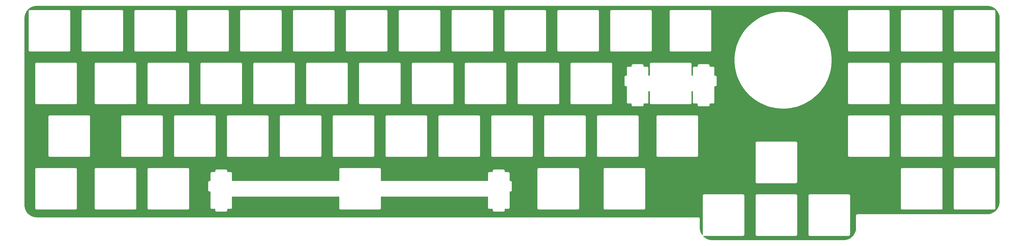
<source format=gbr>
%TF.GenerationSoftware,KiCad,Pcbnew,7.0.1*%
%TF.CreationDate,2023-04-16T01:13:18-07:00*%
%TF.ProjectId,switchplate,73776974-6368-4706-9c61-74652e6b6963,rev?*%
%TF.SameCoordinates,Original*%
%TF.FileFunction,Copper,L1,Top*%
%TF.FilePolarity,Positive*%
%FSLAX46Y46*%
G04 Gerber Fmt 4.6, Leading zero omitted, Abs format (unit mm)*
G04 Created by KiCad (PCBNEW 7.0.1) date 2023-04-16 01:13:18*
%MOMM*%
%LPD*%
G01*
G04 APERTURE LIST*
G04 APERTURE END LIST*
%TA.AperFunction,NonConductor*%
G36*
X322020084Y-63584620D02*
G01*
X322404265Y-63601398D01*
X322415026Y-63602340D01*
X322793610Y-63652196D01*
X322804259Y-63654075D01*
X323177046Y-63736748D01*
X323187482Y-63739546D01*
X323551162Y-63854253D01*
X323551628Y-63854400D01*
X323561796Y-63858102D01*
X323914554Y-64004272D01*
X323924354Y-64008843D01*
X324262381Y-64184877D01*
X324263011Y-64185205D01*
X324272379Y-64190615D01*
X324593692Y-64395398D01*
X324594376Y-64395834D01*
X324603239Y-64402042D01*
X324906122Y-64634556D01*
X324914409Y-64641514D01*
X325195866Y-64899548D01*
X325203508Y-64907194D01*
X325461397Y-65188787D01*
X325468341Y-65197066D01*
X325507011Y-65247493D01*
X325700698Y-65500071D01*
X325706902Y-65508937D01*
X325911954Y-65831040D01*
X325917361Y-65840413D01*
X326093545Y-66179160D01*
X326098115Y-66188969D01*
X326115918Y-66231996D01*
X326243496Y-66540340D01*
X326244099Y-66541796D01*
X326247796Y-66551966D01*
X326362462Y-66916176D01*
X326365258Y-66926630D01*
X326447733Y-67299446D01*
X326449607Y-67310104D01*
X326499264Y-67688688D01*
X326500202Y-67699469D01*
X326516764Y-68083326D01*
X326516879Y-68088735D01*
X326516846Y-68152249D01*
X326516846Y-68152253D01*
X326482151Y-134416463D01*
X326482151Y-134416465D01*
X326482118Y-134479634D01*
X326481997Y-134485041D01*
X326465039Y-134868969D01*
X326464091Y-134879741D01*
X326414105Y-135258019D01*
X326412223Y-135268668D01*
X326329464Y-135641178D01*
X326326660Y-135651623D01*
X326211766Y-136015483D01*
X326208064Y-136025642D01*
X326061907Y-136378107D01*
X326057333Y-136387907D01*
X325881009Y-136726322D01*
X325875598Y-136735685D01*
X325670476Y-137057425D01*
X325664271Y-137066281D01*
X325431886Y-137368941D01*
X325424932Y-137377224D01*
X325167073Y-137658471D01*
X325159425Y-137666115D01*
X324878025Y-137923844D01*
X324869739Y-137930793D01*
X324566972Y-138163012D01*
X324558112Y-138169213D01*
X324236243Y-138374181D01*
X324226877Y-138379586D01*
X323888399Y-138555718D01*
X323878598Y-138560287D01*
X323526051Y-138706264D01*
X323515889Y-138709962D01*
X323151955Y-138824671D01*
X323141509Y-138827469D01*
X322768969Y-138910031D01*
X322758320Y-138911908D01*
X322380007Y-138961699D01*
X322369233Y-138962641D01*
X321985707Y-138979382D01*
X321980300Y-138979500D01*
X275208039Y-138979500D01*
X275181844Y-138987190D01*
X275164567Y-138990948D01*
X275137541Y-138994834D01*
X275112711Y-139006174D01*
X275096140Y-139012355D01*
X275069947Y-139020046D01*
X275046979Y-139034806D01*
X275031463Y-139043278D01*
X275006629Y-139054620D01*
X274985998Y-139072497D01*
X274971842Y-139083094D01*
X274948871Y-139097857D01*
X274930992Y-139118490D01*
X274918490Y-139130992D01*
X274897857Y-139148871D01*
X274883094Y-139171842D01*
X274872497Y-139185998D01*
X274854620Y-139206629D01*
X274843278Y-139231463D01*
X274834806Y-139246979D01*
X274820046Y-139269947D01*
X274812355Y-139296140D01*
X274806174Y-139312711D01*
X274794834Y-139337541D01*
X274790948Y-139364567D01*
X274787190Y-139381844D01*
X274779500Y-139408039D01*
X274779500Y-143757099D01*
X274779499Y-143757107D01*
X274779499Y-143835554D01*
X274779381Y-143840963D01*
X274762610Y-144225094D01*
X274761667Y-144235873D01*
X274711825Y-144614396D01*
X274709946Y-144625052D01*
X274627296Y-144997788D01*
X274624495Y-145008239D01*
X274509664Y-145372360D01*
X274505962Y-145382527D01*
X274359835Y-145735229D01*
X274355262Y-145745035D01*
X274178934Y-146083675D01*
X274173523Y-146093045D01*
X273968343Y-146415028D01*
X273962135Y-146423890D01*
X273729683Y-146726740D01*
X273722727Y-146735028D01*
X273464742Y-147016477D01*
X273457090Y-147024126D01*
X273175565Y-147282004D01*
X273167275Y-147288958D01*
X272864326Y-147521323D01*
X272855461Y-147527527D01*
X272533423Y-147732589D01*
X272524051Y-147737997D01*
X272185356Y-147914207D01*
X272175549Y-147918777D01*
X271822786Y-148064789D01*
X271812617Y-148068487D01*
X271448467Y-148183191D01*
X271438015Y-148185989D01*
X271065241Y-148268514D01*
X271054585Y-148270389D01*
X270676058Y-148320101D01*
X270665278Y-148321041D01*
X270282138Y-148337638D01*
X270276730Y-148337754D01*
X270212539Y-148337732D01*
X270212538Y-148337732D01*
X270212536Y-148337732D01*
X223014324Y-148321267D01*
X223014323Y-148321267D01*
X223014274Y-148321266D01*
X222951131Y-148321244D01*
X222945726Y-148321124D01*
X222561775Y-148304231D01*
X222551000Y-148303285D01*
X222537278Y-148301474D01*
X222514672Y-148298490D01*
X222172662Y-148253352D01*
X222162013Y-148251471D01*
X221789451Y-148168760D01*
X221779004Y-148165957D01*
X221415096Y-148051105D01*
X221404934Y-148047404D01*
X221052390Y-147901268D01*
X221042590Y-147896695D01*
X220704131Y-147720402D01*
X220694766Y-147714992D01*
X220372961Y-147509879D01*
X220364103Y-147503674D01*
X220061386Y-147271295D01*
X220053102Y-147264341D01*
X219771794Y-147006477D01*
X219764148Y-146998828D01*
X219741176Y-146973750D01*
X219712484Y-146920737D01*
X219712181Y-146860458D01*
X219740337Y-146807159D01*
X219790300Y-146773434D01*
X219850262Y-146767255D01*
X219863534Y-146769163D01*
X219863535Y-146769164D01*
X219875446Y-146770876D01*
X219890560Y-146773050D01*
X219907841Y-146776809D01*
X219934031Y-146784499D01*
X219970193Y-146784499D01*
X220077953Y-146784499D01*
X233934031Y-146784499D01*
X234041791Y-146784499D01*
X234077952Y-146784499D01*
X234077953Y-146784499D01*
X234104148Y-146776807D01*
X234121418Y-146773050D01*
X234148449Y-146769164D01*
X234173279Y-146757823D01*
X234189857Y-146751641D01*
X234216043Y-146743953D01*
X234216045Y-146743952D01*
X234239012Y-146729191D01*
X234254538Y-146720714D01*
X234279361Y-146709378D01*
X234279361Y-146709377D01*
X234279365Y-146709376D01*
X234300004Y-146691490D01*
X234314147Y-146680904D01*
X234337120Y-146666142D01*
X234355000Y-146645506D01*
X234367499Y-146633007D01*
X234388135Y-146615127D01*
X234402897Y-146592154D01*
X234413483Y-146578011D01*
X234431369Y-146557372D01*
X234442706Y-146532545D01*
X234451186Y-146517017D01*
X234465945Y-146494052D01*
X234465947Y-146494048D01*
X234473634Y-146467864D01*
X234479816Y-146451286D01*
X234491157Y-146426456D01*
X234495043Y-146399425D01*
X234498801Y-146382152D01*
X234506492Y-146355960D01*
X238555511Y-146355960D01*
X238563201Y-146382152D01*
X238566958Y-146399425D01*
X238569203Y-146415028D01*
X238570846Y-146426456D01*
X238582184Y-146451282D01*
X238588365Y-146467856D01*
X238596056Y-146494048D01*
X238596057Y-146494050D01*
X238596058Y-146494052D01*
X238610821Y-146517024D01*
X238619294Y-146532542D01*
X238630633Y-146557371D01*
X238648506Y-146577997D01*
X238659108Y-146592161D01*
X238673866Y-146615126D01*
X238694498Y-146633004D01*
X238707003Y-146645509D01*
X238724883Y-146666142D01*
X238747847Y-146680900D01*
X238762013Y-146691504D01*
X238782636Y-146709375D01*
X238782637Y-146709375D01*
X238782638Y-146709376D01*
X238807466Y-146720714D01*
X238822988Y-146729191D01*
X238845955Y-146743951D01*
X238845957Y-146743951D01*
X238845958Y-146743952D01*
X238872146Y-146751641D01*
X238888724Y-146757825D01*
X238909202Y-146767176D01*
X238913554Y-146769164D01*
X238940581Y-146773050D01*
X238957860Y-146776809D01*
X238984050Y-146784499D01*
X239020212Y-146784499D01*
X239127972Y-146784499D01*
X252984050Y-146784499D01*
X253091810Y-146784499D01*
X253127971Y-146784499D01*
X253127972Y-146784499D01*
X253154167Y-146776807D01*
X253171437Y-146773050D01*
X253198468Y-146769164D01*
X253223298Y-146757823D01*
X253239876Y-146751641D01*
X253266062Y-146743953D01*
X253266064Y-146743952D01*
X253289031Y-146729191D01*
X253304557Y-146720714D01*
X253329380Y-146709378D01*
X253329380Y-146709377D01*
X253329384Y-146709376D01*
X253350023Y-146691490D01*
X253364166Y-146680904D01*
X253387139Y-146666142D01*
X253405019Y-146645506D01*
X253417518Y-146633007D01*
X253438154Y-146615127D01*
X253452916Y-146592154D01*
X253463502Y-146578011D01*
X253481388Y-146557372D01*
X253492725Y-146532545D01*
X253501205Y-146517017D01*
X253515964Y-146494052D01*
X253515966Y-146494048D01*
X253523653Y-146467864D01*
X253529835Y-146451286D01*
X253541176Y-146426456D01*
X253545062Y-146399425D01*
X253548820Y-146382152D01*
X253556511Y-146355960D01*
X257605498Y-146355960D01*
X257613188Y-146382152D01*
X257616945Y-146399425D01*
X257619190Y-146415028D01*
X257620833Y-146426456D01*
X257632171Y-146451282D01*
X257638352Y-146467856D01*
X257646043Y-146494048D01*
X257646044Y-146494050D01*
X257646045Y-146494052D01*
X257660808Y-146517024D01*
X257669281Y-146532542D01*
X257680620Y-146557371D01*
X257698493Y-146577997D01*
X257709095Y-146592161D01*
X257723853Y-146615126D01*
X257744485Y-146633004D01*
X257756990Y-146645509D01*
X257774870Y-146666142D01*
X257797834Y-146680900D01*
X257812000Y-146691504D01*
X257832623Y-146709375D01*
X257832624Y-146709375D01*
X257832625Y-146709376D01*
X257857453Y-146720714D01*
X257872975Y-146729191D01*
X257895942Y-146743951D01*
X257895944Y-146743951D01*
X257895945Y-146743952D01*
X257922133Y-146751641D01*
X257938711Y-146757825D01*
X257959189Y-146767176D01*
X257963541Y-146769164D01*
X257990568Y-146773050D01*
X258007847Y-146776809D01*
X258034037Y-146784499D01*
X258070199Y-146784499D01*
X258177959Y-146784499D01*
X272034037Y-146784499D01*
X272141797Y-146784499D01*
X272177958Y-146784499D01*
X272177959Y-146784499D01*
X272204154Y-146776807D01*
X272221424Y-146773050D01*
X272248455Y-146769164D01*
X272273285Y-146757823D01*
X272289863Y-146751641D01*
X272316049Y-146743953D01*
X272316051Y-146743952D01*
X272339018Y-146729191D01*
X272354544Y-146720714D01*
X272379367Y-146709378D01*
X272379367Y-146709377D01*
X272379371Y-146709376D01*
X272400010Y-146691490D01*
X272414153Y-146680904D01*
X272437126Y-146666142D01*
X272455006Y-146645506D01*
X272467505Y-146633007D01*
X272488141Y-146615127D01*
X272502903Y-146592154D01*
X272513489Y-146578011D01*
X272531375Y-146557372D01*
X272542712Y-146532545D01*
X272551192Y-146517017D01*
X272565951Y-146494052D01*
X272565953Y-146494048D01*
X272573640Y-146467864D01*
X272579822Y-146451286D01*
X272591163Y-146426456D01*
X272595049Y-146399425D01*
X272598807Y-146382152D01*
X272606498Y-146355960D01*
X272606498Y-146212038D01*
X272606498Y-136830967D01*
X290943511Y-136830967D01*
X290951201Y-136857159D01*
X290954958Y-136874432D01*
X290958846Y-136901463D01*
X290970007Y-136925903D01*
X290970184Y-136926289D01*
X290976365Y-136942863D01*
X290984056Y-136969055D01*
X290984057Y-136969057D01*
X290984058Y-136969059D01*
X290998821Y-136992031D01*
X291007294Y-137007549D01*
X291018633Y-137032378D01*
X291036506Y-137053004D01*
X291047108Y-137067168D01*
X291061866Y-137090133D01*
X291082498Y-137108011D01*
X291095003Y-137120516D01*
X291112883Y-137141149D01*
X291135847Y-137155907D01*
X291150013Y-137166511D01*
X291170636Y-137184382D01*
X291170637Y-137184382D01*
X291170638Y-137184383D01*
X291195466Y-137195721D01*
X291210988Y-137204198D01*
X291233955Y-137218958D01*
X291233957Y-137218958D01*
X291233958Y-137218959D01*
X291260146Y-137226648D01*
X291276724Y-137232832D01*
X291297202Y-137242183D01*
X291301554Y-137244171D01*
X291328581Y-137248057D01*
X291345860Y-137251816D01*
X291372050Y-137259506D01*
X291408212Y-137259506D01*
X291515972Y-137259506D01*
X305372050Y-137259506D01*
X305479810Y-137259506D01*
X305515971Y-137259506D01*
X305515972Y-137259506D01*
X305542167Y-137251814D01*
X305559437Y-137248057D01*
X305586468Y-137244171D01*
X305611298Y-137232830D01*
X305627876Y-137226648D01*
X305654062Y-137218960D01*
X305654064Y-137218959D01*
X305677031Y-137204198D01*
X305692557Y-137195721D01*
X305717380Y-137184385D01*
X305717380Y-137184384D01*
X305717384Y-137184383D01*
X305738023Y-137166497D01*
X305752166Y-137155911D01*
X305775139Y-137141149D01*
X305793019Y-137120513D01*
X305805518Y-137108014D01*
X305826154Y-137090134D01*
X305840916Y-137067161D01*
X305851502Y-137053018D01*
X305869388Y-137032379D01*
X305877706Y-137014166D01*
X305880726Y-137007552D01*
X305889205Y-136992024D01*
X305903964Y-136969059D01*
X305903966Y-136969055D01*
X305911653Y-136942871D01*
X305917835Y-136926293D01*
X305929176Y-136901463D01*
X305933062Y-136874432D01*
X305936820Y-136857159D01*
X305944511Y-136830967D01*
X309993499Y-136830967D01*
X310001189Y-136857159D01*
X310004946Y-136874432D01*
X310008834Y-136901463D01*
X310019995Y-136925903D01*
X310020172Y-136926289D01*
X310026353Y-136942863D01*
X310034044Y-136969055D01*
X310034045Y-136969057D01*
X310034046Y-136969059D01*
X310048809Y-136992031D01*
X310057282Y-137007549D01*
X310068621Y-137032378D01*
X310086494Y-137053004D01*
X310097096Y-137067168D01*
X310111854Y-137090133D01*
X310132486Y-137108011D01*
X310144991Y-137120516D01*
X310162871Y-137141149D01*
X310185835Y-137155907D01*
X310200001Y-137166511D01*
X310220624Y-137184382D01*
X310220625Y-137184382D01*
X310220626Y-137184383D01*
X310245454Y-137195721D01*
X310260976Y-137204198D01*
X310283943Y-137218958D01*
X310283945Y-137218958D01*
X310283946Y-137218959D01*
X310310134Y-137226648D01*
X310326712Y-137232832D01*
X310347190Y-137242183D01*
X310351542Y-137244171D01*
X310378569Y-137248057D01*
X310395848Y-137251816D01*
X310422038Y-137259506D01*
X310458200Y-137259506D01*
X310565960Y-137259506D01*
X324422038Y-137259506D01*
X324529798Y-137259506D01*
X324565959Y-137259506D01*
X324565960Y-137259506D01*
X324592155Y-137251814D01*
X324609425Y-137248057D01*
X324636456Y-137244171D01*
X324661286Y-137232830D01*
X324677864Y-137226648D01*
X324704050Y-137218960D01*
X324704052Y-137218959D01*
X324727019Y-137204198D01*
X324742545Y-137195721D01*
X324767368Y-137184385D01*
X324767368Y-137184384D01*
X324767372Y-137184383D01*
X324788011Y-137166497D01*
X324802154Y-137155911D01*
X324825127Y-137141149D01*
X324843007Y-137120513D01*
X324855506Y-137108014D01*
X324876142Y-137090134D01*
X324890904Y-137067161D01*
X324901490Y-137053018D01*
X324919376Y-137032379D01*
X324927694Y-137014166D01*
X324930714Y-137007552D01*
X324939193Y-136992024D01*
X324953952Y-136969059D01*
X324953954Y-136969055D01*
X324961641Y-136942871D01*
X324967823Y-136926293D01*
X324979164Y-136901463D01*
X324983050Y-136874432D01*
X324986808Y-136857159D01*
X324994499Y-136830967D01*
X324994499Y-136687045D01*
X324994499Y-122723207D01*
X324994499Y-122687045D01*
X324986808Y-122660850D01*
X324983049Y-122643572D01*
X324979164Y-122616549D01*
X324977176Y-122612197D01*
X324967825Y-122591719D01*
X324961641Y-122575141D01*
X324953951Y-122548950D01*
X324939191Y-122525983D01*
X324930712Y-122510456D01*
X324919375Y-122485631D01*
X324901504Y-122465008D01*
X324890900Y-122450842D01*
X324876142Y-122427878D01*
X324855509Y-122409998D01*
X324843004Y-122397493D01*
X324825126Y-122376861D01*
X324802161Y-122362103D01*
X324787997Y-122351501D01*
X324767371Y-122333628D01*
X324742542Y-122322289D01*
X324727024Y-122313816D01*
X324704052Y-122299053D01*
X324704050Y-122299052D01*
X324704048Y-122299051D01*
X324677856Y-122291360D01*
X324661287Y-122285180D01*
X324636456Y-122273841D01*
X324609425Y-122269953D01*
X324592152Y-122266196D01*
X324565960Y-122258506D01*
X324529798Y-122258506D01*
X310565960Y-122258506D01*
X310422038Y-122258506D01*
X310395843Y-122266196D01*
X310378566Y-122269954D01*
X310351540Y-122273840D01*
X310326710Y-122285180D01*
X310310139Y-122291361D01*
X310283946Y-122299052D01*
X310260978Y-122313812D01*
X310245462Y-122322284D01*
X310220628Y-122333626D01*
X310199997Y-122351503D01*
X310185841Y-122362100D01*
X310162870Y-122376863D01*
X310144991Y-122397496D01*
X310132489Y-122409998D01*
X310111856Y-122427877D01*
X310097093Y-122450848D01*
X310086496Y-122465004D01*
X310068619Y-122485635D01*
X310057277Y-122510469D01*
X310048805Y-122525985D01*
X310034045Y-122548953D01*
X310026354Y-122575146D01*
X310020173Y-122591717D01*
X310008833Y-122616547D01*
X310004947Y-122643573D01*
X310001189Y-122660850D01*
X309993499Y-122687045D01*
X309993499Y-136830967D01*
X305944511Y-136830967D01*
X305944511Y-136687045D01*
X305944511Y-122723207D01*
X305944511Y-122687045D01*
X305936820Y-122660850D01*
X305933061Y-122643572D01*
X305929176Y-122616549D01*
X305927188Y-122612197D01*
X305917837Y-122591719D01*
X305911653Y-122575141D01*
X305903963Y-122548950D01*
X305889203Y-122525983D01*
X305880724Y-122510456D01*
X305869387Y-122485631D01*
X305851516Y-122465008D01*
X305840912Y-122450842D01*
X305826154Y-122427878D01*
X305805521Y-122409998D01*
X305793016Y-122397493D01*
X305775138Y-122376861D01*
X305752173Y-122362103D01*
X305738009Y-122351501D01*
X305717383Y-122333628D01*
X305692554Y-122322289D01*
X305677036Y-122313816D01*
X305654064Y-122299053D01*
X305654062Y-122299052D01*
X305654060Y-122299051D01*
X305627868Y-122291360D01*
X305611299Y-122285180D01*
X305586468Y-122273841D01*
X305559437Y-122269953D01*
X305542164Y-122266196D01*
X305515972Y-122258506D01*
X305479810Y-122258506D01*
X291515972Y-122258506D01*
X291372050Y-122258506D01*
X291345855Y-122266196D01*
X291328578Y-122269954D01*
X291301552Y-122273840D01*
X291276722Y-122285180D01*
X291260151Y-122291361D01*
X291233958Y-122299052D01*
X291210990Y-122313812D01*
X291195474Y-122322284D01*
X291170640Y-122333626D01*
X291150009Y-122351503D01*
X291135853Y-122362100D01*
X291112882Y-122376863D01*
X291095003Y-122397496D01*
X291082501Y-122409998D01*
X291061868Y-122427877D01*
X291047105Y-122450848D01*
X291036508Y-122465004D01*
X291018631Y-122485635D01*
X291007289Y-122510469D01*
X290998817Y-122525985D01*
X290984057Y-122548953D01*
X290976366Y-122575146D01*
X290970185Y-122591717D01*
X290958845Y-122616547D01*
X290954959Y-122643573D01*
X290951201Y-122660850D01*
X290943511Y-122687045D01*
X290943511Y-136830967D01*
X272606498Y-136830967D01*
X272606498Y-132248200D01*
X272606498Y-132212038D01*
X272598807Y-132185843D01*
X272595048Y-132168565D01*
X272591163Y-132141542D01*
X272589175Y-132137190D01*
X272579824Y-132116712D01*
X272573640Y-132100134D01*
X272565950Y-132073943D01*
X272551190Y-132050976D01*
X272542711Y-132035449D01*
X272531374Y-132010624D01*
X272513503Y-131990001D01*
X272502899Y-131975835D01*
X272488141Y-131952871D01*
X272467508Y-131934991D01*
X272455003Y-131922486D01*
X272437125Y-131901854D01*
X272414160Y-131887096D01*
X272399996Y-131876494D01*
X272379370Y-131858621D01*
X272354541Y-131847282D01*
X272339023Y-131838809D01*
X272316051Y-131824046D01*
X272316049Y-131824045D01*
X272316047Y-131824044D01*
X272289855Y-131816353D01*
X272273286Y-131810173D01*
X272248455Y-131798834D01*
X272221424Y-131794946D01*
X272204151Y-131791189D01*
X272177959Y-131783499D01*
X272141797Y-131783499D01*
X258177959Y-131783499D01*
X258034037Y-131783499D01*
X258007842Y-131791189D01*
X257990565Y-131794947D01*
X257963539Y-131798833D01*
X257938709Y-131810173D01*
X257922138Y-131816354D01*
X257895945Y-131824045D01*
X257872977Y-131838805D01*
X257857461Y-131847277D01*
X257832627Y-131858619D01*
X257811996Y-131876496D01*
X257797840Y-131887093D01*
X257774869Y-131901856D01*
X257756990Y-131922489D01*
X257744488Y-131934991D01*
X257723855Y-131952870D01*
X257709092Y-131975841D01*
X257698495Y-131989997D01*
X257680618Y-132010628D01*
X257669276Y-132035462D01*
X257660804Y-132050978D01*
X257646044Y-132073946D01*
X257638353Y-132100139D01*
X257632172Y-132116710D01*
X257620832Y-132141540D01*
X257616946Y-132168566D01*
X257613188Y-132185843D01*
X257605498Y-132212038D01*
X257605498Y-146355960D01*
X253556511Y-146355960D01*
X253556511Y-146212038D01*
X253556511Y-132248200D01*
X253556511Y-132212038D01*
X253548820Y-132185843D01*
X253545061Y-132168565D01*
X253541176Y-132141542D01*
X253539188Y-132137190D01*
X253529837Y-132116712D01*
X253523653Y-132100134D01*
X253515963Y-132073943D01*
X253501203Y-132050976D01*
X253492724Y-132035449D01*
X253481387Y-132010624D01*
X253463516Y-131990001D01*
X253452912Y-131975835D01*
X253438154Y-131952871D01*
X253417521Y-131934991D01*
X253405016Y-131922486D01*
X253387138Y-131901854D01*
X253364173Y-131887096D01*
X253350009Y-131876494D01*
X253329383Y-131858621D01*
X253304554Y-131847282D01*
X253289036Y-131838809D01*
X253266064Y-131824046D01*
X253266062Y-131824045D01*
X253266060Y-131824044D01*
X253239868Y-131816353D01*
X253223299Y-131810173D01*
X253198468Y-131798834D01*
X253171437Y-131794946D01*
X253154164Y-131791189D01*
X253127972Y-131783499D01*
X253091810Y-131783499D01*
X239127972Y-131783499D01*
X238984050Y-131783499D01*
X238957855Y-131791189D01*
X238940578Y-131794947D01*
X238913552Y-131798833D01*
X238888722Y-131810173D01*
X238872151Y-131816354D01*
X238845958Y-131824045D01*
X238822990Y-131838805D01*
X238807474Y-131847277D01*
X238782640Y-131858619D01*
X238762009Y-131876496D01*
X238747853Y-131887093D01*
X238724882Y-131901856D01*
X238707003Y-131922489D01*
X238694501Y-131934991D01*
X238673868Y-131952870D01*
X238659105Y-131975841D01*
X238648508Y-131989997D01*
X238630631Y-132010628D01*
X238619289Y-132035462D01*
X238610817Y-132050978D01*
X238596057Y-132073946D01*
X238588366Y-132100139D01*
X238582185Y-132116710D01*
X238570845Y-132141540D01*
X238566959Y-132168566D01*
X238563201Y-132185843D01*
X238555511Y-132212038D01*
X238555511Y-146355960D01*
X234506492Y-146355960D01*
X234506492Y-146212038D01*
X234506492Y-132248200D01*
X234506492Y-132212038D01*
X234498801Y-132185843D01*
X234495042Y-132168565D01*
X234491157Y-132141542D01*
X234489169Y-132137190D01*
X234479818Y-132116712D01*
X234473634Y-132100134D01*
X234465944Y-132073943D01*
X234451184Y-132050976D01*
X234442705Y-132035449D01*
X234431368Y-132010624D01*
X234413497Y-131990001D01*
X234402893Y-131975835D01*
X234388135Y-131952871D01*
X234367502Y-131934991D01*
X234354997Y-131922486D01*
X234337119Y-131901854D01*
X234314154Y-131887096D01*
X234299990Y-131876494D01*
X234279364Y-131858621D01*
X234254535Y-131847282D01*
X234239017Y-131838809D01*
X234216045Y-131824046D01*
X234216043Y-131824045D01*
X234216041Y-131824044D01*
X234189849Y-131816353D01*
X234173280Y-131810173D01*
X234148449Y-131798834D01*
X234121418Y-131794946D01*
X234104145Y-131791189D01*
X234077953Y-131783499D01*
X234041791Y-131783499D01*
X220077953Y-131783499D01*
X219934031Y-131783499D01*
X219907836Y-131791189D01*
X219890559Y-131794947D01*
X219863533Y-131798833D01*
X219838703Y-131810173D01*
X219822132Y-131816354D01*
X219795939Y-131824045D01*
X219772971Y-131838805D01*
X219757455Y-131847277D01*
X219732621Y-131858619D01*
X219711990Y-131876496D01*
X219697834Y-131887093D01*
X219674863Y-131901856D01*
X219656984Y-131922489D01*
X219644482Y-131934991D01*
X219623849Y-131952870D01*
X219609086Y-131975841D01*
X219598489Y-131989997D01*
X219580612Y-132010628D01*
X219569270Y-132035462D01*
X219560798Y-132050978D01*
X219546038Y-132073946D01*
X219538347Y-132100139D01*
X219532166Y-132116710D01*
X219520826Y-132141540D01*
X219516940Y-132168566D01*
X219513182Y-132185843D01*
X219505492Y-132212038D01*
X219505492Y-146351677D01*
X219490464Y-146410847D01*
X219449022Y-146455676D01*
X219391212Y-146475295D01*
X219331045Y-146464952D01*
X219283107Y-146427151D01*
X219267153Y-146406354D01*
X219260949Y-146397492D01*
X219055936Y-146075600D01*
X219050530Y-146066234D01*
X218874356Y-145727724D01*
X218869786Y-145717922D01*
X218734917Y-145392245D01*
X218723767Y-145365320D01*
X218720077Y-145355178D01*
X218605343Y-144991212D01*
X218602545Y-144980768D01*
X218519962Y-144608187D01*
X218518085Y-144597537D01*
X218468280Y-144219171D01*
X218467338Y-144208411D01*
X218450617Y-143825450D01*
X218450500Y-143820042D01*
X218450500Y-140518039D01*
X218442811Y-140491853D01*
X218439050Y-140474566D01*
X218435165Y-140447543D01*
X218433177Y-140443191D01*
X218423826Y-140422713D01*
X218417642Y-140406135D01*
X218409952Y-140379944D01*
X218395192Y-140356977D01*
X218386713Y-140341450D01*
X218375376Y-140316625D01*
X218357505Y-140296002D01*
X218346901Y-140281836D01*
X218332143Y-140258872D01*
X218311510Y-140240992D01*
X218299005Y-140228487D01*
X218281127Y-140207855D01*
X218258162Y-140193097D01*
X218243998Y-140182495D01*
X218223372Y-140164622D01*
X218198543Y-140153283D01*
X218183025Y-140144810D01*
X218160053Y-140130047D01*
X218160051Y-140130046D01*
X218160049Y-140130045D01*
X218133857Y-140122354D01*
X218117288Y-140116174D01*
X218092457Y-140104835D01*
X218065426Y-140100947D01*
X218048153Y-140097190D01*
X218021961Y-140089500D01*
X217985799Y-140089500D01*
X-20397682Y-140089500D01*
X-20403090Y-140089382D01*
X-20787117Y-140072616D01*
X-20797894Y-140071673D01*
X-21176310Y-140021855D01*
X-21186962Y-140019977D01*
X-21559605Y-139937368D01*
X-21570054Y-139934569D01*
X-21934080Y-139819797D01*
X-21944233Y-139816102D01*
X-22296864Y-139670046D01*
X-22306669Y-139665475D01*
X-22645240Y-139489235D01*
X-22654607Y-139483826D01*
X-22976515Y-139278761D01*
X-22985376Y-139272557D01*
X-23288188Y-139040217D01*
X-23296475Y-139033265D01*
X-23577903Y-138775404D01*
X-23585552Y-138767755D01*
X-23843424Y-138486359D01*
X-23850377Y-138478073D01*
X-24082744Y-138175275D01*
X-24088949Y-138166414D01*
X-24294041Y-137844519D01*
X-24299450Y-137835152D01*
X-24475714Y-137496597D01*
X-24480286Y-137486793D01*
X-24626365Y-137134184D01*
X-24630066Y-137124020D01*
X-24722485Y-136830967D01*
X-21000502Y-136830967D01*
X-20992811Y-136857159D01*
X-20989053Y-136874432D01*
X-20985167Y-136901463D01*
X-20973826Y-136926293D01*
X-20967644Y-136942871D01*
X-20959957Y-136969055D01*
X-20959955Y-136969059D01*
X-20945196Y-136992024D01*
X-20936717Y-137007552D01*
X-20933697Y-137014166D01*
X-20925379Y-137032379D01*
X-20907493Y-137053018D01*
X-20896907Y-137067161D01*
X-20882145Y-137090134D01*
X-20861509Y-137108014D01*
X-20849010Y-137120513D01*
X-20831130Y-137141149D01*
X-20808157Y-137155911D01*
X-20794014Y-137166497D01*
X-20773375Y-137184383D01*
X-20773371Y-137184384D01*
X-20773371Y-137184385D01*
X-20748548Y-137195721D01*
X-20733022Y-137204198D01*
X-20710055Y-137218959D01*
X-20710053Y-137218960D01*
X-20683867Y-137226648D01*
X-20667289Y-137232830D01*
X-20642459Y-137244171D01*
X-20615428Y-137248057D01*
X-20598158Y-137251814D01*
X-20571963Y-137259506D01*
X-20535801Y-137259506D01*
X-20428041Y-137259506D01*
X-6571963Y-137259506D01*
X-6464203Y-137259506D01*
X-6428041Y-137259506D01*
X-6401851Y-137251816D01*
X-6384572Y-137248057D01*
X-6357545Y-137244171D01*
X-6353193Y-137242183D01*
X-6332715Y-137232832D01*
X-6316137Y-137226648D01*
X-6289949Y-137218959D01*
X-6289948Y-137218958D01*
X-6289946Y-137218958D01*
X-6266979Y-137204198D01*
X-6251457Y-137195721D01*
X-6226629Y-137184383D01*
X-6226628Y-137184382D01*
X-6226627Y-137184382D01*
X-6206004Y-137166511D01*
X-6191838Y-137155907D01*
X-6168874Y-137141149D01*
X-6150994Y-137120516D01*
X-6138489Y-137108011D01*
X-6117857Y-137090133D01*
X-6103099Y-137067168D01*
X-6092497Y-137053004D01*
X-6074624Y-137032378D01*
X-6063285Y-137007549D01*
X-6054812Y-136992031D01*
X-6040049Y-136969059D01*
X-6040048Y-136969057D01*
X-6040047Y-136969055D01*
X-6032356Y-136942863D01*
X-6026175Y-136926289D01*
X-6025998Y-136925903D01*
X-6014837Y-136901463D01*
X-6010949Y-136874432D01*
X-6007192Y-136857159D01*
X-5999502Y-136830967D01*
X430497Y-136830967D01*
X438187Y-136857159D01*
X441944Y-136874432D01*
X445832Y-136901463D01*
X456993Y-136925903D01*
X457170Y-136926289D01*
X463351Y-136942863D01*
X471042Y-136969055D01*
X471043Y-136969057D01*
X471044Y-136969059D01*
X485807Y-136992031D01*
X494280Y-137007549D01*
X505619Y-137032378D01*
X523492Y-137053004D01*
X534094Y-137067168D01*
X548852Y-137090133D01*
X569484Y-137108011D01*
X581989Y-137120516D01*
X599869Y-137141149D01*
X622833Y-137155907D01*
X636999Y-137166511D01*
X657622Y-137184382D01*
X657623Y-137184382D01*
X657624Y-137184383D01*
X682452Y-137195721D01*
X697974Y-137204198D01*
X720941Y-137218958D01*
X720943Y-137218958D01*
X720944Y-137218959D01*
X747132Y-137226648D01*
X763710Y-137232832D01*
X784188Y-137242183D01*
X788540Y-137244171D01*
X815567Y-137248057D01*
X832846Y-137251816D01*
X859036Y-137259506D01*
X895198Y-137259506D01*
X1002958Y-137259506D01*
X14859038Y-137259506D01*
X14966798Y-137259506D01*
X15002959Y-137259506D01*
X15002960Y-137259506D01*
X15029155Y-137251814D01*
X15046425Y-137248057D01*
X15073456Y-137244171D01*
X15098286Y-137232830D01*
X15114864Y-137226648D01*
X15141050Y-137218960D01*
X15141052Y-137218959D01*
X15164019Y-137204198D01*
X15179545Y-137195721D01*
X15204368Y-137184385D01*
X15204368Y-137184384D01*
X15204372Y-137184383D01*
X15225011Y-137166497D01*
X15239154Y-137155911D01*
X15262127Y-137141149D01*
X15280007Y-137120513D01*
X15292506Y-137108014D01*
X15313142Y-137090134D01*
X15327904Y-137067161D01*
X15338490Y-137053018D01*
X15356376Y-137032379D01*
X15364694Y-137014166D01*
X15367714Y-137007552D01*
X15376193Y-136992024D01*
X15390952Y-136969059D01*
X15390954Y-136969055D01*
X15398641Y-136942871D01*
X15404823Y-136926293D01*
X15416164Y-136901463D01*
X15420050Y-136874432D01*
X15423808Y-136857159D01*
X15431499Y-136830967D01*
X19480498Y-136830967D01*
X19488188Y-136857159D01*
X19491945Y-136874432D01*
X19495833Y-136901463D01*
X19506994Y-136925903D01*
X19507171Y-136926289D01*
X19513352Y-136942863D01*
X19521043Y-136969055D01*
X19521044Y-136969057D01*
X19521045Y-136969059D01*
X19535808Y-136992031D01*
X19544281Y-137007549D01*
X19555620Y-137032378D01*
X19573493Y-137053004D01*
X19584095Y-137067168D01*
X19598853Y-137090133D01*
X19619485Y-137108011D01*
X19631990Y-137120516D01*
X19649870Y-137141149D01*
X19672834Y-137155907D01*
X19687000Y-137166511D01*
X19707623Y-137184382D01*
X19707624Y-137184382D01*
X19707625Y-137184383D01*
X19732453Y-137195721D01*
X19747975Y-137204198D01*
X19770942Y-137218958D01*
X19770944Y-137218958D01*
X19770945Y-137218959D01*
X19797133Y-137226648D01*
X19813711Y-137232832D01*
X19834189Y-137242183D01*
X19838541Y-137244171D01*
X19865568Y-137248057D01*
X19882847Y-137251816D01*
X19909037Y-137259506D01*
X19945199Y-137259506D01*
X20052959Y-137259506D01*
X33909037Y-137259506D01*
X34016797Y-137259506D01*
X34052958Y-137259506D01*
X34052959Y-137259506D01*
X34079154Y-137251814D01*
X34096424Y-137248057D01*
X34123455Y-137244171D01*
X34148285Y-137232830D01*
X34164863Y-137226648D01*
X34191049Y-137218960D01*
X34191051Y-137218959D01*
X34214018Y-137204198D01*
X34229544Y-137195721D01*
X34254367Y-137184385D01*
X34254367Y-137184384D01*
X34254371Y-137184383D01*
X34275010Y-137166497D01*
X34289153Y-137155911D01*
X34312126Y-137141149D01*
X34330006Y-137120513D01*
X34342505Y-137108014D01*
X34363141Y-137090134D01*
X34377903Y-137067161D01*
X34388489Y-137053018D01*
X34406375Y-137032379D01*
X34414693Y-137014166D01*
X34417713Y-137007552D01*
X34426192Y-136992024D01*
X34440951Y-136969059D01*
X34440953Y-136969055D01*
X34448640Y-136942871D01*
X34454822Y-136926293D01*
X34466163Y-136901463D01*
X34470049Y-136874432D01*
X34473807Y-136857159D01*
X34481498Y-136830967D01*
X34481498Y-136687045D01*
X34481498Y-130330967D01*
X41336501Y-130330967D01*
X41344191Y-130357159D01*
X41347948Y-130374432D01*
X41351835Y-130401462D01*
X41351836Y-130401463D01*
X41363174Y-130426289D01*
X41369355Y-130442863D01*
X41377046Y-130469055D01*
X41377047Y-130469057D01*
X41377048Y-130469059D01*
X41391811Y-130492031D01*
X41400284Y-130507549D01*
X41411623Y-130532378D01*
X41429496Y-130553004D01*
X41440098Y-130567168D01*
X41454856Y-130590133D01*
X41475488Y-130608011D01*
X41487993Y-130620516D01*
X41505873Y-130641149D01*
X41528837Y-130655907D01*
X41543003Y-130666511D01*
X41563626Y-130684382D01*
X41563627Y-130684382D01*
X41563628Y-130684383D01*
X41588456Y-130695721D01*
X41603978Y-130704198D01*
X41626945Y-130718958D01*
X41626947Y-130718958D01*
X41626948Y-130718959D01*
X41653136Y-130726648D01*
X41669714Y-130732832D01*
X41690192Y-130742183D01*
X41694544Y-130744171D01*
X41721571Y-130748057D01*
X41738850Y-130751816D01*
X41765040Y-130759506D01*
X41801202Y-130759506D01*
X41908962Y-130759506D01*
X42037498Y-130759506D01*
X42099498Y-130776119D01*
X42144885Y-130821506D01*
X42161498Y-130883506D01*
X42161498Y-136600963D01*
X42169188Y-136627155D01*
X42172945Y-136644428D01*
X42176833Y-136671459D01*
X42188171Y-136696285D01*
X42194352Y-136712859D01*
X42202043Y-136739051D01*
X42202044Y-136739053D01*
X42202045Y-136739055D01*
X42216808Y-136762027D01*
X42225281Y-136777545D01*
X42236620Y-136802374D01*
X42254493Y-136823000D01*
X42265095Y-136837164D01*
X42279853Y-136860129D01*
X42300485Y-136878007D01*
X42312990Y-136890512D01*
X42330870Y-136911145D01*
X42353834Y-136925903D01*
X42368000Y-136936507D01*
X42388623Y-136954378D01*
X42388624Y-136954378D01*
X42388625Y-136954379D01*
X42413453Y-136965717D01*
X42428975Y-136974194D01*
X42451942Y-136988954D01*
X42451944Y-136988954D01*
X42451945Y-136988955D01*
X42462398Y-136992024D01*
X42478133Y-136996644D01*
X42494711Y-137002828D01*
X42515189Y-137012179D01*
X42519541Y-137014167D01*
X42546568Y-137018053D01*
X42563847Y-137021812D01*
X42590037Y-137029502D01*
X42626199Y-137029502D01*
X42733959Y-137029502D01*
X43762497Y-137029502D01*
X43824497Y-137046115D01*
X43869884Y-137091502D01*
X43886497Y-137153502D01*
X43886497Y-137580967D01*
X43894187Y-137607159D01*
X43897944Y-137624432D01*
X43901832Y-137651463D01*
X43908523Y-137666115D01*
X43913170Y-137676289D01*
X43919351Y-137692863D01*
X43927042Y-137719055D01*
X43927043Y-137719057D01*
X43927044Y-137719059D01*
X43941807Y-137742031D01*
X43950280Y-137757549D01*
X43961619Y-137782378D01*
X43979492Y-137803004D01*
X43990094Y-137817168D01*
X44004852Y-137840133D01*
X44025484Y-137858011D01*
X44037989Y-137870516D01*
X44055869Y-137891149D01*
X44078833Y-137905907D01*
X44092999Y-137916511D01*
X44113622Y-137934382D01*
X44113623Y-137934382D01*
X44113624Y-137934383D01*
X44138452Y-137945721D01*
X44153974Y-137954198D01*
X44176941Y-137968958D01*
X44176943Y-137968958D01*
X44176944Y-137968959D01*
X44203132Y-137976648D01*
X44219710Y-137982832D01*
X44240188Y-137992183D01*
X44244540Y-137994171D01*
X44271567Y-137998057D01*
X44288846Y-138001816D01*
X44315036Y-138009506D01*
X44351198Y-138009506D01*
X44458958Y-138009506D01*
X47615039Y-138009506D01*
X47722799Y-138009506D01*
X47758960Y-138009506D01*
X47758961Y-138009506D01*
X47785156Y-138001814D01*
X47802426Y-137998057D01*
X47829457Y-137994171D01*
X47854287Y-137982830D01*
X47870865Y-137976648D01*
X47897051Y-137968960D01*
X47897053Y-137968959D01*
X47920020Y-137954198D01*
X47935546Y-137945721D01*
X47960369Y-137934385D01*
X47960369Y-137934384D01*
X47960373Y-137934383D01*
X47981012Y-137916497D01*
X47995155Y-137905911D01*
X48018128Y-137891149D01*
X48036008Y-137870513D01*
X48048507Y-137858014D01*
X48069143Y-137840134D01*
X48083905Y-137817161D01*
X48094491Y-137803018D01*
X48112377Y-137782379D01*
X48123714Y-137757552D01*
X48132194Y-137742024D01*
X48146953Y-137719059D01*
X48146955Y-137719055D01*
X48154642Y-137692871D01*
X48160824Y-137676293D01*
X48172165Y-137651463D01*
X48176051Y-137624432D01*
X48179809Y-137607159D01*
X48187500Y-137580967D01*
X48187500Y-137437045D01*
X48187500Y-137153502D01*
X48204113Y-137091502D01*
X48249500Y-137046115D01*
X48311500Y-137029502D01*
X49483958Y-137029502D01*
X49483959Y-137029502D01*
X49510154Y-137021810D01*
X49527424Y-137018053D01*
X49554455Y-137014167D01*
X49579285Y-137002826D01*
X49595863Y-136996644D01*
X49622049Y-136988956D01*
X49622051Y-136988955D01*
X49645018Y-136974194D01*
X49660544Y-136965717D01*
X49685367Y-136954381D01*
X49685367Y-136954380D01*
X49685371Y-136954379D01*
X49706010Y-136936493D01*
X49720153Y-136925907D01*
X49743126Y-136911145D01*
X49761006Y-136890509D01*
X49773505Y-136878010D01*
X49794141Y-136860130D01*
X49808903Y-136837157D01*
X49819489Y-136823014D01*
X49837375Y-136802375D01*
X49848712Y-136777548D01*
X49857192Y-136762020D01*
X49871951Y-136739055D01*
X49871953Y-136739051D01*
X49879640Y-136712867D01*
X49885822Y-136696289D01*
X49897163Y-136671459D01*
X49901049Y-136644428D01*
X49904807Y-136627155D01*
X49912498Y-136600963D01*
X49912498Y-136457041D01*
X49912498Y-132683501D01*
X49929111Y-132621501D01*
X49974498Y-132576114D01*
X50036498Y-132559501D01*
X88412498Y-132559501D01*
X88474498Y-132576114D01*
X88519885Y-132621501D01*
X88536498Y-132683501D01*
X88536498Y-136830967D01*
X88544188Y-136857159D01*
X88547945Y-136874432D01*
X88551833Y-136901463D01*
X88562994Y-136925903D01*
X88563171Y-136926289D01*
X88569352Y-136942863D01*
X88577043Y-136969055D01*
X88577044Y-136969057D01*
X88577045Y-136969059D01*
X88591808Y-136992031D01*
X88600281Y-137007549D01*
X88611620Y-137032378D01*
X88629493Y-137053004D01*
X88640095Y-137067168D01*
X88654853Y-137090133D01*
X88675485Y-137108011D01*
X88687990Y-137120516D01*
X88705870Y-137141149D01*
X88728834Y-137155907D01*
X88743000Y-137166511D01*
X88763623Y-137184382D01*
X88763624Y-137184382D01*
X88763625Y-137184383D01*
X88788453Y-137195721D01*
X88803975Y-137204198D01*
X88826942Y-137218958D01*
X88826944Y-137218958D01*
X88826945Y-137218959D01*
X88853133Y-137226648D01*
X88869711Y-137232832D01*
X88890189Y-137242183D01*
X88894541Y-137244171D01*
X88921568Y-137248057D01*
X88938847Y-137251816D01*
X88965037Y-137259506D01*
X89001199Y-137259506D01*
X89108959Y-137259506D01*
X102965037Y-137259506D01*
X103072797Y-137259506D01*
X103108958Y-137259506D01*
X103108959Y-137259506D01*
X103135154Y-137251814D01*
X103152424Y-137248057D01*
X103179455Y-137244171D01*
X103204285Y-137232830D01*
X103220863Y-137226648D01*
X103247049Y-137218960D01*
X103247051Y-137218959D01*
X103270018Y-137204198D01*
X103285544Y-137195721D01*
X103310367Y-137184385D01*
X103310367Y-137184384D01*
X103310371Y-137184383D01*
X103331010Y-137166497D01*
X103345153Y-137155911D01*
X103368126Y-137141149D01*
X103386006Y-137120513D01*
X103398505Y-137108014D01*
X103419141Y-137090134D01*
X103433903Y-137067161D01*
X103444489Y-137053018D01*
X103462375Y-137032379D01*
X103470693Y-137014166D01*
X103473713Y-137007552D01*
X103482192Y-136992024D01*
X103496951Y-136969059D01*
X103496953Y-136969055D01*
X103504640Y-136942871D01*
X103510822Y-136926293D01*
X103522163Y-136901463D01*
X103526049Y-136874432D01*
X103529807Y-136857159D01*
X103537498Y-136830967D01*
X103537498Y-136687045D01*
X103537498Y-132683501D01*
X103554111Y-132621501D01*
X103599498Y-132576114D01*
X103661498Y-132559501D01*
X142037498Y-132559501D01*
X142099498Y-132576114D01*
X142144885Y-132621501D01*
X142161498Y-132683501D01*
X142161498Y-136600963D01*
X142169188Y-136627155D01*
X142172945Y-136644428D01*
X142176833Y-136671459D01*
X142188171Y-136696285D01*
X142194352Y-136712859D01*
X142202043Y-136739051D01*
X142202044Y-136739053D01*
X142202045Y-136739055D01*
X142216808Y-136762027D01*
X142225281Y-136777545D01*
X142236620Y-136802374D01*
X142254493Y-136823000D01*
X142265095Y-136837164D01*
X142279853Y-136860129D01*
X142300485Y-136878007D01*
X142312990Y-136890512D01*
X142330870Y-136911145D01*
X142353834Y-136925903D01*
X142368000Y-136936507D01*
X142388623Y-136954378D01*
X142388624Y-136954378D01*
X142388625Y-136954379D01*
X142413453Y-136965717D01*
X142428975Y-136974194D01*
X142451942Y-136988954D01*
X142451944Y-136988954D01*
X142451945Y-136988955D01*
X142462398Y-136992024D01*
X142478133Y-136996644D01*
X142494711Y-137002828D01*
X142515189Y-137012179D01*
X142519541Y-137014167D01*
X142546568Y-137018053D01*
X142563847Y-137021812D01*
X142590037Y-137029502D01*
X142626199Y-137029502D01*
X142733959Y-137029502D01*
X143762504Y-137029502D01*
X143824504Y-137046115D01*
X143869891Y-137091502D01*
X143886504Y-137153502D01*
X143886504Y-137580967D01*
X143894194Y-137607159D01*
X143897951Y-137624432D01*
X143901839Y-137651463D01*
X143908530Y-137666115D01*
X143913177Y-137676289D01*
X143919358Y-137692863D01*
X143927049Y-137719055D01*
X143927050Y-137719057D01*
X143927051Y-137719059D01*
X143941814Y-137742031D01*
X143950287Y-137757549D01*
X143961626Y-137782378D01*
X143979499Y-137803004D01*
X143990101Y-137817168D01*
X144004859Y-137840133D01*
X144025491Y-137858011D01*
X144037996Y-137870516D01*
X144055876Y-137891149D01*
X144078840Y-137905907D01*
X144093006Y-137916511D01*
X144113629Y-137934382D01*
X144113630Y-137934382D01*
X144113631Y-137934383D01*
X144138459Y-137945721D01*
X144153981Y-137954198D01*
X144176948Y-137968958D01*
X144176950Y-137968958D01*
X144176951Y-137968959D01*
X144203139Y-137976648D01*
X144219717Y-137982832D01*
X144240195Y-137992183D01*
X144244547Y-137994171D01*
X144271574Y-137998057D01*
X144288853Y-138001816D01*
X144315043Y-138009506D01*
X144351205Y-138009506D01*
X144458965Y-138009506D01*
X147615031Y-138009506D01*
X147722791Y-138009506D01*
X147758952Y-138009506D01*
X147758953Y-138009506D01*
X147785148Y-138001814D01*
X147802418Y-137998057D01*
X147829449Y-137994171D01*
X147854279Y-137982830D01*
X147870857Y-137976648D01*
X147897043Y-137968960D01*
X147897045Y-137968959D01*
X147920012Y-137954198D01*
X147935538Y-137945721D01*
X147960361Y-137934385D01*
X147960361Y-137934384D01*
X147960365Y-137934383D01*
X147981004Y-137916497D01*
X147995147Y-137905911D01*
X148018120Y-137891149D01*
X148036000Y-137870513D01*
X148048499Y-137858014D01*
X148069135Y-137840134D01*
X148083897Y-137817161D01*
X148094483Y-137803018D01*
X148112369Y-137782379D01*
X148123706Y-137757552D01*
X148132186Y-137742024D01*
X148146945Y-137719059D01*
X148146947Y-137719055D01*
X148154634Y-137692871D01*
X148160816Y-137676293D01*
X148172157Y-137651463D01*
X148176043Y-137624432D01*
X148179801Y-137607159D01*
X148187492Y-137580967D01*
X148187492Y-137437045D01*
X148187492Y-137153502D01*
X148204105Y-137091502D01*
X148249492Y-137046115D01*
X148311492Y-137029502D01*
X149483958Y-137029502D01*
X149483959Y-137029502D01*
X149510154Y-137021810D01*
X149527424Y-137018053D01*
X149554455Y-137014167D01*
X149579285Y-137002826D01*
X149595863Y-136996644D01*
X149622049Y-136988956D01*
X149622051Y-136988955D01*
X149645018Y-136974194D01*
X149660544Y-136965717D01*
X149685367Y-136954381D01*
X149685367Y-136954380D01*
X149685371Y-136954379D01*
X149706010Y-136936493D01*
X149720153Y-136925907D01*
X149743126Y-136911145D01*
X149761006Y-136890509D01*
X149773505Y-136878010D01*
X149794141Y-136860130D01*
X149808903Y-136837157D01*
X149813536Y-136830967D01*
X159974502Y-136830967D01*
X159982192Y-136857159D01*
X159985949Y-136874432D01*
X159989837Y-136901463D01*
X160000998Y-136925903D01*
X160001175Y-136926289D01*
X160007356Y-136942863D01*
X160015047Y-136969055D01*
X160015048Y-136969057D01*
X160015049Y-136969059D01*
X160029812Y-136992031D01*
X160038285Y-137007549D01*
X160049624Y-137032378D01*
X160067497Y-137053004D01*
X160078099Y-137067168D01*
X160092857Y-137090133D01*
X160113489Y-137108011D01*
X160125994Y-137120516D01*
X160143874Y-137141149D01*
X160166838Y-137155907D01*
X160181004Y-137166511D01*
X160201627Y-137184382D01*
X160201628Y-137184382D01*
X160201629Y-137184383D01*
X160226457Y-137195721D01*
X160241979Y-137204198D01*
X160264946Y-137218958D01*
X160264948Y-137218958D01*
X160264949Y-137218959D01*
X160291137Y-137226648D01*
X160307715Y-137232832D01*
X160328193Y-137242183D01*
X160332545Y-137244171D01*
X160359572Y-137248057D01*
X160376851Y-137251816D01*
X160403041Y-137259506D01*
X160439203Y-137259506D01*
X160546963Y-137259506D01*
X174403041Y-137259506D01*
X174510801Y-137259506D01*
X174546962Y-137259506D01*
X174546963Y-137259506D01*
X174573158Y-137251814D01*
X174590428Y-137248057D01*
X174617459Y-137244171D01*
X174642289Y-137232830D01*
X174658867Y-137226648D01*
X174685053Y-137218960D01*
X174685055Y-137218959D01*
X174708022Y-137204198D01*
X174723548Y-137195721D01*
X174748371Y-137184385D01*
X174748371Y-137184384D01*
X174748375Y-137184383D01*
X174769014Y-137166497D01*
X174783157Y-137155911D01*
X174806130Y-137141149D01*
X174824010Y-137120513D01*
X174836509Y-137108014D01*
X174857145Y-137090134D01*
X174871907Y-137067161D01*
X174882493Y-137053018D01*
X174900379Y-137032379D01*
X174908697Y-137014166D01*
X174911717Y-137007552D01*
X174920196Y-136992024D01*
X174934955Y-136969059D01*
X174934957Y-136969055D01*
X174942644Y-136942871D01*
X174948826Y-136926293D01*
X174960167Y-136901463D01*
X174964053Y-136874432D01*
X174967811Y-136857159D01*
X174975502Y-136830967D01*
X183786498Y-136830967D01*
X183794188Y-136857159D01*
X183797945Y-136874432D01*
X183801833Y-136901463D01*
X183812994Y-136925903D01*
X183813171Y-136926289D01*
X183819352Y-136942863D01*
X183827043Y-136969055D01*
X183827044Y-136969057D01*
X183827045Y-136969059D01*
X183841808Y-136992031D01*
X183850281Y-137007549D01*
X183861620Y-137032378D01*
X183879493Y-137053004D01*
X183890095Y-137067168D01*
X183904853Y-137090133D01*
X183925485Y-137108011D01*
X183937990Y-137120516D01*
X183955870Y-137141149D01*
X183978834Y-137155907D01*
X183993000Y-137166511D01*
X184013623Y-137184382D01*
X184013624Y-137184382D01*
X184013625Y-137184383D01*
X184038453Y-137195721D01*
X184053975Y-137204198D01*
X184076942Y-137218958D01*
X184076944Y-137218958D01*
X184076945Y-137218959D01*
X184103133Y-137226648D01*
X184119711Y-137232832D01*
X184140189Y-137242183D01*
X184144541Y-137244171D01*
X184171568Y-137248057D01*
X184188847Y-137251816D01*
X184215037Y-137259506D01*
X184251199Y-137259506D01*
X184358959Y-137259506D01*
X198215037Y-137259506D01*
X198322797Y-137259506D01*
X198358958Y-137259506D01*
X198358959Y-137259506D01*
X198385154Y-137251814D01*
X198402424Y-137248057D01*
X198429455Y-137244171D01*
X198454285Y-137232830D01*
X198470863Y-137226648D01*
X198497049Y-137218960D01*
X198497051Y-137218959D01*
X198520018Y-137204198D01*
X198535544Y-137195721D01*
X198560367Y-137184385D01*
X198560367Y-137184384D01*
X198560371Y-137184383D01*
X198581010Y-137166497D01*
X198595153Y-137155911D01*
X198618126Y-137141149D01*
X198636006Y-137120513D01*
X198648505Y-137108014D01*
X198669141Y-137090134D01*
X198683903Y-137067161D01*
X198694489Y-137053018D01*
X198712375Y-137032379D01*
X198720693Y-137014166D01*
X198723713Y-137007552D01*
X198732192Y-136992024D01*
X198746951Y-136969059D01*
X198746953Y-136969055D01*
X198754640Y-136942871D01*
X198760822Y-136926293D01*
X198772163Y-136901463D01*
X198776049Y-136874432D01*
X198779807Y-136857159D01*
X198787498Y-136830967D01*
X198787498Y-136687045D01*
X198787498Y-127305965D01*
X238555511Y-127305965D01*
X238563201Y-127332157D01*
X238566958Y-127349430D01*
X238567378Y-127352343D01*
X238570846Y-127376461D01*
X238582184Y-127401287D01*
X238588365Y-127417861D01*
X238596056Y-127444053D01*
X238596057Y-127444055D01*
X238596058Y-127444057D01*
X238610821Y-127467029D01*
X238619294Y-127482547D01*
X238630633Y-127507376D01*
X238648506Y-127528002D01*
X238659108Y-127542166D01*
X238673866Y-127565131D01*
X238694498Y-127583009D01*
X238707003Y-127595514D01*
X238724883Y-127616147D01*
X238747847Y-127630905D01*
X238762013Y-127641509D01*
X238782636Y-127659380D01*
X238782637Y-127659380D01*
X238782638Y-127659381D01*
X238807466Y-127670719D01*
X238822988Y-127679196D01*
X238845955Y-127693956D01*
X238845957Y-127693956D01*
X238845958Y-127693957D01*
X238864772Y-127699481D01*
X238872146Y-127701646D01*
X238888724Y-127707830D01*
X238909202Y-127717181D01*
X238913554Y-127719169D01*
X238940581Y-127723055D01*
X238957860Y-127726814D01*
X238984050Y-127734504D01*
X239020212Y-127734504D01*
X239127972Y-127734504D01*
X252984050Y-127734504D01*
X253091810Y-127734504D01*
X253127971Y-127734504D01*
X253127972Y-127734504D01*
X253154167Y-127726812D01*
X253171437Y-127723055D01*
X253198468Y-127719169D01*
X253223298Y-127707828D01*
X253239876Y-127701646D01*
X253266062Y-127693958D01*
X253266064Y-127693957D01*
X253289031Y-127679196D01*
X253304557Y-127670719D01*
X253329380Y-127659383D01*
X253329380Y-127659382D01*
X253329384Y-127659381D01*
X253350023Y-127641495D01*
X253364166Y-127630909D01*
X253387139Y-127616147D01*
X253405019Y-127595511D01*
X253417518Y-127583012D01*
X253438154Y-127565132D01*
X253452916Y-127542159D01*
X253463502Y-127528016D01*
X253481388Y-127507377D01*
X253492725Y-127482550D01*
X253501205Y-127467022D01*
X253515964Y-127444057D01*
X253515966Y-127444053D01*
X253523653Y-127417869D01*
X253529835Y-127401291D01*
X253541176Y-127376461D01*
X253545062Y-127349430D01*
X253548820Y-127332157D01*
X253556511Y-127305965D01*
X253556511Y-127162043D01*
X253556511Y-117780963D01*
X271893493Y-117780963D01*
X271901183Y-117807155D01*
X271904940Y-117824428D01*
X271908828Y-117851459D01*
X271920166Y-117876285D01*
X271926347Y-117892859D01*
X271934038Y-117919051D01*
X271934039Y-117919053D01*
X271934040Y-117919055D01*
X271948803Y-117942027D01*
X271957276Y-117957545D01*
X271968615Y-117982374D01*
X271986488Y-118003000D01*
X271997090Y-118017164D01*
X272011848Y-118040129D01*
X272032480Y-118058007D01*
X272044985Y-118070512D01*
X272062865Y-118091145D01*
X272085829Y-118105903D01*
X272099995Y-118116507D01*
X272120618Y-118134378D01*
X272120619Y-118134378D01*
X272120620Y-118134379D01*
X272145448Y-118145717D01*
X272160970Y-118154194D01*
X272183937Y-118168954D01*
X272183939Y-118168954D01*
X272183940Y-118168955D01*
X272210128Y-118176644D01*
X272226706Y-118182828D01*
X272247184Y-118192179D01*
X272251536Y-118194167D01*
X272278563Y-118198053D01*
X272295842Y-118201812D01*
X272322032Y-118209502D01*
X272358194Y-118209502D01*
X272465954Y-118209502D01*
X286322032Y-118209502D01*
X286429792Y-118209502D01*
X286465953Y-118209502D01*
X286465954Y-118209502D01*
X286492149Y-118201810D01*
X286509419Y-118198053D01*
X286536450Y-118194167D01*
X286561280Y-118182826D01*
X286577858Y-118176644D01*
X286604044Y-118168956D01*
X286604046Y-118168955D01*
X286627013Y-118154194D01*
X286642539Y-118145717D01*
X286667362Y-118134381D01*
X286667362Y-118134380D01*
X286667366Y-118134379D01*
X286688005Y-118116493D01*
X286702148Y-118105907D01*
X286725121Y-118091145D01*
X286743001Y-118070509D01*
X286755500Y-118058010D01*
X286776136Y-118040130D01*
X286790898Y-118017157D01*
X286801484Y-118003014D01*
X286819370Y-117982375D01*
X286830707Y-117957548D01*
X286839187Y-117942020D01*
X286853946Y-117919055D01*
X286853948Y-117919051D01*
X286861635Y-117892867D01*
X286867817Y-117876289D01*
X286879158Y-117851459D01*
X286883044Y-117824428D01*
X286886802Y-117807155D01*
X286894493Y-117780963D01*
X290943511Y-117780963D01*
X290951201Y-117807155D01*
X290954958Y-117824428D01*
X290958846Y-117851459D01*
X290970184Y-117876285D01*
X290976365Y-117892859D01*
X290984056Y-117919051D01*
X290984057Y-117919053D01*
X290984058Y-117919055D01*
X290998821Y-117942027D01*
X291007294Y-117957545D01*
X291018633Y-117982374D01*
X291036506Y-118003000D01*
X291047108Y-118017164D01*
X291061866Y-118040129D01*
X291082498Y-118058007D01*
X291095003Y-118070512D01*
X291112883Y-118091145D01*
X291135847Y-118105903D01*
X291150013Y-118116507D01*
X291170636Y-118134378D01*
X291170637Y-118134378D01*
X291170638Y-118134379D01*
X291195466Y-118145717D01*
X291210988Y-118154194D01*
X291233955Y-118168954D01*
X291233957Y-118168954D01*
X291233958Y-118168955D01*
X291260146Y-118176644D01*
X291276724Y-118182828D01*
X291297202Y-118192179D01*
X291301554Y-118194167D01*
X291328581Y-118198053D01*
X291345860Y-118201812D01*
X291372050Y-118209502D01*
X291408212Y-118209502D01*
X291515972Y-118209502D01*
X305372050Y-118209502D01*
X305479810Y-118209502D01*
X305515971Y-118209502D01*
X305515972Y-118209502D01*
X305542167Y-118201810D01*
X305559437Y-118198053D01*
X305586468Y-118194167D01*
X305611298Y-118182826D01*
X305627876Y-118176644D01*
X305654062Y-118168956D01*
X305654064Y-118168955D01*
X305677031Y-118154194D01*
X305692557Y-118145717D01*
X305717380Y-118134381D01*
X305717380Y-118134380D01*
X305717384Y-118134379D01*
X305738023Y-118116493D01*
X305752166Y-118105907D01*
X305775139Y-118091145D01*
X305793019Y-118070509D01*
X305805518Y-118058010D01*
X305826154Y-118040130D01*
X305840916Y-118017157D01*
X305851502Y-118003014D01*
X305869388Y-117982375D01*
X305880725Y-117957548D01*
X305889205Y-117942020D01*
X305903964Y-117919055D01*
X305903966Y-117919051D01*
X305911653Y-117892867D01*
X305917835Y-117876289D01*
X305929176Y-117851459D01*
X305933062Y-117824428D01*
X305936820Y-117807155D01*
X305944511Y-117780963D01*
X309993499Y-117780963D01*
X310001189Y-117807155D01*
X310004946Y-117824428D01*
X310008834Y-117851459D01*
X310020172Y-117876285D01*
X310026353Y-117892859D01*
X310034044Y-117919051D01*
X310034045Y-117919053D01*
X310034046Y-117919055D01*
X310048809Y-117942027D01*
X310057282Y-117957545D01*
X310068621Y-117982374D01*
X310086494Y-118003000D01*
X310097096Y-118017164D01*
X310111854Y-118040129D01*
X310132486Y-118058007D01*
X310144991Y-118070512D01*
X310162871Y-118091145D01*
X310185835Y-118105903D01*
X310200001Y-118116507D01*
X310220624Y-118134378D01*
X310220625Y-118134378D01*
X310220626Y-118134379D01*
X310245454Y-118145717D01*
X310260976Y-118154194D01*
X310283943Y-118168954D01*
X310283945Y-118168954D01*
X310283946Y-118168955D01*
X310310134Y-118176644D01*
X310326712Y-118182828D01*
X310347190Y-118192179D01*
X310351542Y-118194167D01*
X310378569Y-118198053D01*
X310395848Y-118201812D01*
X310422038Y-118209502D01*
X310458200Y-118209502D01*
X310565960Y-118209502D01*
X324422038Y-118209502D01*
X324529798Y-118209502D01*
X324565959Y-118209502D01*
X324565960Y-118209502D01*
X324592155Y-118201810D01*
X324609425Y-118198053D01*
X324636456Y-118194167D01*
X324661286Y-118182826D01*
X324677864Y-118176644D01*
X324704050Y-118168956D01*
X324704052Y-118168955D01*
X324727019Y-118154194D01*
X324742545Y-118145717D01*
X324767368Y-118134381D01*
X324767368Y-118134380D01*
X324767372Y-118134379D01*
X324788011Y-118116493D01*
X324802154Y-118105907D01*
X324825127Y-118091145D01*
X324843007Y-118070509D01*
X324855506Y-118058010D01*
X324876142Y-118040130D01*
X324890904Y-118017157D01*
X324901490Y-118003014D01*
X324919376Y-117982375D01*
X324930713Y-117957548D01*
X324939193Y-117942020D01*
X324953952Y-117919055D01*
X324953954Y-117919051D01*
X324961641Y-117892867D01*
X324967823Y-117876289D01*
X324979164Y-117851459D01*
X324983050Y-117824428D01*
X324986808Y-117807155D01*
X324994499Y-117780963D01*
X324994499Y-117637041D01*
X324994499Y-103673203D01*
X324994499Y-103637041D01*
X324986808Y-103610846D01*
X324983049Y-103593568D01*
X324979164Y-103566545D01*
X324977176Y-103562193D01*
X324967825Y-103541715D01*
X324961641Y-103525137D01*
X324953951Y-103498946D01*
X324939191Y-103475979D01*
X324930712Y-103460452D01*
X324919375Y-103435627D01*
X324901504Y-103415004D01*
X324890900Y-103400838D01*
X324876142Y-103377874D01*
X324855509Y-103359994D01*
X324843004Y-103347489D01*
X324825126Y-103326857D01*
X324802161Y-103312099D01*
X324787997Y-103301497D01*
X324767371Y-103283624D01*
X324742542Y-103272285D01*
X324727024Y-103263812D01*
X324704052Y-103249049D01*
X324704050Y-103249048D01*
X324704048Y-103249047D01*
X324677856Y-103241356D01*
X324661287Y-103235176D01*
X324636456Y-103223837D01*
X324609425Y-103219949D01*
X324592152Y-103216192D01*
X324565960Y-103208502D01*
X324529798Y-103208502D01*
X310565960Y-103208502D01*
X310422038Y-103208502D01*
X310395843Y-103216192D01*
X310378566Y-103219950D01*
X310351540Y-103223836D01*
X310326710Y-103235176D01*
X310310139Y-103241357D01*
X310283946Y-103249048D01*
X310260978Y-103263808D01*
X310245462Y-103272280D01*
X310220628Y-103283622D01*
X310199997Y-103301499D01*
X310185841Y-103312096D01*
X310162870Y-103326859D01*
X310144991Y-103347492D01*
X310132489Y-103359994D01*
X310111856Y-103377873D01*
X310097093Y-103400844D01*
X310086496Y-103415000D01*
X310068619Y-103435631D01*
X310057277Y-103460465D01*
X310048805Y-103475981D01*
X310034045Y-103498949D01*
X310026354Y-103525142D01*
X310020173Y-103541713D01*
X310008833Y-103566543D01*
X310004947Y-103593569D01*
X310001189Y-103610846D01*
X309993499Y-103637041D01*
X309993499Y-117780963D01*
X305944511Y-117780963D01*
X305944511Y-117637041D01*
X305944511Y-103673203D01*
X305944511Y-103637041D01*
X305936820Y-103610846D01*
X305933061Y-103593568D01*
X305929176Y-103566545D01*
X305927188Y-103562193D01*
X305917837Y-103541715D01*
X305911653Y-103525137D01*
X305903963Y-103498946D01*
X305889203Y-103475979D01*
X305880724Y-103460452D01*
X305869387Y-103435627D01*
X305851516Y-103415004D01*
X305840912Y-103400838D01*
X305826154Y-103377874D01*
X305805521Y-103359994D01*
X305793016Y-103347489D01*
X305775138Y-103326857D01*
X305752173Y-103312099D01*
X305738009Y-103301497D01*
X305717383Y-103283624D01*
X305692554Y-103272285D01*
X305677036Y-103263812D01*
X305654064Y-103249049D01*
X305654062Y-103249048D01*
X305654060Y-103249047D01*
X305627868Y-103241356D01*
X305611299Y-103235176D01*
X305586468Y-103223837D01*
X305559437Y-103219949D01*
X305542164Y-103216192D01*
X305515972Y-103208502D01*
X305479810Y-103208502D01*
X291515972Y-103208502D01*
X291372050Y-103208502D01*
X291345855Y-103216192D01*
X291328578Y-103219950D01*
X291301552Y-103223836D01*
X291276722Y-103235176D01*
X291260151Y-103241357D01*
X291233958Y-103249048D01*
X291210990Y-103263808D01*
X291195474Y-103272280D01*
X291170640Y-103283622D01*
X291150009Y-103301499D01*
X291135853Y-103312096D01*
X291112882Y-103326859D01*
X291095003Y-103347492D01*
X291082501Y-103359994D01*
X291061868Y-103377873D01*
X291047105Y-103400844D01*
X291036508Y-103415000D01*
X291018631Y-103435631D01*
X291007289Y-103460465D01*
X290998817Y-103475981D01*
X290984057Y-103498949D01*
X290976366Y-103525142D01*
X290970185Y-103541713D01*
X290958845Y-103566543D01*
X290954959Y-103593569D01*
X290951201Y-103610846D01*
X290943511Y-103637041D01*
X290943511Y-117780963D01*
X286894493Y-117780963D01*
X286894493Y-117637041D01*
X286894493Y-103673203D01*
X286894493Y-103637041D01*
X286886802Y-103610846D01*
X286883043Y-103593568D01*
X286879158Y-103566545D01*
X286877170Y-103562193D01*
X286867819Y-103541715D01*
X286861635Y-103525137D01*
X286853945Y-103498946D01*
X286839185Y-103475979D01*
X286830706Y-103460452D01*
X286819369Y-103435627D01*
X286801498Y-103415004D01*
X286790894Y-103400838D01*
X286776136Y-103377874D01*
X286755503Y-103359994D01*
X286742998Y-103347489D01*
X286725120Y-103326857D01*
X286702155Y-103312099D01*
X286687991Y-103301497D01*
X286667365Y-103283624D01*
X286642536Y-103272285D01*
X286627018Y-103263812D01*
X286604046Y-103249049D01*
X286604044Y-103249048D01*
X286604042Y-103249047D01*
X286577850Y-103241356D01*
X286561281Y-103235176D01*
X286536450Y-103223837D01*
X286509419Y-103219949D01*
X286492146Y-103216192D01*
X286465954Y-103208502D01*
X286429792Y-103208502D01*
X272465954Y-103208502D01*
X272322032Y-103208502D01*
X272295837Y-103216192D01*
X272278560Y-103219950D01*
X272251534Y-103223836D01*
X272226704Y-103235176D01*
X272210133Y-103241357D01*
X272183940Y-103249048D01*
X272160972Y-103263808D01*
X272145456Y-103272280D01*
X272120622Y-103283622D01*
X272099991Y-103301499D01*
X272085835Y-103312096D01*
X272062864Y-103326859D01*
X272044985Y-103347492D01*
X272032483Y-103359994D01*
X272011850Y-103377873D01*
X271997087Y-103400844D01*
X271986490Y-103415000D01*
X271968613Y-103435631D01*
X271957271Y-103460465D01*
X271948799Y-103475981D01*
X271934039Y-103498949D01*
X271926348Y-103525142D01*
X271920167Y-103541713D01*
X271908827Y-103566543D01*
X271904941Y-103593569D01*
X271901183Y-103610846D01*
X271893493Y-103637041D01*
X271893493Y-117780963D01*
X253556511Y-117780963D01*
X253556511Y-113198205D01*
X253556511Y-113162043D01*
X253548820Y-113135848D01*
X253545061Y-113118570D01*
X253541176Y-113091547D01*
X253539188Y-113087195D01*
X253529837Y-113066717D01*
X253523653Y-113050139D01*
X253515963Y-113023948D01*
X253501203Y-113000981D01*
X253492724Y-112985454D01*
X253481387Y-112960629D01*
X253463516Y-112940006D01*
X253452912Y-112925840D01*
X253438154Y-112902876D01*
X253417521Y-112884996D01*
X253405016Y-112872491D01*
X253387138Y-112851859D01*
X253364173Y-112837101D01*
X253350009Y-112826499D01*
X253329383Y-112808626D01*
X253304554Y-112797287D01*
X253289036Y-112788814D01*
X253266064Y-112774051D01*
X253266062Y-112774050D01*
X253266060Y-112774049D01*
X253239868Y-112766358D01*
X253223299Y-112760178D01*
X253198468Y-112748839D01*
X253171437Y-112744951D01*
X253154164Y-112741194D01*
X253127972Y-112733504D01*
X253091810Y-112733504D01*
X239127972Y-112733504D01*
X238984050Y-112733504D01*
X238957855Y-112741194D01*
X238940578Y-112744952D01*
X238913552Y-112748838D01*
X238888722Y-112760178D01*
X238872151Y-112766359D01*
X238845958Y-112774050D01*
X238822990Y-112788810D01*
X238807474Y-112797282D01*
X238782640Y-112808624D01*
X238762009Y-112826501D01*
X238747853Y-112837098D01*
X238724882Y-112851861D01*
X238707003Y-112872494D01*
X238694501Y-112884996D01*
X238673868Y-112902875D01*
X238659105Y-112925846D01*
X238648508Y-112940002D01*
X238630631Y-112960633D01*
X238619289Y-112985467D01*
X238610817Y-113000983D01*
X238596057Y-113023951D01*
X238588366Y-113050144D01*
X238582185Y-113066715D01*
X238570845Y-113091545D01*
X238566959Y-113118571D01*
X238563201Y-113135848D01*
X238555511Y-113162043D01*
X238555511Y-127305965D01*
X198787498Y-127305965D01*
X198787498Y-122723207D01*
X198787498Y-122687045D01*
X198779807Y-122660850D01*
X198776048Y-122643572D01*
X198772163Y-122616549D01*
X198770175Y-122612197D01*
X198760824Y-122591719D01*
X198754640Y-122575141D01*
X198746950Y-122548950D01*
X198732190Y-122525983D01*
X198723711Y-122510456D01*
X198712374Y-122485631D01*
X198694503Y-122465008D01*
X198683899Y-122450842D01*
X198669141Y-122427878D01*
X198648508Y-122409998D01*
X198636003Y-122397493D01*
X198618125Y-122376861D01*
X198595160Y-122362103D01*
X198580996Y-122351501D01*
X198560370Y-122333628D01*
X198535541Y-122322289D01*
X198520023Y-122313816D01*
X198497051Y-122299053D01*
X198497049Y-122299052D01*
X198497047Y-122299051D01*
X198470855Y-122291360D01*
X198454286Y-122285180D01*
X198429455Y-122273841D01*
X198402424Y-122269953D01*
X198385151Y-122266196D01*
X198358959Y-122258506D01*
X198322797Y-122258506D01*
X184358959Y-122258506D01*
X184215037Y-122258506D01*
X184188842Y-122266196D01*
X184171565Y-122269954D01*
X184144539Y-122273840D01*
X184119709Y-122285180D01*
X184103138Y-122291361D01*
X184076945Y-122299052D01*
X184053977Y-122313812D01*
X184038461Y-122322284D01*
X184013627Y-122333626D01*
X183992996Y-122351503D01*
X183978840Y-122362100D01*
X183955869Y-122376863D01*
X183937990Y-122397496D01*
X183925488Y-122409998D01*
X183904855Y-122427877D01*
X183890092Y-122450848D01*
X183879495Y-122465004D01*
X183861618Y-122485635D01*
X183850276Y-122510469D01*
X183841804Y-122525985D01*
X183827044Y-122548953D01*
X183819353Y-122575146D01*
X183813172Y-122591717D01*
X183801832Y-122616547D01*
X183797946Y-122643573D01*
X183794188Y-122660850D01*
X183786498Y-122687045D01*
X183786498Y-136830967D01*
X174975502Y-136830967D01*
X174975502Y-136687045D01*
X174975502Y-122723207D01*
X174975502Y-122687045D01*
X174967811Y-122660850D01*
X174964052Y-122643572D01*
X174960167Y-122616549D01*
X174958179Y-122612197D01*
X174948828Y-122591719D01*
X174942644Y-122575141D01*
X174934954Y-122548950D01*
X174920194Y-122525983D01*
X174911715Y-122510456D01*
X174900378Y-122485631D01*
X174882507Y-122465008D01*
X174871903Y-122450842D01*
X174857145Y-122427878D01*
X174836512Y-122409998D01*
X174824007Y-122397493D01*
X174806129Y-122376861D01*
X174783164Y-122362103D01*
X174769000Y-122351501D01*
X174748374Y-122333628D01*
X174723545Y-122322289D01*
X174708027Y-122313816D01*
X174685055Y-122299053D01*
X174685053Y-122299052D01*
X174685051Y-122299051D01*
X174658859Y-122291360D01*
X174642290Y-122285180D01*
X174617459Y-122273841D01*
X174590428Y-122269953D01*
X174573155Y-122266196D01*
X174546963Y-122258506D01*
X174510801Y-122258506D01*
X160546963Y-122258506D01*
X160403041Y-122258506D01*
X160376846Y-122266196D01*
X160359569Y-122269954D01*
X160332543Y-122273840D01*
X160307713Y-122285180D01*
X160291142Y-122291361D01*
X160264949Y-122299052D01*
X160241981Y-122313812D01*
X160226465Y-122322284D01*
X160201631Y-122333626D01*
X160181000Y-122351503D01*
X160166844Y-122362100D01*
X160143873Y-122376863D01*
X160125994Y-122397496D01*
X160113492Y-122409998D01*
X160092859Y-122427877D01*
X160078096Y-122450848D01*
X160067499Y-122465004D01*
X160049622Y-122485635D01*
X160038280Y-122510469D01*
X160029808Y-122525985D01*
X160015048Y-122548953D01*
X160007357Y-122575146D01*
X160001176Y-122591717D01*
X159989836Y-122616547D01*
X159985950Y-122643573D01*
X159982192Y-122660850D01*
X159974502Y-122687045D01*
X159974502Y-136830967D01*
X149813536Y-136830967D01*
X149819489Y-136823014D01*
X149837375Y-136802375D01*
X149848712Y-136777548D01*
X149857192Y-136762020D01*
X149871951Y-136739055D01*
X149871953Y-136739051D01*
X149879640Y-136712867D01*
X149885822Y-136696289D01*
X149897163Y-136671459D01*
X149901049Y-136644428D01*
X149904807Y-136627155D01*
X149912498Y-136600963D01*
X149912498Y-136457041D01*
X149912498Y-130883506D01*
X149929111Y-130821506D01*
X149974498Y-130776119D01*
X150036498Y-130759506D01*
X150308955Y-130759506D01*
X150308956Y-130759506D01*
X150335151Y-130751814D01*
X150352421Y-130748057D01*
X150379452Y-130744171D01*
X150404282Y-130732830D01*
X150420860Y-130726648D01*
X150447046Y-130718960D01*
X150447048Y-130718959D01*
X150470015Y-130704198D01*
X150485541Y-130695721D01*
X150510364Y-130684385D01*
X150510364Y-130684384D01*
X150510368Y-130684383D01*
X150531007Y-130666497D01*
X150545150Y-130655911D01*
X150568123Y-130641149D01*
X150586003Y-130620513D01*
X150598502Y-130608014D01*
X150619138Y-130590134D01*
X150633900Y-130567161D01*
X150644486Y-130553018D01*
X150662372Y-130532379D01*
X150673709Y-130507552D01*
X150682189Y-130492024D01*
X150696948Y-130469059D01*
X150696950Y-130469055D01*
X150704637Y-130442871D01*
X150710819Y-130426293D01*
X150722160Y-130401463D01*
X150726046Y-130374432D01*
X150729804Y-130357159D01*
X150737495Y-130330967D01*
X150737495Y-130187045D01*
X150737495Y-127423203D01*
X150737495Y-127387041D01*
X150729804Y-127360846D01*
X150726045Y-127343568D01*
X150722160Y-127316545D01*
X150717328Y-127305964D01*
X150710821Y-127291715D01*
X150704637Y-127275137D01*
X150696947Y-127248946D01*
X150682187Y-127225979D01*
X150673708Y-127210452D01*
X150662371Y-127185627D01*
X150644500Y-127165004D01*
X150633896Y-127150838D01*
X150619138Y-127127874D01*
X150598505Y-127109994D01*
X150586000Y-127097489D01*
X150568122Y-127076857D01*
X150545157Y-127062099D01*
X150530993Y-127051497D01*
X150510367Y-127033624D01*
X150485538Y-127022285D01*
X150470020Y-127013812D01*
X150447048Y-126999049D01*
X150447046Y-126999048D01*
X150447044Y-126999047D01*
X150420852Y-126991356D01*
X150404283Y-126985176D01*
X150379452Y-126973837D01*
X150352421Y-126969949D01*
X150335148Y-126966192D01*
X150308956Y-126958502D01*
X150272794Y-126958502D01*
X150036498Y-126958502D01*
X149974498Y-126941889D01*
X149929111Y-126896502D01*
X149912498Y-126834502D01*
X149912498Y-124157046D01*
X149904809Y-124130860D01*
X149901048Y-124113573D01*
X149897163Y-124086550D01*
X149895175Y-124082198D01*
X149885824Y-124061720D01*
X149879640Y-124045142D01*
X149871950Y-124018951D01*
X149857190Y-123995984D01*
X149848711Y-123980457D01*
X149837374Y-123955632D01*
X149819503Y-123935009D01*
X149808899Y-123920843D01*
X149794141Y-123897879D01*
X149773508Y-123879999D01*
X149761003Y-123867494D01*
X149743125Y-123846862D01*
X149720160Y-123832104D01*
X149705996Y-123821502D01*
X149685370Y-123803629D01*
X149660541Y-123792290D01*
X149645023Y-123783817D01*
X149622051Y-123769054D01*
X149622049Y-123769053D01*
X149622047Y-123769052D01*
X149595855Y-123761361D01*
X149579286Y-123755181D01*
X149554455Y-123743842D01*
X149527424Y-123739954D01*
X149510151Y-123736197D01*
X149483959Y-123728507D01*
X149447797Y-123728507D01*
X148311492Y-123728507D01*
X148249492Y-123711894D01*
X148204105Y-123666507D01*
X148187492Y-123604507D01*
X148187492Y-123236040D01*
X148179803Y-123209854D01*
X148176042Y-123192567D01*
X148172157Y-123165544D01*
X148170169Y-123161192D01*
X148160818Y-123140714D01*
X148154634Y-123124136D01*
X148146944Y-123097945D01*
X148132184Y-123074978D01*
X148123705Y-123059451D01*
X148112368Y-123034626D01*
X148094497Y-123014003D01*
X148083893Y-122999837D01*
X148069135Y-122976873D01*
X148048502Y-122958993D01*
X148035997Y-122946488D01*
X148018119Y-122925856D01*
X147995154Y-122911098D01*
X147980990Y-122900496D01*
X147960364Y-122882623D01*
X147935535Y-122871284D01*
X147920017Y-122862811D01*
X147897045Y-122848048D01*
X147897043Y-122848047D01*
X147897041Y-122848046D01*
X147870849Y-122840355D01*
X147854280Y-122834175D01*
X147829449Y-122822836D01*
X147802418Y-122818948D01*
X147785145Y-122815191D01*
X147758953Y-122807501D01*
X147722791Y-122807501D01*
X144458965Y-122807501D01*
X144315043Y-122807501D01*
X144288848Y-122815191D01*
X144271571Y-122818949D01*
X144244545Y-122822835D01*
X144219715Y-122834175D01*
X144203144Y-122840356D01*
X144176951Y-122848047D01*
X144153983Y-122862807D01*
X144138467Y-122871279D01*
X144113633Y-122882621D01*
X144093002Y-122900498D01*
X144078846Y-122911095D01*
X144055875Y-122925858D01*
X144037996Y-122946491D01*
X144025494Y-122958993D01*
X144004861Y-122976872D01*
X143990098Y-122999843D01*
X143979501Y-123013999D01*
X143961624Y-123034630D01*
X143950282Y-123059464D01*
X143941810Y-123074980D01*
X143927050Y-123097948D01*
X143919359Y-123124141D01*
X143913178Y-123140712D01*
X143901838Y-123165542D01*
X143897952Y-123192568D01*
X143894194Y-123209845D01*
X143886504Y-123236040D01*
X143886504Y-123604507D01*
X143869891Y-123666507D01*
X143824504Y-123711894D01*
X143762504Y-123728507D01*
X142590037Y-123728507D01*
X142563842Y-123736197D01*
X142546565Y-123739955D01*
X142519539Y-123743841D01*
X142494709Y-123755181D01*
X142478138Y-123761362D01*
X142451945Y-123769053D01*
X142428977Y-123783813D01*
X142413461Y-123792285D01*
X142388627Y-123803627D01*
X142367996Y-123821504D01*
X142353840Y-123832101D01*
X142330869Y-123846864D01*
X142312990Y-123867497D01*
X142300488Y-123879999D01*
X142279855Y-123897878D01*
X142265092Y-123920849D01*
X142254495Y-123935005D01*
X142236618Y-123955636D01*
X142225276Y-123980470D01*
X142216804Y-123995986D01*
X142202044Y-124018954D01*
X142194353Y-124045147D01*
X142188172Y-124061718D01*
X142176832Y-124086548D01*
X142172946Y-124113574D01*
X142169188Y-124130851D01*
X142161498Y-124157046D01*
X142161498Y-126834502D01*
X142144885Y-126896502D01*
X142099498Y-126941889D01*
X142037498Y-126958502D01*
X103661498Y-126958502D01*
X103599498Y-126941889D01*
X103554111Y-126896502D01*
X103537498Y-126834502D01*
X103537498Y-122687045D01*
X103529809Y-122660859D01*
X103526048Y-122643572D01*
X103522163Y-122616549D01*
X103520175Y-122612197D01*
X103510824Y-122591719D01*
X103504640Y-122575141D01*
X103496950Y-122548950D01*
X103482190Y-122525983D01*
X103473711Y-122510456D01*
X103462374Y-122485631D01*
X103444503Y-122465008D01*
X103433899Y-122450842D01*
X103419141Y-122427878D01*
X103398508Y-122409998D01*
X103386003Y-122397493D01*
X103368125Y-122376861D01*
X103345160Y-122362103D01*
X103330996Y-122351501D01*
X103310370Y-122333628D01*
X103285541Y-122322289D01*
X103270023Y-122313816D01*
X103247051Y-122299053D01*
X103247049Y-122299052D01*
X103247047Y-122299051D01*
X103220855Y-122291360D01*
X103204286Y-122285180D01*
X103179455Y-122273841D01*
X103152424Y-122269953D01*
X103135151Y-122266196D01*
X103108959Y-122258506D01*
X103072797Y-122258506D01*
X89108959Y-122258506D01*
X88965037Y-122258506D01*
X88938842Y-122266196D01*
X88921565Y-122269954D01*
X88894539Y-122273840D01*
X88869709Y-122285180D01*
X88853138Y-122291361D01*
X88826945Y-122299052D01*
X88803977Y-122313812D01*
X88788461Y-122322284D01*
X88763627Y-122333626D01*
X88742996Y-122351503D01*
X88728840Y-122362100D01*
X88705869Y-122376863D01*
X88687990Y-122397496D01*
X88675488Y-122409998D01*
X88654855Y-122427877D01*
X88640092Y-122450848D01*
X88629495Y-122465004D01*
X88611618Y-122485635D01*
X88600276Y-122510469D01*
X88591804Y-122525985D01*
X88577044Y-122548953D01*
X88569353Y-122575146D01*
X88563172Y-122591717D01*
X88551832Y-122616547D01*
X88547946Y-122643573D01*
X88544188Y-122660850D01*
X88536498Y-122687045D01*
X88536498Y-126834502D01*
X88519885Y-126896502D01*
X88474498Y-126941889D01*
X88412498Y-126958502D01*
X50036498Y-126958502D01*
X49974498Y-126941889D01*
X49929111Y-126896502D01*
X49912498Y-126834502D01*
X49912498Y-124157046D01*
X49904809Y-124130860D01*
X49901048Y-124113573D01*
X49897163Y-124086550D01*
X49895175Y-124082198D01*
X49885824Y-124061720D01*
X49879640Y-124045142D01*
X49871950Y-124018951D01*
X49857190Y-123995984D01*
X49848711Y-123980457D01*
X49837374Y-123955632D01*
X49819503Y-123935009D01*
X49808899Y-123920843D01*
X49794141Y-123897879D01*
X49773508Y-123879999D01*
X49761003Y-123867494D01*
X49743125Y-123846862D01*
X49720160Y-123832104D01*
X49705996Y-123821502D01*
X49685370Y-123803629D01*
X49660541Y-123792290D01*
X49645023Y-123783817D01*
X49622051Y-123769054D01*
X49622049Y-123769053D01*
X49622047Y-123769052D01*
X49595855Y-123761361D01*
X49579286Y-123755181D01*
X49554455Y-123743842D01*
X49527424Y-123739954D01*
X49510151Y-123736197D01*
X49483959Y-123728507D01*
X49447797Y-123728507D01*
X48311500Y-123728507D01*
X48249500Y-123711894D01*
X48204113Y-123666507D01*
X48187500Y-123604507D01*
X48187500Y-123236040D01*
X48179811Y-123209854D01*
X48176050Y-123192567D01*
X48172165Y-123165544D01*
X48170177Y-123161192D01*
X48160826Y-123140714D01*
X48154642Y-123124136D01*
X48146952Y-123097945D01*
X48132192Y-123074978D01*
X48123713Y-123059451D01*
X48112376Y-123034626D01*
X48094505Y-123014003D01*
X48083901Y-122999837D01*
X48069143Y-122976873D01*
X48048510Y-122958993D01*
X48036005Y-122946488D01*
X48018127Y-122925856D01*
X47995162Y-122911098D01*
X47980998Y-122900496D01*
X47960372Y-122882623D01*
X47935543Y-122871284D01*
X47920025Y-122862811D01*
X47897053Y-122848048D01*
X47897051Y-122848047D01*
X47897049Y-122848046D01*
X47870857Y-122840355D01*
X47854288Y-122834175D01*
X47829457Y-122822836D01*
X47802426Y-122818948D01*
X47785153Y-122815191D01*
X47758961Y-122807501D01*
X47722799Y-122807501D01*
X44458958Y-122807501D01*
X44315036Y-122807501D01*
X44288841Y-122815191D01*
X44271564Y-122818949D01*
X44244538Y-122822835D01*
X44219708Y-122834175D01*
X44203137Y-122840356D01*
X44176944Y-122848047D01*
X44153976Y-122862807D01*
X44138460Y-122871279D01*
X44113626Y-122882621D01*
X44092995Y-122900498D01*
X44078839Y-122911095D01*
X44055868Y-122925858D01*
X44037989Y-122946491D01*
X44025487Y-122958993D01*
X44004854Y-122976872D01*
X43990091Y-122999843D01*
X43979494Y-123013999D01*
X43961617Y-123034630D01*
X43950275Y-123059464D01*
X43941803Y-123074980D01*
X43927043Y-123097948D01*
X43919352Y-123124141D01*
X43913171Y-123140712D01*
X43901831Y-123165542D01*
X43897945Y-123192568D01*
X43894187Y-123209845D01*
X43886497Y-123236040D01*
X43886497Y-123604507D01*
X43869884Y-123666507D01*
X43824497Y-123711894D01*
X43762497Y-123728507D01*
X42590037Y-123728507D01*
X42563842Y-123736197D01*
X42546565Y-123739955D01*
X42519539Y-123743841D01*
X42494709Y-123755181D01*
X42478138Y-123761362D01*
X42451945Y-123769053D01*
X42428977Y-123783813D01*
X42413461Y-123792285D01*
X42388627Y-123803627D01*
X42367996Y-123821504D01*
X42353840Y-123832101D01*
X42330869Y-123846864D01*
X42312990Y-123867497D01*
X42300488Y-123879999D01*
X42279855Y-123897878D01*
X42265092Y-123920849D01*
X42254495Y-123935005D01*
X42236618Y-123955636D01*
X42225276Y-123980470D01*
X42216804Y-123995986D01*
X42202044Y-124018954D01*
X42194353Y-124045147D01*
X42188172Y-124061718D01*
X42176832Y-124086548D01*
X42172946Y-124113574D01*
X42169188Y-124130851D01*
X42161498Y-124157046D01*
X42161498Y-126834502D01*
X42144885Y-126896502D01*
X42099498Y-126941889D01*
X42037498Y-126958502D01*
X41765040Y-126958502D01*
X41738845Y-126966192D01*
X41721568Y-126969950D01*
X41694542Y-126973836D01*
X41669712Y-126985176D01*
X41653141Y-126991357D01*
X41626948Y-126999048D01*
X41603980Y-127013808D01*
X41588464Y-127022280D01*
X41563630Y-127033622D01*
X41542999Y-127051499D01*
X41528843Y-127062096D01*
X41505872Y-127076859D01*
X41487993Y-127097492D01*
X41475491Y-127109994D01*
X41454858Y-127127873D01*
X41440095Y-127150844D01*
X41429498Y-127165000D01*
X41411621Y-127185631D01*
X41400279Y-127210465D01*
X41391807Y-127225981D01*
X41377047Y-127248949D01*
X41369356Y-127275142D01*
X41363175Y-127291713D01*
X41351835Y-127316543D01*
X41347949Y-127343569D01*
X41344191Y-127360846D01*
X41336501Y-127387041D01*
X41336501Y-130330967D01*
X34481498Y-130330967D01*
X34481498Y-122723207D01*
X34481498Y-122687045D01*
X34473807Y-122660850D01*
X34470048Y-122643572D01*
X34466163Y-122616549D01*
X34464175Y-122612197D01*
X34454824Y-122591719D01*
X34448640Y-122575141D01*
X34440950Y-122548950D01*
X34426190Y-122525983D01*
X34417711Y-122510456D01*
X34406374Y-122485631D01*
X34388503Y-122465008D01*
X34377899Y-122450842D01*
X34363141Y-122427878D01*
X34342508Y-122409998D01*
X34330003Y-122397493D01*
X34312125Y-122376861D01*
X34289160Y-122362103D01*
X34274996Y-122351501D01*
X34254370Y-122333628D01*
X34229541Y-122322289D01*
X34214023Y-122313816D01*
X34191051Y-122299053D01*
X34191049Y-122299052D01*
X34191047Y-122299051D01*
X34164855Y-122291360D01*
X34148286Y-122285180D01*
X34123455Y-122273841D01*
X34096424Y-122269953D01*
X34079151Y-122266196D01*
X34052959Y-122258506D01*
X34016797Y-122258506D01*
X20052959Y-122258506D01*
X19909037Y-122258506D01*
X19882842Y-122266196D01*
X19865565Y-122269954D01*
X19838539Y-122273840D01*
X19813709Y-122285180D01*
X19797138Y-122291361D01*
X19770945Y-122299052D01*
X19747977Y-122313812D01*
X19732461Y-122322284D01*
X19707627Y-122333626D01*
X19686996Y-122351503D01*
X19672840Y-122362100D01*
X19649869Y-122376863D01*
X19631990Y-122397496D01*
X19619488Y-122409998D01*
X19598855Y-122427877D01*
X19584092Y-122450848D01*
X19573495Y-122465004D01*
X19555618Y-122485635D01*
X19544276Y-122510469D01*
X19535804Y-122525985D01*
X19521044Y-122548953D01*
X19513353Y-122575146D01*
X19507172Y-122591717D01*
X19495832Y-122616547D01*
X19491946Y-122643573D01*
X19488188Y-122660850D01*
X19480498Y-122687045D01*
X19480498Y-136830967D01*
X15431499Y-136830967D01*
X15431499Y-136687045D01*
X15431499Y-122723207D01*
X15431499Y-122687045D01*
X15423808Y-122660850D01*
X15420049Y-122643572D01*
X15416164Y-122616549D01*
X15414176Y-122612197D01*
X15404825Y-122591719D01*
X15398641Y-122575141D01*
X15390951Y-122548950D01*
X15376191Y-122525983D01*
X15367712Y-122510456D01*
X15356375Y-122485631D01*
X15338504Y-122465008D01*
X15327900Y-122450842D01*
X15313142Y-122427878D01*
X15292509Y-122409998D01*
X15280004Y-122397493D01*
X15262126Y-122376861D01*
X15239161Y-122362103D01*
X15224997Y-122351501D01*
X15204371Y-122333628D01*
X15179542Y-122322289D01*
X15164024Y-122313816D01*
X15141052Y-122299053D01*
X15141050Y-122299052D01*
X15141048Y-122299051D01*
X15114856Y-122291360D01*
X15098287Y-122285180D01*
X15073456Y-122273841D01*
X15046425Y-122269953D01*
X15029152Y-122266196D01*
X15002960Y-122258506D01*
X14966798Y-122258506D01*
X1002958Y-122258506D01*
X859036Y-122258506D01*
X832841Y-122266196D01*
X815564Y-122269954D01*
X788538Y-122273840D01*
X763708Y-122285180D01*
X747137Y-122291361D01*
X720944Y-122299052D01*
X697976Y-122313812D01*
X682460Y-122322284D01*
X657626Y-122333626D01*
X636995Y-122351503D01*
X622839Y-122362100D01*
X599868Y-122376863D01*
X581989Y-122397496D01*
X569487Y-122409998D01*
X548854Y-122427877D01*
X534091Y-122450848D01*
X523494Y-122465004D01*
X505617Y-122485635D01*
X494275Y-122510469D01*
X485803Y-122525985D01*
X471043Y-122548953D01*
X463352Y-122575146D01*
X457171Y-122591717D01*
X445831Y-122616547D01*
X441945Y-122643573D01*
X438187Y-122660850D01*
X430497Y-122687045D01*
X430497Y-136830967D01*
X-5999502Y-136830967D01*
X-5999502Y-122687045D01*
X-6007192Y-122660850D01*
X-6010950Y-122643573D01*
X-6014836Y-122616547D01*
X-6026176Y-122591717D01*
X-6032357Y-122575146D01*
X-6040048Y-122548953D01*
X-6054808Y-122525985D01*
X-6063280Y-122510469D01*
X-6074622Y-122485635D01*
X-6092499Y-122465004D01*
X-6103096Y-122450848D01*
X-6117859Y-122427877D01*
X-6138492Y-122409998D01*
X-6150994Y-122397496D01*
X-6168873Y-122376863D01*
X-6191844Y-122362100D01*
X-6206000Y-122351503D01*
X-6226631Y-122333626D01*
X-6251465Y-122322284D01*
X-6266981Y-122313812D01*
X-6289949Y-122299052D01*
X-6316142Y-122291361D01*
X-6332713Y-122285180D01*
X-6357543Y-122273840D01*
X-6384569Y-122269954D01*
X-6401846Y-122266196D01*
X-6428041Y-122258506D01*
X-6464203Y-122258506D01*
X-20428041Y-122258506D01*
X-20571963Y-122258506D01*
X-20598155Y-122266196D01*
X-20615428Y-122269953D01*
X-20642459Y-122273841D01*
X-20667290Y-122285180D01*
X-20683859Y-122291360D01*
X-20710051Y-122299051D01*
X-20710053Y-122299052D01*
X-20710055Y-122299053D01*
X-20733027Y-122313816D01*
X-20748545Y-122322289D01*
X-20773374Y-122333628D01*
X-20794000Y-122351501D01*
X-20808164Y-122362103D01*
X-20831129Y-122376861D01*
X-20849007Y-122397493D01*
X-20861512Y-122409998D01*
X-20882145Y-122427878D01*
X-20896903Y-122450842D01*
X-20907507Y-122465008D01*
X-20925378Y-122485631D01*
X-20936715Y-122510456D01*
X-20945194Y-122525983D01*
X-20959954Y-122548950D01*
X-20967644Y-122575141D01*
X-20973828Y-122591719D01*
X-20983179Y-122612197D01*
X-20985167Y-122616549D01*
X-20989052Y-122643572D01*
X-20992811Y-122660850D01*
X-21000502Y-122687045D01*
X-21000502Y-122723207D01*
X-21000502Y-136687045D01*
X-21000502Y-136830967D01*
X-24722485Y-136830967D01*
X-24744867Y-136759997D01*
X-24747667Y-136749549D01*
X-24830304Y-136376918D01*
X-24832183Y-136366265D01*
X-24882028Y-135987857D01*
X-24882972Y-135977081D01*
X-24899769Y-135593041D01*
X-24899887Y-135587633D01*
X-24899888Y-135575823D01*
X-24899887Y-135575817D01*
X-24901265Y-117780963D01*
X-16238502Y-117780963D01*
X-16230811Y-117807155D01*
X-16227053Y-117824428D01*
X-16223167Y-117851459D01*
X-16211826Y-117876289D01*
X-16205644Y-117892867D01*
X-16197957Y-117919051D01*
X-16197955Y-117919055D01*
X-16183196Y-117942020D01*
X-16174716Y-117957548D01*
X-16163379Y-117982375D01*
X-16145493Y-118003014D01*
X-16134907Y-118017157D01*
X-16120145Y-118040130D01*
X-16099509Y-118058010D01*
X-16087010Y-118070509D01*
X-16069130Y-118091145D01*
X-16046157Y-118105907D01*
X-16032014Y-118116493D01*
X-16011375Y-118134379D01*
X-16011371Y-118134380D01*
X-16011371Y-118134381D01*
X-15986548Y-118145717D01*
X-15971022Y-118154194D01*
X-15948055Y-118168955D01*
X-15948053Y-118168956D01*
X-15921867Y-118176644D01*
X-15905289Y-118182826D01*
X-15880459Y-118194167D01*
X-15853428Y-118198053D01*
X-15836158Y-118201810D01*
X-15809963Y-118209502D01*
X-15773801Y-118209502D01*
X-15666041Y-118209502D01*
X-1809962Y-118209502D01*
X-1702202Y-118209502D01*
X-1666040Y-118209502D01*
X-1639850Y-118201812D01*
X-1622571Y-118198053D01*
X-1595544Y-118194167D01*
X-1591192Y-118192179D01*
X-1570714Y-118182828D01*
X-1554136Y-118176644D01*
X-1527948Y-118168955D01*
X-1527947Y-118168954D01*
X-1527945Y-118168954D01*
X-1504978Y-118154194D01*
X-1489456Y-118145717D01*
X-1464628Y-118134379D01*
X-1464627Y-118134378D01*
X-1464626Y-118134378D01*
X-1444003Y-118116507D01*
X-1429837Y-118105903D01*
X-1406873Y-118091145D01*
X-1388993Y-118070512D01*
X-1376488Y-118058007D01*
X-1355856Y-118040129D01*
X-1341098Y-118017164D01*
X-1330496Y-118003000D01*
X-1312623Y-117982374D01*
X-1301284Y-117957545D01*
X-1292811Y-117942027D01*
X-1278048Y-117919055D01*
X-1278047Y-117919053D01*
X-1278046Y-117919051D01*
X-1270355Y-117892859D01*
X-1264174Y-117876285D01*
X-1252836Y-117851459D01*
X-1252835Y-117851458D01*
X-1248948Y-117824428D01*
X-1245191Y-117807155D01*
X-1237501Y-117780963D01*
X9955497Y-117780963D01*
X9963187Y-117807155D01*
X9966944Y-117824428D01*
X9970831Y-117851458D01*
X9970832Y-117851459D01*
X9982170Y-117876285D01*
X9988351Y-117892859D01*
X9996042Y-117919051D01*
X9996043Y-117919053D01*
X9996044Y-117919055D01*
X10010807Y-117942027D01*
X10019280Y-117957545D01*
X10030619Y-117982374D01*
X10048492Y-118003000D01*
X10059094Y-118017164D01*
X10073852Y-118040129D01*
X10094484Y-118058007D01*
X10106989Y-118070512D01*
X10124869Y-118091145D01*
X10147833Y-118105903D01*
X10161999Y-118116507D01*
X10182622Y-118134378D01*
X10182623Y-118134378D01*
X10182624Y-118134379D01*
X10207452Y-118145717D01*
X10222974Y-118154194D01*
X10245941Y-118168954D01*
X10245943Y-118168954D01*
X10245944Y-118168955D01*
X10272132Y-118176644D01*
X10288710Y-118182828D01*
X10309188Y-118192179D01*
X10313540Y-118194167D01*
X10340567Y-118198053D01*
X10357846Y-118201812D01*
X10384036Y-118209502D01*
X10420198Y-118209502D01*
X10527958Y-118209502D01*
X24384036Y-118209502D01*
X24491796Y-118209502D01*
X24527957Y-118209502D01*
X24527958Y-118209502D01*
X24554153Y-118201810D01*
X24571423Y-118198053D01*
X24598454Y-118194167D01*
X24623284Y-118182826D01*
X24639862Y-118176644D01*
X24666048Y-118168956D01*
X24666050Y-118168955D01*
X24689017Y-118154194D01*
X24704543Y-118145717D01*
X24729366Y-118134381D01*
X24729366Y-118134380D01*
X24729370Y-118134379D01*
X24750009Y-118116493D01*
X24764152Y-118105907D01*
X24787125Y-118091145D01*
X24805005Y-118070509D01*
X24817504Y-118058010D01*
X24838140Y-118040130D01*
X24852902Y-118017157D01*
X24863488Y-118003014D01*
X24881374Y-117982375D01*
X24892711Y-117957548D01*
X24901191Y-117942020D01*
X24915950Y-117919055D01*
X24915952Y-117919051D01*
X24923639Y-117892867D01*
X24929821Y-117876289D01*
X24941162Y-117851459D01*
X24945048Y-117824428D01*
X24948806Y-117807155D01*
X24956497Y-117780963D01*
X29005496Y-117780963D01*
X29013186Y-117807155D01*
X29016943Y-117824428D01*
X29020830Y-117851458D01*
X29020831Y-117851459D01*
X29032169Y-117876285D01*
X29038350Y-117892859D01*
X29046041Y-117919051D01*
X29046042Y-117919053D01*
X29046043Y-117919055D01*
X29060806Y-117942027D01*
X29069279Y-117957545D01*
X29080618Y-117982374D01*
X29098491Y-118003000D01*
X29109093Y-118017164D01*
X29123851Y-118040129D01*
X29144483Y-118058007D01*
X29156988Y-118070512D01*
X29174868Y-118091145D01*
X29197832Y-118105903D01*
X29211998Y-118116507D01*
X29232621Y-118134378D01*
X29232622Y-118134378D01*
X29232623Y-118134379D01*
X29257451Y-118145717D01*
X29272973Y-118154194D01*
X29295940Y-118168954D01*
X29295942Y-118168954D01*
X29295943Y-118168955D01*
X29322131Y-118176644D01*
X29338709Y-118182828D01*
X29359187Y-118192179D01*
X29363539Y-118194167D01*
X29390566Y-118198053D01*
X29407845Y-118201812D01*
X29434035Y-118209502D01*
X29470197Y-118209502D01*
X29577957Y-118209502D01*
X43434039Y-118209502D01*
X43541799Y-118209502D01*
X43577960Y-118209502D01*
X43577961Y-118209502D01*
X43604156Y-118201810D01*
X43621426Y-118198053D01*
X43648457Y-118194167D01*
X43673287Y-118182826D01*
X43689865Y-118176644D01*
X43716051Y-118168956D01*
X43716053Y-118168955D01*
X43739020Y-118154194D01*
X43754546Y-118145717D01*
X43779369Y-118134381D01*
X43779369Y-118134380D01*
X43779373Y-118134379D01*
X43800012Y-118116493D01*
X43814155Y-118105907D01*
X43837128Y-118091145D01*
X43855008Y-118070509D01*
X43867507Y-118058010D01*
X43888143Y-118040130D01*
X43902905Y-118017157D01*
X43913491Y-118003014D01*
X43931377Y-117982375D01*
X43942714Y-117957548D01*
X43951194Y-117942020D01*
X43965953Y-117919055D01*
X43965955Y-117919051D01*
X43973642Y-117892867D01*
X43979824Y-117876289D01*
X43991165Y-117851459D01*
X43995051Y-117824428D01*
X43998809Y-117807155D01*
X44006500Y-117780963D01*
X48055495Y-117780963D01*
X48063185Y-117807155D01*
X48066942Y-117824428D01*
X48070829Y-117851458D01*
X48070830Y-117851459D01*
X48082168Y-117876285D01*
X48088349Y-117892859D01*
X48096040Y-117919051D01*
X48096041Y-117919053D01*
X48096042Y-117919055D01*
X48110805Y-117942027D01*
X48119278Y-117957545D01*
X48130617Y-117982374D01*
X48148490Y-118003000D01*
X48159092Y-118017164D01*
X48173850Y-118040129D01*
X48194482Y-118058007D01*
X48206987Y-118070512D01*
X48224867Y-118091145D01*
X48247831Y-118105903D01*
X48261997Y-118116507D01*
X48282620Y-118134378D01*
X48282621Y-118134378D01*
X48282622Y-118134379D01*
X48307450Y-118145717D01*
X48322972Y-118154194D01*
X48345939Y-118168954D01*
X48345941Y-118168954D01*
X48345942Y-118168955D01*
X48372130Y-118176644D01*
X48388708Y-118182828D01*
X48409186Y-118192179D01*
X48413538Y-118194167D01*
X48440565Y-118198053D01*
X48457844Y-118201812D01*
X48484034Y-118209502D01*
X48520196Y-118209502D01*
X48627956Y-118209502D01*
X62484034Y-118209502D01*
X62591794Y-118209502D01*
X62627955Y-118209502D01*
X62627956Y-118209502D01*
X62654151Y-118201810D01*
X62671421Y-118198053D01*
X62698452Y-118194167D01*
X62723282Y-118182826D01*
X62739860Y-118176644D01*
X62766046Y-118168956D01*
X62766048Y-118168955D01*
X62789015Y-118154194D01*
X62804541Y-118145717D01*
X62829364Y-118134381D01*
X62829364Y-118134380D01*
X62829368Y-118134379D01*
X62850007Y-118116493D01*
X62864150Y-118105907D01*
X62887123Y-118091145D01*
X62905003Y-118070509D01*
X62917502Y-118058010D01*
X62938138Y-118040130D01*
X62952900Y-118017157D01*
X62963486Y-118003014D01*
X62981372Y-117982375D01*
X62992709Y-117957548D01*
X63001189Y-117942020D01*
X63015948Y-117919055D01*
X63015950Y-117919051D01*
X63023637Y-117892867D01*
X63029819Y-117876289D01*
X63041160Y-117851459D01*
X63045046Y-117824428D01*
X63048804Y-117807155D01*
X63056495Y-117780963D01*
X67105498Y-117780963D01*
X67113188Y-117807155D01*
X67116945Y-117824428D01*
X67120832Y-117851458D01*
X67120833Y-117851459D01*
X67132171Y-117876285D01*
X67138352Y-117892859D01*
X67146043Y-117919051D01*
X67146044Y-117919053D01*
X67146045Y-117919055D01*
X67160808Y-117942027D01*
X67169281Y-117957545D01*
X67180620Y-117982374D01*
X67198493Y-118003000D01*
X67209095Y-118017164D01*
X67223853Y-118040129D01*
X67244485Y-118058007D01*
X67256990Y-118070512D01*
X67274870Y-118091145D01*
X67297834Y-118105903D01*
X67312000Y-118116507D01*
X67332623Y-118134378D01*
X67332624Y-118134378D01*
X67332625Y-118134379D01*
X67357453Y-118145717D01*
X67372975Y-118154194D01*
X67395942Y-118168954D01*
X67395944Y-118168954D01*
X67395945Y-118168955D01*
X67422133Y-118176644D01*
X67438711Y-118182828D01*
X67459189Y-118192179D01*
X67463541Y-118194167D01*
X67490568Y-118198053D01*
X67507847Y-118201812D01*
X67534037Y-118209502D01*
X67570199Y-118209502D01*
X67677959Y-118209502D01*
X81534037Y-118209502D01*
X81641797Y-118209502D01*
X81677958Y-118209502D01*
X81677959Y-118209502D01*
X81704154Y-118201810D01*
X81721424Y-118198053D01*
X81748455Y-118194167D01*
X81773285Y-118182826D01*
X81789863Y-118176644D01*
X81816049Y-118168956D01*
X81816051Y-118168955D01*
X81839018Y-118154194D01*
X81854544Y-118145717D01*
X81879367Y-118134381D01*
X81879367Y-118134380D01*
X81879371Y-118134379D01*
X81900010Y-118116493D01*
X81914153Y-118105907D01*
X81937126Y-118091145D01*
X81955006Y-118070509D01*
X81967505Y-118058010D01*
X81988141Y-118040130D01*
X82002903Y-118017157D01*
X82013489Y-118003014D01*
X82031375Y-117982375D01*
X82042712Y-117957548D01*
X82051192Y-117942020D01*
X82065951Y-117919055D01*
X82065953Y-117919051D01*
X82073640Y-117892867D01*
X82079822Y-117876289D01*
X82091163Y-117851459D01*
X82095049Y-117824428D01*
X82098807Y-117807155D01*
X82106498Y-117780963D01*
X86155502Y-117780963D01*
X86163192Y-117807155D01*
X86166949Y-117824428D01*
X86170836Y-117851458D01*
X86170837Y-117851459D01*
X86182175Y-117876285D01*
X86188356Y-117892859D01*
X86196047Y-117919051D01*
X86196048Y-117919053D01*
X86196049Y-117919055D01*
X86210812Y-117942027D01*
X86219285Y-117957545D01*
X86230624Y-117982374D01*
X86248497Y-118003000D01*
X86259099Y-118017164D01*
X86273857Y-118040129D01*
X86294489Y-118058007D01*
X86306994Y-118070512D01*
X86324874Y-118091145D01*
X86347838Y-118105903D01*
X86362004Y-118116507D01*
X86382627Y-118134378D01*
X86382628Y-118134378D01*
X86382629Y-118134379D01*
X86407457Y-118145717D01*
X86422979Y-118154194D01*
X86445946Y-118168954D01*
X86445948Y-118168954D01*
X86445949Y-118168955D01*
X86472137Y-118176644D01*
X86488715Y-118182828D01*
X86509193Y-118192179D01*
X86513545Y-118194167D01*
X86540572Y-118198053D01*
X86557851Y-118201812D01*
X86584041Y-118209502D01*
X86620203Y-118209502D01*
X86727963Y-118209502D01*
X100584041Y-118209502D01*
X100691801Y-118209502D01*
X100727962Y-118209502D01*
X100727963Y-118209502D01*
X100754158Y-118201810D01*
X100771428Y-118198053D01*
X100798459Y-118194167D01*
X100823289Y-118182826D01*
X100839867Y-118176644D01*
X100866053Y-118168956D01*
X100866055Y-118168955D01*
X100889022Y-118154194D01*
X100904548Y-118145717D01*
X100929371Y-118134381D01*
X100929371Y-118134380D01*
X100929375Y-118134379D01*
X100950014Y-118116493D01*
X100964157Y-118105907D01*
X100987130Y-118091145D01*
X101005010Y-118070509D01*
X101017509Y-118058010D01*
X101038145Y-118040130D01*
X101052907Y-118017157D01*
X101063493Y-118003014D01*
X101081379Y-117982375D01*
X101092716Y-117957548D01*
X101101196Y-117942020D01*
X101115955Y-117919055D01*
X101115957Y-117919051D01*
X101123644Y-117892867D01*
X101129826Y-117876289D01*
X101141167Y-117851459D01*
X101145053Y-117824428D01*
X101148811Y-117807155D01*
X101156502Y-117780963D01*
X105205505Y-117780963D01*
X105213195Y-117807155D01*
X105216952Y-117824428D01*
X105220839Y-117851458D01*
X105220840Y-117851459D01*
X105232178Y-117876285D01*
X105238359Y-117892859D01*
X105246050Y-117919051D01*
X105246051Y-117919053D01*
X105246052Y-117919055D01*
X105260815Y-117942027D01*
X105269288Y-117957545D01*
X105280627Y-117982374D01*
X105298500Y-118003000D01*
X105309102Y-118017164D01*
X105323860Y-118040129D01*
X105344492Y-118058007D01*
X105356997Y-118070512D01*
X105374877Y-118091145D01*
X105397841Y-118105903D01*
X105412007Y-118116507D01*
X105432630Y-118134378D01*
X105432631Y-118134378D01*
X105432632Y-118134379D01*
X105457460Y-118145717D01*
X105472982Y-118154194D01*
X105495949Y-118168954D01*
X105495951Y-118168954D01*
X105495952Y-118168955D01*
X105522140Y-118176644D01*
X105538718Y-118182828D01*
X105559196Y-118192179D01*
X105563548Y-118194167D01*
X105590575Y-118198053D01*
X105607854Y-118201812D01*
X105634044Y-118209502D01*
X105670206Y-118209502D01*
X105777966Y-118209502D01*
X119634044Y-118209502D01*
X119741804Y-118209502D01*
X119777965Y-118209502D01*
X119777966Y-118209502D01*
X119804161Y-118201810D01*
X119821431Y-118198053D01*
X119848462Y-118194167D01*
X119873292Y-118182826D01*
X119889870Y-118176644D01*
X119916056Y-118168956D01*
X119916058Y-118168955D01*
X119939025Y-118154194D01*
X119954551Y-118145717D01*
X119979374Y-118134381D01*
X119979374Y-118134380D01*
X119979378Y-118134379D01*
X120000017Y-118116493D01*
X120014160Y-118105907D01*
X120037133Y-118091145D01*
X120055013Y-118070509D01*
X120067512Y-118058010D01*
X120088148Y-118040130D01*
X120102910Y-118017157D01*
X120113496Y-118003014D01*
X120131382Y-117982375D01*
X120142719Y-117957548D01*
X120151199Y-117942020D01*
X120165958Y-117919055D01*
X120165960Y-117919051D01*
X120173647Y-117892867D01*
X120179829Y-117876289D01*
X120191170Y-117851459D01*
X120195056Y-117824428D01*
X120198814Y-117807155D01*
X120206505Y-117780963D01*
X124255492Y-117780963D01*
X124263182Y-117807155D01*
X124266939Y-117824428D01*
X124270826Y-117851458D01*
X124270827Y-117851459D01*
X124282165Y-117876285D01*
X124288346Y-117892859D01*
X124296037Y-117919051D01*
X124296038Y-117919053D01*
X124296039Y-117919055D01*
X124310802Y-117942027D01*
X124319275Y-117957545D01*
X124330614Y-117982374D01*
X124348487Y-118003000D01*
X124359089Y-118017164D01*
X124373847Y-118040129D01*
X124394479Y-118058007D01*
X124406984Y-118070512D01*
X124424864Y-118091145D01*
X124447828Y-118105903D01*
X124461994Y-118116507D01*
X124482617Y-118134378D01*
X124482618Y-118134378D01*
X124482619Y-118134379D01*
X124507447Y-118145717D01*
X124522969Y-118154194D01*
X124545936Y-118168954D01*
X124545938Y-118168954D01*
X124545939Y-118168955D01*
X124572127Y-118176644D01*
X124588705Y-118182828D01*
X124609183Y-118192179D01*
X124613535Y-118194167D01*
X124640562Y-118198053D01*
X124657841Y-118201812D01*
X124684031Y-118209502D01*
X124720193Y-118209502D01*
X124827953Y-118209502D01*
X138684031Y-118209502D01*
X138791791Y-118209502D01*
X138827952Y-118209502D01*
X138827953Y-118209502D01*
X138854148Y-118201810D01*
X138871418Y-118198053D01*
X138898449Y-118194167D01*
X138923279Y-118182826D01*
X138939857Y-118176644D01*
X138966043Y-118168956D01*
X138966045Y-118168955D01*
X138989012Y-118154194D01*
X139004538Y-118145717D01*
X139029361Y-118134381D01*
X139029361Y-118134380D01*
X139029365Y-118134379D01*
X139050004Y-118116493D01*
X139064147Y-118105907D01*
X139087120Y-118091145D01*
X139105000Y-118070509D01*
X139117499Y-118058010D01*
X139138135Y-118040130D01*
X139152897Y-118017157D01*
X139163483Y-118003014D01*
X139181369Y-117982375D01*
X139192706Y-117957548D01*
X139201186Y-117942020D01*
X139215945Y-117919055D01*
X139215947Y-117919051D01*
X139223634Y-117892867D01*
X139229816Y-117876289D01*
X139241157Y-117851459D01*
X139245043Y-117824428D01*
X139248801Y-117807155D01*
X139256492Y-117780963D01*
X143305495Y-117780963D01*
X143313185Y-117807155D01*
X143316942Y-117824428D01*
X143320829Y-117851458D01*
X143320830Y-117851459D01*
X143332168Y-117876285D01*
X143338349Y-117892859D01*
X143346040Y-117919051D01*
X143346041Y-117919053D01*
X143346042Y-117919055D01*
X143360805Y-117942027D01*
X143369278Y-117957545D01*
X143380617Y-117982374D01*
X143398490Y-118003000D01*
X143409092Y-118017164D01*
X143423850Y-118040129D01*
X143444482Y-118058007D01*
X143456987Y-118070512D01*
X143474867Y-118091145D01*
X143497831Y-118105903D01*
X143511997Y-118116507D01*
X143532620Y-118134378D01*
X143532621Y-118134378D01*
X143532622Y-118134379D01*
X143557450Y-118145717D01*
X143572972Y-118154194D01*
X143595939Y-118168954D01*
X143595941Y-118168954D01*
X143595942Y-118168955D01*
X143622130Y-118176644D01*
X143638708Y-118182828D01*
X143659186Y-118192179D01*
X143663538Y-118194167D01*
X143690565Y-118198053D01*
X143707844Y-118201812D01*
X143734034Y-118209502D01*
X143770196Y-118209502D01*
X143877956Y-118209502D01*
X157734034Y-118209502D01*
X157841794Y-118209502D01*
X157877955Y-118209502D01*
X157877956Y-118209502D01*
X157904151Y-118201810D01*
X157921421Y-118198053D01*
X157948452Y-118194167D01*
X157973282Y-118182826D01*
X157989860Y-118176644D01*
X158016046Y-118168956D01*
X158016048Y-118168955D01*
X158039015Y-118154194D01*
X158054541Y-118145717D01*
X158079364Y-118134381D01*
X158079364Y-118134380D01*
X158079368Y-118134379D01*
X158100007Y-118116493D01*
X158114150Y-118105907D01*
X158137123Y-118091145D01*
X158155003Y-118070509D01*
X158167502Y-118058010D01*
X158188138Y-118040130D01*
X158202900Y-118017157D01*
X158213486Y-118003014D01*
X158231372Y-117982375D01*
X158242709Y-117957548D01*
X158251189Y-117942020D01*
X158265948Y-117919055D01*
X158265950Y-117919051D01*
X158273637Y-117892867D01*
X158279819Y-117876289D01*
X158291160Y-117851459D01*
X158295046Y-117824428D01*
X158298804Y-117807155D01*
X158306495Y-117780963D01*
X162355498Y-117780963D01*
X162363188Y-117807155D01*
X162366945Y-117824428D01*
X162370833Y-117851459D01*
X162382171Y-117876285D01*
X162388352Y-117892859D01*
X162396043Y-117919051D01*
X162396044Y-117919053D01*
X162396045Y-117919055D01*
X162410808Y-117942027D01*
X162419281Y-117957545D01*
X162430620Y-117982374D01*
X162448493Y-118003000D01*
X162459095Y-118017164D01*
X162473853Y-118040129D01*
X162494485Y-118058007D01*
X162506990Y-118070512D01*
X162524870Y-118091145D01*
X162547834Y-118105903D01*
X162562000Y-118116507D01*
X162582623Y-118134378D01*
X162582624Y-118134378D01*
X162582625Y-118134379D01*
X162607453Y-118145717D01*
X162622975Y-118154194D01*
X162645942Y-118168954D01*
X162645944Y-118168954D01*
X162645945Y-118168955D01*
X162672133Y-118176644D01*
X162688711Y-118182828D01*
X162709189Y-118192179D01*
X162713541Y-118194167D01*
X162740568Y-118198053D01*
X162757847Y-118201812D01*
X162784037Y-118209502D01*
X162820199Y-118209502D01*
X162927959Y-118209502D01*
X176784037Y-118209502D01*
X176891797Y-118209502D01*
X176927958Y-118209502D01*
X176927959Y-118209502D01*
X176954154Y-118201810D01*
X176971424Y-118198053D01*
X176998455Y-118194167D01*
X177023285Y-118182826D01*
X177039863Y-118176644D01*
X177066049Y-118168956D01*
X177066051Y-118168955D01*
X177089018Y-118154194D01*
X177104544Y-118145717D01*
X177129367Y-118134381D01*
X177129367Y-118134380D01*
X177129371Y-118134379D01*
X177150010Y-118116493D01*
X177164153Y-118105907D01*
X177187126Y-118091145D01*
X177205006Y-118070509D01*
X177217505Y-118058010D01*
X177238141Y-118040130D01*
X177252903Y-118017157D01*
X177263489Y-118003014D01*
X177281375Y-117982375D01*
X177292712Y-117957548D01*
X177301192Y-117942020D01*
X177315951Y-117919055D01*
X177315953Y-117919051D01*
X177323640Y-117892867D01*
X177329822Y-117876289D01*
X177341163Y-117851459D01*
X177345049Y-117824428D01*
X177348807Y-117807155D01*
X177356498Y-117780963D01*
X181405502Y-117780963D01*
X181413192Y-117807155D01*
X181416949Y-117824428D01*
X181420837Y-117851459D01*
X181432175Y-117876285D01*
X181438356Y-117892859D01*
X181446047Y-117919051D01*
X181446048Y-117919053D01*
X181446049Y-117919055D01*
X181460812Y-117942027D01*
X181469285Y-117957545D01*
X181480624Y-117982374D01*
X181498497Y-118003000D01*
X181509099Y-118017164D01*
X181523857Y-118040129D01*
X181544489Y-118058007D01*
X181556994Y-118070512D01*
X181574874Y-118091145D01*
X181597838Y-118105903D01*
X181612004Y-118116507D01*
X181632627Y-118134378D01*
X181632628Y-118134378D01*
X181632629Y-118134379D01*
X181657457Y-118145717D01*
X181672979Y-118154194D01*
X181695946Y-118168954D01*
X181695948Y-118168954D01*
X181695949Y-118168955D01*
X181722137Y-118176644D01*
X181738715Y-118182828D01*
X181759193Y-118192179D01*
X181763545Y-118194167D01*
X181790572Y-118198053D01*
X181807851Y-118201812D01*
X181834041Y-118209502D01*
X181870203Y-118209502D01*
X181977963Y-118209502D01*
X195834041Y-118209502D01*
X195941801Y-118209502D01*
X195977962Y-118209502D01*
X195977963Y-118209502D01*
X196004158Y-118201810D01*
X196021428Y-118198053D01*
X196048459Y-118194167D01*
X196073289Y-118182826D01*
X196089867Y-118176644D01*
X196116053Y-118168956D01*
X196116055Y-118168955D01*
X196139022Y-118154194D01*
X196154548Y-118145717D01*
X196179371Y-118134381D01*
X196179371Y-118134380D01*
X196179375Y-118134379D01*
X196200014Y-118116493D01*
X196214157Y-118105907D01*
X196237130Y-118091145D01*
X196255010Y-118070509D01*
X196267509Y-118058010D01*
X196288145Y-118040130D01*
X196302907Y-118017157D01*
X196313493Y-118003014D01*
X196331379Y-117982375D01*
X196342716Y-117957548D01*
X196351196Y-117942020D01*
X196365955Y-117919055D01*
X196365957Y-117919051D01*
X196373644Y-117892867D01*
X196379826Y-117876289D01*
X196391167Y-117851459D01*
X196395053Y-117824428D01*
X196398811Y-117807155D01*
X196406502Y-117780963D01*
X202836501Y-117780963D01*
X202844191Y-117807155D01*
X202847948Y-117824428D01*
X202851836Y-117851459D01*
X202863174Y-117876285D01*
X202869355Y-117892859D01*
X202877046Y-117919051D01*
X202877047Y-117919053D01*
X202877048Y-117919055D01*
X202891811Y-117942027D01*
X202900284Y-117957545D01*
X202911623Y-117982374D01*
X202929496Y-118003000D01*
X202940098Y-118017164D01*
X202954856Y-118040129D01*
X202975488Y-118058007D01*
X202987993Y-118070512D01*
X203005873Y-118091145D01*
X203028837Y-118105903D01*
X203043003Y-118116507D01*
X203063626Y-118134378D01*
X203063627Y-118134378D01*
X203063628Y-118134379D01*
X203088456Y-118145717D01*
X203103978Y-118154194D01*
X203126945Y-118168954D01*
X203126947Y-118168954D01*
X203126948Y-118168955D01*
X203153136Y-118176644D01*
X203169714Y-118182828D01*
X203190192Y-118192179D01*
X203194544Y-118194167D01*
X203221571Y-118198053D01*
X203238850Y-118201812D01*
X203265040Y-118209502D01*
X203301202Y-118209502D01*
X203408962Y-118209502D01*
X217265040Y-118209502D01*
X217372800Y-118209502D01*
X217408961Y-118209502D01*
X217408962Y-118209502D01*
X217435157Y-118201810D01*
X217452427Y-118198053D01*
X217479458Y-118194167D01*
X217504288Y-118182826D01*
X217520866Y-118176644D01*
X217547052Y-118168956D01*
X217547054Y-118168955D01*
X217570021Y-118154194D01*
X217585547Y-118145717D01*
X217610370Y-118134381D01*
X217610370Y-118134380D01*
X217610374Y-118134379D01*
X217631013Y-118116493D01*
X217645156Y-118105907D01*
X217668129Y-118091145D01*
X217686009Y-118070509D01*
X217698508Y-118058010D01*
X217719144Y-118040130D01*
X217733906Y-118017157D01*
X217744492Y-118003014D01*
X217762378Y-117982375D01*
X217773715Y-117957548D01*
X217782195Y-117942020D01*
X217796954Y-117919055D01*
X217796956Y-117919051D01*
X217804643Y-117892867D01*
X217810825Y-117876289D01*
X217822166Y-117851459D01*
X217826052Y-117824428D01*
X217829810Y-117807155D01*
X217837501Y-117780963D01*
X217837501Y-117637041D01*
X217837501Y-103673203D01*
X217837501Y-103637041D01*
X217829810Y-103610846D01*
X217826051Y-103593568D01*
X217822166Y-103566545D01*
X217820178Y-103562193D01*
X217810827Y-103541715D01*
X217804643Y-103525137D01*
X217796953Y-103498946D01*
X217782193Y-103475979D01*
X217773714Y-103460452D01*
X217762377Y-103435627D01*
X217744506Y-103415004D01*
X217733902Y-103400838D01*
X217719144Y-103377874D01*
X217698511Y-103359994D01*
X217686006Y-103347489D01*
X217668128Y-103326857D01*
X217645163Y-103312099D01*
X217630999Y-103301497D01*
X217610373Y-103283624D01*
X217585544Y-103272285D01*
X217570026Y-103263812D01*
X217547054Y-103249049D01*
X217547052Y-103249048D01*
X217547050Y-103249047D01*
X217520858Y-103241356D01*
X217504289Y-103235176D01*
X217479458Y-103223837D01*
X217452427Y-103219949D01*
X217435154Y-103216192D01*
X217408962Y-103208502D01*
X217372800Y-103208502D01*
X203408962Y-103208502D01*
X203265040Y-103208502D01*
X203238845Y-103216192D01*
X203221568Y-103219950D01*
X203194542Y-103223836D01*
X203169712Y-103235176D01*
X203153141Y-103241357D01*
X203126948Y-103249048D01*
X203103980Y-103263808D01*
X203088464Y-103272280D01*
X203063630Y-103283622D01*
X203042999Y-103301499D01*
X203028843Y-103312096D01*
X203005872Y-103326859D01*
X202987993Y-103347492D01*
X202975491Y-103359994D01*
X202954858Y-103377873D01*
X202940095Y-103400844D01*
X202929498Y-103415000D01*
X202911621Y-103435631D01*
X202900279Y-103460465D01*
X202891807Y-103475981D01*
X202877047Y-103498949D01*
X202869356Y-103525142D01*
X202863175Y-103541713D01*
X202851835Y-103566543D01*
X202847949Y-103593569D01*
X202844191Y-103610846D01*
X202836501Y-103637041D01*
X202836501Y-117780963D01*
X196406502Y-117780963D01*
X196406502Y-117637041D01*
X196406502Y-103673203D01*
X196406502Y-103637041D01*
X196398811Y-103610846D01*
X196395052Y-103593568D01*
X196391167Y-103566545D01*
X196389179Y-103562193D01*
X196379828Y-103541715D01*
X196373644Y-103525137D01*
X196365954Y-103498946D01*
X196351194Y-103475979D01*
X196342715Y-103460452D01*
X196331378Y-103435627D01*
X196313507Y-103415004D01*
X196302903Y-103400838D01*
X196288145Y-103377874D01*
X196267512Y-103359994D01*
X196255007Y-103347489D01*
X196237129Y-103326857D01*
X196214164Y-103312099D01*
X196200000Y-103301497D01*
X196179374Y-103283624D01*
X196154545Y-103272285D01*
X196139027Y-103263812D01*
X196116055Y-103249049D01*
X196116053Y-103249048D01*
X196116051Y-103249047D01*
X196089859Y-103241356D01*
X196073290Y-103235176D01*
X196048459Y-103223837D01*
X196021428Y-103219949D01*
X196004155Y-103216192D01*
X195977963Y-103208502D01*
X195941801Y-103208502D01*
X181977963Y-103208502D01*
X181834041Y-103208502D01*
X181807846Y-103216192D01*
X181790569Y-103219950D01*
X181763543Y-103223836D01*
X181738713Y-103235176D01*
X181722142Y-103241357D01*
X181695949Y-103249048D01*
X181672981Y-103263808D01*
X181657465Y-103272280D01*
X181632631Y-103283622D01*
X181612000Y-103301499D01*
X181597844Y-103312096D01*
X181574873Y-103326859D01*
X181556994Y-103347492D01*
X181544492Y-103359994D01*
X181523859Y-103377873D01*
X181509096Y-103400844D01*
X181498499Y-103415000D01*
X181480622Y-103435631D01*
X181469280Y-103460465D01*
X181460808Y-103475981D01*
X181446048Y-103498949D01*
X181438357Y-103525142D01*
X181432176Y-103541713D01*
X181420836Y-103566543D01*
X181416950Y-103593569D01*
X181413192Y-103610846D01*
X181405502Y-103637041D01*
X181405502Y-117780963D01*
X177356498Y-117780963D01*
X177356498Y-117637041D01*
X177356498Y-103673203D01*
X177356498Y-103637041D01*
X177348807Y-103610846D01*
X177345048Y-103593568D01*
X177341163Y-103566545D01*
X177339175Y-103562193D01*
X177329824Y-103541715D01*
X177323640Y-103525137D01*
X177315950Y-103498946D01*
X177301190Y-103475979D01*
X177292711Y-103460452D01*
X177281374Y-103435627D01*
X177263503Y-103415004D01*
X177252899Y-103400838D01*
X177238141Y-103377874D01*
X177217508Y-103359994D01*
X177205003Y-103347489D01*
X177187125Y-103326857D01*
X177164160Y-103312099D01*
X177149996Y-103301497D01*
X177129370Y-103283624D01*
X177104541Y-103272285D01*
X177089023Y-103263812D01*
X177066051Y-103249049D01*
X177066049Y-103249048D01*
X177066047Y-103249047D01*
X177039855Y-103241356D01*
X177023286Y-103235176D01*
X176998455Y-103223837D01*
X176971424Y-103219949D01*
X176954151Y-103216192D01*
X176927959Y-103208502D01*
X176891797Y-103208502D01*
X162927959Y-103208502D01*
X162784037Y-103208502D01*
X162757842Y-103216192D01*
X162740565Y-103219950D01*
X162713539Y-103223836D01*
X162688709Y-103235176D01*
X162672138Y-103241357D01*
X162645945Y-103249048D01*
X162622977Y-103263808D01*
X162607461Y-103272280D01*
X162582627Y-103283622D01*
X162561996Y-103301499D01*
X162547840Y-103312096D01*
X162524869Y-103326859D01*
X162506990Y-103347492D01*
X162494488Y-103359994D01*
X162473855Y-103377873D01*
X162459092Y-103400844D01*
X162448495Y-103415000D01*
X162430618Y-103435631D01*
X162419276Y-103460465D01*
X162410804Y-103475981D01*
X162396044Y-103498949D01*
X162388353Y-103525142D01*
X162382172Y-103541713D01*
X162370832Y-103566543D01*
X162366946Y-103593569D01*
X162363188Y-103610846D01*
X162355498Y-103637041D01*
X162355498Y-117780963D01*
X158306495Y-117780963D01*
X158306495Y-117637041D01*
X158306495Y-103673203D01*
X158306495Y-103637041D01*
X158298804Y-103610846D01*
X158295045Y-103593568D01*
X158291160Y-103566545D01*
X158289172Y-103562193D01*
X158279821Y-103541715D01*
X158273637Y-103525137D01*
X158265947Y-103498946D01*
X158251187Y-103475979D01*
X158242708Y-103460452D01*
X158231371Y-103435627D01*
X158213500Y-103415004D01*
X158202896Y-103400838D01*
X158188138Y-103377874D01*
X158167505Y-103359994D01*
X158155000Y-103347489D01*
X158137122Y-103326857D01*
X158114157Y-103312099D01*
X158099993Y-103301497D01*
X158079367Y-103283624D01*
X158054538Y-103272285D01*
X158039020Y-103263812D01*
X158016048Y-103249049D01*
X158016046Y-103249048D01*
X158016044Y-103249047D01*
X157989852Y-103241356D01*
X157973283Y-103235176D01*
X157948452Y-103223837D01*
X157921421Y-103219949D01*
X157904148Y-103216192D01*
X157877956Y-103208502D01*
X157841794Y-103208502D01*
X143877956Y-103208502D01*
X143734034Y-103208502D01*
X143707839Y-103216192D01*
X143690562Y-103219950D01*
X143663536Y-103223836D01*
X143638706Y-103235176D01*
X143622135Y-103241357D01*
X143595942Y-103249048D01*
X143572974Y-103263808D01*
X143557458Y-103272280D01*
X143532624Y-103283622D01*
X143511993Y-103301499D01*
X143497837Y-103312096D01*
X143474866Y-103326859D01*
X143456987Y-103347492D01*
X143444485Y-103359994D01*
X143423852Y-103377873D01*
X143409089Y-103400844D01*
X143398492Y-103415000D01*
X143380615Y-103435631D01*
X143369273Y-103460465D01*
X143360801Y-103475981D01*
X143346041Y-103498949D01*
X143338350Y-103525142D01*
X143332169Y-103541713D01*
X143320829Y-103566543D01*
X143316943Y-103593569D01*
X143313185Y-103610846D01*
X143305495Y-103637041D01*
X143305495Y-117780963D01*
X139256492Y-117780963D01*
X139256492Y-117637041D01*
X139256492Y-103673203D01*
X139256492Y-103637041D01*
X139248801Y-103610846D01*
X139245042Y-103593568D01*
X139241157Y-103566545D01*
X139239169Y-103562193D01*
X139229818Y-103541715D01*
X139223634Y-103525137D01*
X139215944Y-103498946D01*
X139201184Y-103475979D01*
X139192705Y-103460452D01*
X139181368Y-103435627D01*
X139163497Y-103415004D01*
X139152893Y-103400838D01*
X139138135Y-103377874D01*
X139117502Y-103359994D01*
X139104997Y-103347489D01*
X139087119Y-103326857D01*
X139064154Y-103312099D01*
X139049990Y-103301497D01*
X139029364Y-103283624D01*
X139004535Y-103272285D01*
X138989017Y-103263812D01*
X138966045Y-103249049D01*
X138966043Y-103249048D01*
X138966041Y-103249047D01*
X138939849Y-103241356D01*
X138923280Y-103235176D01*
X138898449Y-103223837D01*
X138871418Y-103219949D01*
X138854145Y-103216192D01*
X138827953Y-103208502D01*
X138791791Y-103208502D01*
X124827953Y-103208502D01*
X124684031Y-103208502D01*
X124657836Y-103216192D01*
X124640559Y-103219950D01*
X124613533Y-103223836D01*
X124588703Y-103235176D01*
X124572132Y-103241357D01*
X124545939Y-103249048D01*
X124522971Y-103263808D01*
X124507455Y-103272280D01*
X124482621Y-103283622D01*
X124461990Y-103301499D01*
X124447834Y-103312096D01*
X124424863Y-103326859D01*
X124406984Y-103347492D01*
X124394482Y-103359994D01*
X124373849Y-103377873D01*
X124359086Y-103400844D01*
X124348489Y-103415000D01*
X124330612Y-103435631D01*
X124319270Y-103460465D01*
X124310798Y-103475981D01*
X124296038Y-103498949D01*
X124288347Y-103525142D01*
X124282166Y-103541713D01*
X124270826Y-103566543D01*
X124266940Y-103593569D01*
X124263182Y-103610846D01*
X124255492Y-103637041D01*
X124255492Y-117780963D01*
X120206505Y-117780963D01*
X120206505Y-117637041D01*
X120206505Y-103673203D01*
X120206505Y-103637041D01*
X120198814Y-103610846D01*
X120195055Y-103593568D01*
X120191170Y-103566545D01*
X120189182Y-103562193D01*
X120179831Y-103541715D01*
X120173647Y-103525137D01*
X120165957Y-103498946D01*
X120151197Y-103475979D01*
X120142718Y-103460452D01*
X120131381Y-103435627D01*
X120113510Y-103415004D01*
X120102906Y-103400838D01*
X120088148Y-103377874D01*
X120067515Y-103359994D01*
X120055010Y-103347489D01*
X120037132Y-103326857D01*
X120014167Y-103312099D01*
X120000003Y-103301497D01*
X119979377Y-103283624D01*
X119954548Y-103272285D01*
X119939030Y-103263812D01*
X119916058Y-103249049D01*
X119916056Y-103249048D01*
X119916054Y-103249047D01*
X119889862Y-103241356D01*
X119873293Y-103235176D01*
X119848462Y-103223837D01*
X119821431Y-103219949D01*
X119804158Y-103216192D01*
X119777966Y-103208502D01*
X119741804Y-103208502D01*
X105777966Y-103208502D01*
X105634044Y-103208502D01*
X105607849Y-103216192D01*
X105590572Y-103219950D01*
X105563546Y-103223836D01*
X105538716Y-103235176D01*
X105522145Y-103241357D01*
X105495952Y-103249048D01*
X105472984Y-103263808D01*
X105457468Y-103272280D01*
X105432634Y-103283622D01*
X105412003Y-103301499D01*
X105397847Y-103312096D01*
X105374876Y-103326859D01*
X105356997Y-103347492D01*
X105344495Y-103359994D01*
X105323862Y-103377873D01*
X105309099Y-103400844D01*
X105298502Y-103415000D01*
X105280625Y-103435631D01*
X105269283Y-103460465D01*
X105260811Y-103475981D01*
X105246051Y-103498949D01*
X105238360Y-103525142D01*
X105232179Y-103541713D01*
X105220839Y-103566543D01*
X105216953Y-103593569D01*
X105213195Y-103610846D01*
X105205505Y-103637041D01*
X105205505Y-117780963D01*
X101156502Y-117780963D01*
X101156502Y-117637041D01*
X101156502Y-103673203D01*
X101156502Y-103637041D01*
X101148811Y-103610846D01*
X101145052Y-103593568D01*
X101141167Y-103566545D01*
X101139179Y-103562193D01*
X101129828Y-103541715D01*
X101123644Y-103525137D01*
X101115954Y-103498946D01*
X101101194Y-103475979D01*
X101092715Y-103460452D01*
X101081378Y-103435627D01*
X101063507Y-103415004D01*
X101052903Y-103400838D01*
X101038145Y-103377874D01*
X101017512Y-103359994D01*
X101005007Y-103347489D01*
X100987129Y-103326857D01*
X100964164Y-103312099D01*
X100950000Y-103301497D01*
X100929374Y-103283624D01*
X100904545Y-103272285D01*
X100889027Y-103263812D01*
X100866055Y-103249049D01*
X100866053Y-103249048D01*
X100866051Y-103249047D01*
X100839859Y-103241356D01*
X100823290Y-103235176D01*
X100798459Y-103223837D01*
X100771428Y-103219949D01*
X100754155Y-103216192D01*
X100727963Y-103208502D01*
X100691801Y-103208502D01*
X86727963Y-103208502D01*
X86584041Y-103208502D01*
X86557846Y-103216192D01*
X86540569Y-103219950D01*
X86513543Y-103223836D01*
X86488713Y-103235176D01*
X86472142Y-103241357D01*
X86445949Y-103249048D01*
X86422981Y-103263808D01*
X86407465Y-103272280D01*
X86382631Y-103283622D01*
X86362000Y-103301499D01*
X86347844Y-103312096D01*
X86324873Y-103326859D01*
X86306994Y-103347492D01*
X86294492Y-103359994D01*
X86273859Y-103377873D01*
X86259096Y-103400844D01*
X86248499Y-103415000D01*
X86230622Y-103435631D01*
X86219280Y-103460465D01*
X86210808Y-103475981D01*
X86196048Y-103498949D01*
X86188357Y-103525142D01*
X86182176Y-103541713D01*
X86170836Y-103566543D01*
X86166950Y-103593569D01*
X86163192Y-103610846D01*
X86155502Y-103637041D01*
X86155502Y-117780963D01*
X82106498Y-117780963D01*
X82106498Y-117637041D01*
X82106498Y-103673203D01*
X82106498Y-103637041D01*
X82098807Y-103610846D01*
X82095048Y-103593568D01*
X82091163Y-103566545D01*
X82089175Y-103562193D01*
X82079824Y-103541715D01*
X82073640Y-103525137D01*
X82065950Y-103498946D01*
X82051190Y-103475979D01*
X82042711Y-103460452D01*
X82031374Y-103435627D01*
X82013503Y-103415004D01*
X82002899Y-103400838D01*
X81988141Y-103377874D01*
X81967508Y-103359994D01*
X81955003Y-103347489D01*
X81937125Y-103326857D01*
X81914160Y-103312099D01*
X81899996Y-103301497D01*
X81879370Y-103283624D01*
X81854541Y-103272285D01*
X81839023Y-103263812D01*
X81816051Y-103249049D01*
X81816049Y-103249048D01*
X81816047Y-103249047D01*
X81789855Y-103241356D01*
X81773286Y-103235176D01*
X81748455Y-103223837D01*
X81721424Y-103219949D01*
X81704151Y-103216192D01*
X81677959Y-103208502D01*
X81641797Y-103208502D01*
X67677959Y-103208502D01*
X67534037Y-103208502D01*
X67507842Y-103216192D01*
X67490565Y-103219950D01*
X67463539Y-103223836D01*
X67438709Y-103235176D01*
X67422138Y-103241357D01*
X67395945Y-103249048D01*
X67372977Y-103263808D01*
X67357461Y-103272280D01*
X67332627Y-103283622D01*
X67311996Y-103301499D01*
X67297840Y-103312096D01*
X67274869Y-103326859D01*
X67256990Y-103347492D01*
X67244488Y-103359994D01*
X67223855Y-103377873D01*
X67209092Y-103400844D01*
X67198495Y-103415000D01*
X67180618Y-103435631D01*
X67169276Y-103460465D01*
X67160804Y-103475981D01*
X67146044Y-103498949D01*
X67138353Y-103525142D01*
X67132172Y-103541713D01*
X67120832Y-103566543D01*
X67116946Y-103593569D01*
X67113188Y-103610846D01*
X67105498Y-103637041D01*
X67105498Y-117780963D01*
X63056495Y-117780963D01*
X63056495Y-117637041D01*
X63056495Y-103673203D01*
X63056495Y-103637041D01*
X63048804Y-103610846D01*
X63045045Y-103593568D01*
X63041160Y-103566545D01*
X63039172Y-103562193D01*
X63029821Y-103541715D01*
X63023637Y-103525137D01*
X63015947Y-103498946D01*
X63001187Y-103475979D01*
X62992708Y-103460452D01*
X62981371Y-103435627D01*
X62963500Y-103415004D01*
X62952896Y-103400838D01*
X62938138Y-103377874D01*
X62917505Y-103359994D01*
X62905000Y-103347489D01*
X62887122Y-103326857D01*
X62864157Y-103312099D01*
X62849993Y-103301497D01*
X62829367Y-103283624D01*
X62804538Y-103272285D01*
X62789020Y-103263812D01*
X62766048Y-103249049D01*
X62766046Y-103249048D01*
X62766044Y-103249047D01*
X62739852Y-103241356D01*
X62723283Y-103235176D01*
X62698452Y-103223837D01*
X62671421Y-103219949D01*
X62654148Y-103216192D01*
X62627956Y-103208502D01*
X62591794Y-103208502D01*
X48627956Y-103208502D01*
X48484034Y-103208502D01*
X48457839Y-103216192D01*
X48440562Y-103219950D01*
X48413536Y-103223836D01*
X48388706Y-103235176D01*
X48372135Y-103241357D01*
X48345942Y-103249048D01*
X48322974Y-103263808D01*
X48307458Y-103272280D01*
X48282624Y-103283622D01*
X48261993Y-103301499D01*
X48247837Y-103312096D01*
X48224866Y-103326859D01*
X48206987Y-103347492D01*
X48194485Y-103359994D01*
X48173852Y-103377873D01*
X48159089Y-103400844D01*
X48148492Y-103415000D01*
X48130615Y-103435631D01*
X48119273Y-103460465D01*
X48110801Y-103475981D01*
X48096041Y-103498949D01*
X48088350Y-103525142D01*
X48082169Y-103541713D01*
X48070829Y-103566543D01*
X48066943Y-103593569D01*
X48063185Y-103610846D01*
X48055495Y-103637041D01*
X48055495Y-117780963D01*
X44006500Y-117780963D01*
X44006500Y-117637041D01*
X44006500Y-103673203D01*
X44006500Y-103637041D01*
X43998809Y-103610846D01*
X43995050Y-103593568D01*
X43991165Y-103566545D01*
X43989177Y-103562193D01*
X43979826Y-103541715D01*
X43973642Y-103525137D01*
X43965952Y-103498946D01*
X43951192Y-103475979D01*
X43942713Y-103460452D01*
X43931376Y-103435627D01*
X43913505Y-103415004D01*
X43902901Y-103400838D01*
X43888143Y-103377874D01*
X43867510Y-103359994D01*
X43855005Y-103347489D01*
X43837127Y-103326857D01*
X43814162Y-103312099D01*
X43799998Y-103301497D01*
X43779372Y-103283624D01*
X43754543Y-103272285D01*
X43739025Y-103263812D01*
X43716053Y-103249049D01*
X43716051Y-103249048D01*
X43716049Y-103249047D01*
X43689857Y-103241356D01*
X43673288Y-103235176D01*
X43648457Y-103223837D01*
X43621426Y-103219949D01*
X43604153Y-103216192D01*
X43577961Y-103208502D01*
X43541799Y-103208502D01*
X29577957Y-103208502D01*
X29434035Y-103208502D01*
X29407840Y-103216192D01*
X29390563Y-103219950D01*
X29363537Y-103223836D01*
X29338707Y-103235176D01*
X29322136Y-103241357D01*
X29295943Y-103249048D01*
X29272975Y-103263808D01*
X29257459Y-103272280D01*
X29232625Y-103283622D01*
X29211994Y-103301499D01*
X29197838Y-103312096D01*
X29174867Y-103326859D01*
X29156988Y-103347492D01*
X29144486Y-103359994D01*
X29123853Y-103377873D01*
X29109090Y-103400844D01*
X29098493Y-103415000D01*
X29080616Y-103435631D01*
X29069274Y-103460465D01*
X29060802Y-103475981D01*
X29046042Y-103498949D01*
X29038351Y-103525142D01*
X29032170Y-103541713D01*
X29020830Y-103566543D01*
X29016944Y-103593569D01*
X29013186Y-103610846D01*
X29005496Y-103637041D01*
X29005496Y-117780963D01*
X24956497Y-117780963D01*
X24956497Y-117637041D01*
X24956497Y-103673203D01*
X24956497Y-103637041D01*
X24948806Y-103610846D01*
X24945047Y-103593568D01*
X24941162Y-103566545D01*
X24939174Y-103562193D01*
X24929823Y-103541715D01*
X24923639Y-103525137D01*
X24915949Y-103498946D01*
X24901189Y-103475979D01*
X24892710Y-103460452D01*
X24881373Y-103435627D01*
X24863502Y-103415004D01*
X24852898Y-103400838D01*
X24838140Y-103377874D01*
X24817507Y-103359994D01*
X24805002Y-103347489D01*
X24787124Y-103326857D01*
X24764159Y-103312099D01*
X24749995Y-103301497D01*
X24729369Y-103283624D01*
X24704540Y-103272285D01*
X24689022Y-103263812D01*
X24666050Y-103249049D01*
X24666048Y-103249048D01*
X24666046Y-103249047D01*
X24639854Y-103241356D01*
X24623285Y-103235176D01*
X24598454Y-103223837D01*
X24571423Y-103219949D01*
X24554150Y-103216192D01*
X24527958Y-103208502D01*
X24491796Y-103208502D01*
X10527958Y-103208502D01*
X10384036Y-103208502D01*
X10357841Y-103216192D01*
X10340564Y-103219950D01*
X10313538Y-103223836D01*
X10288708Y-103235176D01*
X10272137Y-103241357D01*
X10245944Y-103249048D01*
X10222976Y-103263808D01*
X10207460Y-103272280D01*
X10182626Y-103283622D01*
X10161995Y-103301499D01*
X10147839Y-103312096D01*
X10124868Y-103326859D01*
X10106989Y-103347492D01*
X10094487Y-103359994D01*
X10073854Y-103377873D01*
X10059091Y-103400844D01*
X10048494Y-103415000D01*
X10030617Y-103435631D01*
X10019275Y-103460465D01*
X10010803Y-103475981D01*
X9996043Y-103498949D01*
X9988352Y-103525142D01*
X9982171Y-103541713D01*
X9970831Y-103566543D01*
X9966945Y-103593569D01*
X9963187Y-103610846D01*
X9955497Y-103637041D01*
X9955497Y-117780963D01*
X-1237501Y-117780963D01*
X-1237501Y-103637041D01*
X-1245191Y-103610846D01*
X-1248949Y-103593569D01*
X-1252835Y-103566543D01*
X-1264175Y-103541713D01*
X-1270356Y-103525142D01*
X-1278047Y-103498949D01*
X-1292807Y-103475981D01*
X-1301279Y-103460465D01*
X-1312621Y-103435631D01*
X-1330498Y-103415000D01*
X-1341095Y-103400844D01*
X-1355858Y-103377873D01*
X-1376491Y-103359994D01*
X-1388993Y-103347492D01*
X-1406872Y-103326859D01*
X-1429843Y-103312096D01*
X-1443999Y-103301499D01*
X-1464630Y-103283622D01*
X-1489464Y-103272280D01*
X-1504980Y-103263808D01*
X-1527948Y-103249048D01*
X-1554141Y-103241357D01*
X-1570712Y-103235176D01*
X-1595542Y-103223836D01*
X-1622568Y-103219950D01*
X-1639845Y-103216192D01*
X-1666040Y-103208502D01*
X-1702202Y-103208502D01*
X-15666041Y-103208502D01*
X-15809963Y-103208502D01*
X-15836155Y-103216192D01*
X-15853428Y-103219949D01*
X-15880459Y-103223837D01*
X-15905290Y-103235176D01*
X-15921859Y-103241356D01*
X-15948051Y-103249047D01*
X-15948053Y-103249048D01*
X-15948055Y-103249049D01*
X-15971027Y-103263812D01*
X-15986545Y-103272285D01*
X-16011374Y-103283624D01*
X-16032000Y-103301497D01*
X-16046164Y-103312099D01*
X-16069129Y-103326857D01*
X-16087007Y-103347489D01*
X-16099512Y-103359994D01*
X-16120145Y-103377874D01*
X-16134903Y-103400838D01*
X-16145507Y-103415004D01*
X-16163378Y-103435627D01*
X-16174715Y-103460452D01*
X-16183194Y-103475979D01*
X-16197954Y-103498946D01*
X-16205644Y-103525137D01*
X-16211828Y-103541715D01*
X-16221179Y-103562193D01*
X-16223167Y-103566545D01*
X-16227052Y-103593568D01*
X-16230811Y-103610846D01*
X-16238502Y-103637041D01*
X-16238502Y-103673203D01*
X-16238502Y-117637041D01*
X-16238502Y-117780963D01*
X-24901265Y-117780963D01*
X-24902741Y-98730964D01*
X-21000502Y-98730964D01*
X-20992811Y-98757156D01*
X-20989053Y-98774429D01*
X-20985167Y-98801460D01*
X-20973826Y-98826290D01*
X-20967644Y-98842868D01*
X-20959957Y-98869052D01*
X-20959955Y-98869056D01*
X-20945196Y-98892021D01*
X-20936716Y-98907549D01*
X-20925379Y-98932376D01*
X-20907493Y-98953015D01*
X-20896907Y-98967158D01*
X-20882145Y-98990131D01*
X-20861509Y-99008011D01*
X-20849010Y-99020510D01*
X-20831130Y-99041146D01*
X-20808157Y-99055908D01*
X-20794014Y-99066494D01*
X-20773375Y-99084380D01*
X-20773371Y-99084381D01*
X-20773371Y-99084382D01*
X-20748548Y-99095718D01*
X-20733022Y-99104195D01*
X-20710055Y-99118956D01*
X-20710053Y-99118957D01*
X-20683867Y-99126645D01*
X-20667289Y-99132827D01*
X-20642459Y-99144168D01*
X-20615428Y-99148054D01*
X-20598158Y-99151811D01*
X-20571963Y-99159503D01*
X-20535801Y-99159503D01*
X-20428041Y-99159503D01*
X-6571963Y-99159503D01*
X-6464203Y-99159503D01*
X-6428041Y-99159503D01*
X-6401851Y-99151813D01*
X-6384572Y-99148054D01*
X-6357545Y-99144168D01*
X-6353193Y-99142180D01*
X-6332715Y-99132829D01*
X-6316137Y-99126645D01*
X-6289949Y-99118956D01*
X-6289948Y-99118955D01*
X-6289946Y-99118955D01*
X-6266979Y-99104195D01*
X-6251457Y-99095718D01*
X-6226629Y-99084380D01*
X-6226628Y-99084379D01*
X-6226627Y-99084379D01*
X-6206004Y-99066508D01*
X-6191838Y-99055904D01*
X-6168874Y-99041146D01*
X-6150994Y-99020513D01*
X-6138489Y-99008008D01*
X-6117857Y-98990130D01*
X-6103099Y-98967165D01*
X-6092497Y-98953001D01*
X-6074624Y-98932375D01*
X-6063285Y-98907546D01*
X-6054812Y-98892028D01*
X-6040049Y-98869056D01*
X-6040048Y-98869054D01*
X-6040047Y-98869052D01*
X-6032356Y-98842860D01*
X-6026175Y-98826286D01*
X-6025997Y-98825898D01*
X-6014837Y-98801460D01*
X-6010949Y-98774429D01*
X-6007192Y-98757156D01*
X-5999502Y-98730964D01*
X430497Y-98730964D01*
X438187Y-98757156D01*
X441944Y-98774429D01*
X445832Y-98801460D01*
X456992Y-98825898D01*
X457170Y-98826286D01*
X463351Y-98842860D01*
X471042Y-98869052D01*
X471043Y-98869054D01*
X471044Y-98869056D01*
X485807Y-98892028D01*
X494280Y-98907546D01*
X505619Y-98932375D01*
X523492Y-98953001D01*
X534094Y-98967165D01*
X548852Y-98990130D01*
X569484Y-99008008D01*
X581989Y-99020513D01*
X599869Y-99041146D01*
X622833Y-99055904D01*
X636999Y-99066508D01*
X657622Y-99084379D01*
X657623Y-99084379D01*
X657624Y-99084380D01*
X682452Y-99095718D01*
X697974Y-99104195D01*
X720941Y-99118955D01*
X720943Y-99118955D01*
X720944Y-99118956D01*
X747132Y-99126645D01*
X763710Y-99132829D01*
X784188Y-99142180D01*
X788540Y-99144168D01*
X815567Y-99148054D01*
X832846Y-99151813D01*
X859036Y-99159503D01*
X895198Y-99159503D01*
X1002958Y-99159503D01*
X14859038Y-99159503D01*
X14966798Y-99159503D01*
X15002959Y-99159503D01*
X15002960Y-99159503D01*
X15029155Y-99151811D01*
X15046425Y-99148054D01*
X15073456Y-99144168D01*
X15098286Y-99132827D01*
X15114864Y-99126645D01*
X15141050Y-99118957D01*
X15141052Y-99118956D01*
X15164019Y-99104195D01*
X15179545Y-99095718D01*
X15204368Y-99084382D01*
X15204368Y-99084381D01*
X15204372Y-99084380D01*
X15225011Y-99066494D01*
X15239154Y-99055908D01*
X15262127Y-99041146D01*
X15280007Y-99020510D01*
X15292506Y-99008011D01*
X15313142Y-98990131D01*
X15327904Y-98967158D01*
X15338490Y-98953015D01*
X15356376Y-98932376D01*
X15367713Y-98907549D01*
X15376193Y-98892021D01*
X15390952Y-98869056D01*
X15390954Y-98869052D01*
X15398641Y-98842868D01*
X15404823Y-98826290D01*
X15416164Y-98801460D01*
X15420050Y-98774429D01*
X15423808Y-98757156D01*
X15431499Y-98730964D01*
X19480498Y-98730964D01*
X19488188Y-98757156D01*
X19491945Y-98774429D01*
X19495833Y-98801460D01*
X19506993Y-98825898D01*
X19507171Y-98826286D01*
X19513352Y-98842860D01*
X19521043Y-98869052D01*
X19521044Y-98869054D01*
X19521045Y-98869056D01*
X19535808Y-98892028D01*
X19544281Y-98907546D01*
X19555620Y-98932375D01*
X19573493Y-98953001D01*
X19584095Y-98967165D01*
X19598853Y-98990130D01*
X19619485Y-99008008D01*
X19631990Y-99020513D01*
X19649870Y-99041146D01*
X19672834Y-99055904D01*
X19687000Y-99066508D01*
X19707623Y-99084379D01*
X19707624Y-99084379D01*
X19707625Y-99084380D01*
X19732453Y-99095718D01*
X19747975Y-99104195D01*
X19770942Y-99118955D01*
X19770944Y-99118955D01*
X19770945Y-99118956D01*
X19797133Y-99126645D01*
X19813711Y-99132829D01*
X19834189Y-99142180D01*
X19838541Y-99144168D01*
X19865568Y-99148054D01*
X19882847Y-99151813D01*
X19909037Y-99159503D01*
X19945199Y-99159503D01*
X20052959Y-99159503D01*
X33909037Y-99159503D01*
X34016797Y-99159503D01*
X34052958Y-99159503D01*
X34052959Y-99159503D01*
X34079154Y-99151811D01*
X34096424Y-99148054D01*
X34123455Y-99144168D01*
X34148285Y-99132827D01*
X34164863Y-99126645D01*
X34191049Y-99118957D01*
X34191051Y-99118956D01*
X34214018Y-99104195D01*
X34229544Y-99095718D01*
X34254367Y-99084382D01*
X34254367Y-99084381D01*
X34254371Y-99084380D01*
X34275010Y-99066494D01*
X34289153Y-99055908D01*
X34312126Y-99041146D01*
X34330006Y-99020510D01*
X34342505Y-99008011D01*
X34363141Y-98990131D01*
X34377903Y-98967158D01*
X34388489Y-98953015D01*
X34406375Y-98932376D01*
X34417712Y-98907549D01*
X34426192Y-98892021D01*
X34440951Y-98869056D01*
X34440953Y-98869052D01*
X34448640Y-98842868D01*
X34454822Y-98826290D01*
X34466163Y-98801460D01*
X34470049Y-98774429D01*
X34473807Y-98757156D01*
X34481498Y-98730964D01*
X38530502Y-98730964D01*
X38538192Y-98757156D01*
X38541949Y-98774429D01*
X38545837Y-98801460D01*
X38556997Y-98825898D01*
X38557175Y-98826286D01*
X38563356Y-98842860D01*
X38571047Y-98869052D01*
X38571048Y-98869054D01*
X38571049Y-98869056D01*
X38585812Y-98892028D01*
X38594285Y-98907546D01*
X38605624Y-98932375D01*
X38623497Y-98953001D01*
X38634099Y-98967165D01*
X38648857Y-98990130D01*
X38669489Y-99008008D01*
X38681994Y-99020513D01*
X38699874Y-99041146D01*
X38722838Y-99055904D01*
X38737004Y-99066508D01*
X38757627Y-99084379D01*
X38757628Y-99084379D01*
X38757629Y-99084380D01*
X38782457Y-99095718D01*
X38797979Y-99104195D01*
X38820946Y-99118955D01*
X38820948Y-99118955D01*
X38820949Y-99118956D01*
X38847137Y-99126645D01*
X38863715Y-99132829D01*
X38884193Y-99142180D01*
X38888545Y-99144168D01*
X38915572Y-99148054D01*
X38932851Y-99151813D01*
X38959041Y-99159503D01*
X38995203Y-99159503D01*
X39102963Y-99159503D01*
X52959041Y-99159503D01*
X53066801Y-99159503D01*
X53102962Y-99159503D01*
X53102963Y-99159503D01*
X53129158Y-99151811D01*
X53146428Y-99148054D01*
X53173459Y-99144168D01*
X53198289Y-99132827D01*
X53214867Y-99126645D01*
X53241053Y-99118957D01*
X53241055Y-99118956D01*
X53264022Y-99104195D01*
X53279548Y-99095718D01*
X53304371Y-99084382D01*
X53304371Y-99084381D01*
X53304375Y-99084380D01*
X53325014Y-99066494D01*
X53339157Y-99055908D01*
X53362130Y-99041146D01*
X53380010Y-99020510D01*
X53392509Y-99008011D01*
X53413145Y-98990131D01*
X53427907Y-98967158D01*
X53438493Y-98953015D01*
X53456379Y-98932376D01*
X53467716Y-98907549D01*
X53476196Y-98892021D01*
X53490955Y-98869056D01*
X53490957Y-98869052D01*
X53498644Y-98842868D01*
X53504826Y-98826290D01*
X53516167Y-98801460D01*
X53520053Y-98774429D01*
X53523811Y-98757156D01*
X53531502Y-98730964D01*
X57580497Y-98730964D01*
X57588187Y-98757156D01*
X57591944Y-98774429D01*
X57595832Y-98801460D01*
X57606992Y-98825898D01*
X57607170Y-98826286D01*
X57613351Y-98842860D01*
X57621042Y-98869052D01*
X57621043Y-98869054D01*
X57621044Y-98869056D01*
X57635807Y-98892028D01*
X57644280Y-98907546D01*
X57655619Y-98932375D01*
X57673492Y-98953001D01*
X57684094Y-98967165D01*
X57698852Y-98990130D01*
X57719484Y-99008008D01*
X57731989Y-99020513D01*
X57749869Y-99041146D01*
X57772833Y-99055904D01*
X57786999Y-99066508D01*
X57807622Y-99084379D01*
X57807623Y-99084379D01*
X57807624Y-99084380D01*
X57832452Y-99095718D01*
X57847974Y-99104195D01*
X57870941Y-99118955D01*
X57870943Y-99118955D01*
X57870944Y-99118956D01*
X57897132Y-99126645D01*
X57913710Y-99132829D01*
X57934188Y-99142180D01*
X57938540Y-99144168D01*
X57965567Y-99148054D01*
X57982846Y-99151813D01*
X58009036Y-99159503D01*
X58045198Y-99159503D01*
X58152958Y-99159503D01*
X72009036Y-99159503D01*
X72116796Y-99159503D01*
X72152957Y-99159503D01*
X72152958Y-99159503D01*
X72179153Y-99151811D01*
X72196423Y-99148054D01*
X72223454Y-99144168D01*
X72248284Y-99132827D01*
X72264862Y-99126645D01*
X72291048Y-99118957D01*
X72291050Y-99118956D01*
X72314017Y-99104195D01*
X72329543Y-99095718D01*
X72354366Y-99084382D01*
X72354366Y-99084381D01*
X72354370Y-99084380D01*
X72375009Y-99066494D01*
X72389152Y-99055908D01*
X72412125Y-99041146D01*
X72430005Y-99020510D01*
X72442504Y-99008011D01*
X72463140Y-98990131D01*
X72477902Y-98967158D01*
X72488488Y-98953015D01*
X72506374Y-98932376D01*
X72517711Y-98907549D01*
X72526191Y-98892021D01*
X72540950Y-98869056D01*
X72540952Y-98869052D01*
X72548639Y-98842868D01*
X72554821Y-98826290D01*
X72566162Y-98801460D01*
X72570048Y-98774429D01*
X72573806Y-98757156D01*
X72581497Y-98730964D01*
X76630500Y-98730964D01*
X76638190Y-98757156D01*
X76641947Y-98774429D01*
X76645835Y-98801460D01*
X76656995Y-98825898D01*
X76657173Y-98826286D01*
X76663354Y-98842860D01*
X76671045Y-98869052D01*
X76671046Y-98869054D01*
X76671047Y-98869056D01*
X76685810Y-98892028D01*
X76694283Y-98907546D01*
X76705622Y-98932375D01*
X76723495Y-98953001D01*
X76734097Y-98967165D01*
X76748855Y-98990130D01*
X76769487Y-99008008D01*
X76781992Y-99020513D01*
X76799872Y-99041146D01*
X76822836Y-99055904D01*
X76837002Y-99066508D01*
X76857625Y-99084379D01*
X76857626Y-99084379D01*
X76857627Y-99084380D01*
X76882455Y-99095718D01*
X76897977Y-99104195D01*
X76920944Y-99118955D01*
X76920946Y-99118955D01*
X76920947Y-99118956D01*
X76947135Y-99126645D01*
X76963713Y-99132829D01*
X76984191Y-99142180D01*
X76988543Y-99144168D01*
X77015570Y-99148054D01*
X77032849Y-99151813D01*
X77059039Y-99159503D01*
X77095201Y-99159503D01*
X77202961Y-99159503D01*
X91059039Y-99159503D01*
X91166799Y-99159503D01*
X91202960Y-99159503D01*
X91202961Y-99159503D01*
X91229156Y-99151811D01*
X91246426Y-99148054D01*
X91273457Y-99144168D01*
X91298287Y-99132827D01*
X91314865Y-99126645D01*
X91341051Y-99118957D01*
X91341053Y-99118956D01*
X91364020Y-99104195D01*
X91379546Y-99095718D01*
X91404369Y-99084382D01*
X91404369Y-99084381D01*
X91404373Y-99084380D01*
X91425012Y-99066494D01*
X91439155Y-99055908D01*
X91462128Y-99041146D01*
X91480008Y-99020510D01*
X91492507Y-99008011D01*
X91513143Y-98990131D01*
X91527905Y-98967158D01*
X91538491Y-98953015D01*
X91556377Y-98932376D01*
X91567714Y-98907549D01*
X91576194Y-98892021D01*
X91590953Y-98869056D01*
X91590955Y-98869052D01*
X91598642Y-98842868D01*
X91604824Y-98826290D01*
X91616165Y-98801460D01*
X91620051Y-98774429D01*
X91623809Y-98757156D01*
X91631500Y-98730964D01*
X95680495Y-98730964D01*
X95688185Y-98757156D01*
X95691942Y-98774429D01*
X95695830Y-98801460D01*
X95706990Y-98825898D01*
X95707168Y-98826286D01*
X95713349Y-98842860D01*
X95721040Y-98869052D01*
X95721041Y-98869054D01*
X95721042Y-98869056D01*
X95735805Y-98892028D01*
X95744278Y-98907546D01*
X95755617Y-98932375D01*
X95773490Y-98953001D01*
X95784092Y-98967165D01*
X95798850Y-98990130D01*
X95819482Y-99008008D01*
X95831987Y-99020513D01*
X95849867Y-99041146D01*
X95872831Y-99055904D01*
X95886997Y-99066508D01*
X95907620Y-99084379D01*
X95907621Y-99084379D01*
X95907622Y-99084380D01*
X95932450Y-99095718D01*
X95947972Y-99104195D01*
X95970939Y-99118955D01*
X95970941Y-99118955D01*
X95970942Y-99118956D01*
X95997130Y-99126645D01*
X96013708Y-99132829D01*
X96034186Y-99142180D01*
X96038538Y-99144168D01*
X96065565Y-99148054D01*
X96082844Y-99151813D01*
X96109034Y-99159503D01*
X96145196Y-99159503D01*
X96252956Y-99159503D01*
X110109034Y-99159503D01*
X110216794Y-99159503D01*
X110252955Y-99159503D01*
X110252956Y-99159503D01*
X110279151Y-99151811D01*
X110296421Y-99148054D01*
X110323452Y-99144168D01*
X110348282Y-99132827D01*
X110364860Y-99126645D01*
X110391046Y-99118957D01*
X110391048Y-99118956D01*
X110414015Y-99104195D01*
X110429541Y-99095718D01*
X110454364Y-99084382D01*
X110454364Y-99084381D01*
X110454368Y-99084380D01*
X110475007Y-99066494D01*
X110489150Y-99055908D01*
X110512123Y-99041146D01*
X110530003Y-99020510D01*
X110542502Y-99008011D01*
X110563138Y-98990131D01*
X110577900Y-98967158D01*
X110588486Y-98953015D01*
X110606372Y-98932376D01*
X110617709Y-98907549D01*
X110626189Y-98892021D01*
X110640948Y-98869056D01*
X110640950Y-98869052D01*
X110648637Y-98842868D01*
X110654819Y-98826290D01*
X110666160Y-98801460D01*
X110670046Y-98774429D01*
X110673804Y-98757156D01*
X110681495Y-98730964D01*
X114730498Y-98730964D01*
X114738188Y-98757156D01*
X114741945Y-98774429D01*
X114745833Y-98801460D01*
X114756993Y-98825898D01*
X114757171Y-98826286D01*
X114763352Y-98842860D01*
X114771043Y-98869052D01*
X114771044Y-98869054D01*
X114771045Y-98869056D01*
X114785808Y-98892028D01*
X114794281Y-98907546D01*
X114805620Y-98932375D01*
X114823493Y-98953001D01*
X114834095Y-98967165D01*
X114848853Y-98990130D01*
X114869485Y-99008008D01*
X114881990Y-99020513D01*
X114899870Y-99041146D01*
X114922834Y-99055904D01*
X114937000Y-99066508D01*
X114957623Y-99084379D01*
X114957624Y-99084379D01*
X114957625Y-99084380D01*
X114982453Y-99095718D01*
X114997975Y-99104195D01*
X115020942Y-99118955D01*
X115020944Y-99118955D01*
X115020945Y-99118956D01*
X115047133Y-99126645D01*
X115063711Y-99132829D01*
X115084189Y-99142180D01*
X115088541Y-99144168D01*
X115115568Y-99148054D01*
X115132847Y-99151813D01*
X115159037Y-99159503D01*
X115195199Y-99159503D01*
X115302959Y-99159503D01*
X129159037Y-99159503D01*
X129266797Y-99159503D01*
X129302958Y-99159503D01*
X129302959Y-99159503D01*
X129329154Y-99151811D01*
X129346424Y-99148054D01*
X129373455Y-99144168D01*
X129398285Y-99132827D01*
X129414863Y-99126645D01*
X129441049Y-99118957D01*
X129441051Y-99118956D01*
X129464018Y-99104195D01*
X129479544Y-99095718D01*
X129504367Y-99084382D01*
X129504367Y-99084381D01*
X129504371Y-99084380D01*
X129525010Y-99066494D01*
X129539153Y-99055908D01*
X129562126Y-99041146D01*
X129580006Y-99020510D01*
X129592505Y-99008011D01*
X129613141Y-98990131D01*
X129627903Y-98967158D01*
X129638489Y-98953015D01*
X129656375Y-98932376D01*
X129667712Y-98907549D01*
X129676192Y-98892021D01*
X129690951Y-98869056D01*
X129690953Y-98869052D01*
X129698640Y-98842868D01*
X129704822Y-98826290D01*
X129716163Y-98801460D01*
X129720049Y-98774429D01*
X129723807Y-98757156D01*
X129731498Y-98730964D01*
X133780502Y-98730964D01*
X133788192Y-98757156D01*
X133791949Y-98774429D01*
X133795837Y-98801460D01*
X133806997Y-98825898D01*
X133807175Y-98826286D01*
X133813356Y-98842860D01*
X133821047Y-98869052D01*
X133821048Y-98869054D01*
X133821049Y-98869056D01*
X133835812Y-98892028D01*
X133844285Y-98907546D01*
X133855624Y-98932375D01*
X133873497Y-98953001D01*
X133884099Y-98967165D01*
X133898857Y-98990130D01*
X133919489Y-99008008D01*
X133931994Y-99020513D01*
X133949874Y-99041146D01*
X133972838Y-99055904D01*
X133987004Y-99066508D01*
X134007627Y-99084379D01*
X134007628Y-99084379D01*
X134007629Y-99084380D01*
X134032457Y-99095718D01*
X134047979Y-99104195D01*
X134070946Y-99118955D01*
X134070948Y-99118955D01*
X134070949Y-99118956D01*
X134097137Y-99126645D01*
X134113715Y-99132829D01*
X134134193Y-99142180D01*
X134138545Y-99144168D01*
X134165572Y-99148054D01*
X134182851Y-99151813D01*
X134209041Y-99159503D01*
X134245203Y-99159503D01*
X134352963Y-99159503D01*
X148209041Y-99159503D01*
X148316801Y-99159503D01*
X148352962Y-99159503D01*
X148352963Y-99159503D01*
X148379158Y-99151811D01*
X148396428Y-99148054D01*
X148423459Y-99144168D01*
X148448289Y-99132827D01*
X148464867Y-99126645D01*
X148491053Y-99118957D01*
X148491055Y-99118956D01*
X148514022Y-99104195D01*
X148529548Y-99095718D01*
X148554371Y-99084382D01*
X148554371Y-99084381D01*
X148554375Y-99084380D01*
X148575014Y-99066494D01*
X148589157Y-99055908D01*
X148612130Y-99041146D01*
X148630010Y-99020510D01*
X148642509Y-99008011D01*
X148663145Y-98990131D01*
X148677907Y-98967158D01*
X148688493Y-98953015D01*
X148706379Y-98932376D01*
X148717716Y-98907549D01*
X148726196Y-98892021D01*
X148740955Y-98869056D01*
X148740957Y-98869052D01*
X148748644Y-98842868D01*
X148754826Y-98826290D01*
X148766167Y-98801460D01*
X148770053Y-98774429D01*
X148773811Y-98757156D01*
X148781502Y-98730964D01*
X152830505Y-98730964D01*
X152838195Y-98757156D01*
X152841952Y-98774429D01*
X152845840Y-98801460D01*
X152857000Y-98825898D01*
X152857178Y-98826286D01*
X152863359Y-98842860D01*
X152871050Y-98869052D01*
X152871051Y-98869054D01*
X152871052Y-98869056D01*
X152885815Y-98892028D01*
X152894288Y-98907546D01*
X152905627Y-98932375D01*
X152923500Y-98953001D01*
X152934102Y-98967165D01*
X152948860Y-98990130D01*
X152969492Y-99008008D01*
X152981997Y-99020513D01*
X152999877Y-99041146D01*
X153022841Y-99055904D01*
X153037007Y-99066508D01*
X153057630Y-99084379D01*
X153057631Y-99084379D01*
X153057632Y-99084380D01*
X153082460Y-99095718D01*
X153097982Y-99104195D01*
X153120949Y-99118955D01*
X153120951Y-99118955D01*
X153120952Y-99118956D01*
X153147140Y-99126645D01*
X153163718Y-99132829D01*
X153184196Y-99142180D01*
X153188548Y-99144168D01*
X153215575Y-99148054D01*
X153232854Y-99151813D01*
X153259044Y-99159503D01*
X153295206Y-99159503D01*
X153402966Y-99159503D01*
X167259044Y-99159503D01*
X167366804Y-99159503D01*
X167402965Y-99159503D01*
X167402966Y-99159503D01*
X167429161Y-99151811D01*
X167446431Y-99148054D01*
X167473462Y-99144168D01*
X167498292Y-99132827D01*
X167514870Y-99126645D01*
X167541056Y-99118957D01*
X167541058Y-99118956D01*
X167564025Y-99104195D01*
X167579551Y-99095718D01*
X167604374Y-99084382D01*
X167604374Y-99084381D01*
X167604378Y-99084380D01*
X167625017Y-99066494D01*
X167639160Y-99055908D01*
X167662133Y-99041146D01*
X167680013Y-99020510D01*
X167692512Y-99008011D01*
X167713148Y-98990131D01*
X167727910Y-98967158D01*
X167738496Y-98953015D01*
X167756382Y-98932376D01*
X167767719Y-98907549D01*
X167776199Y-98892021D01*
X167790958Y-98869056D01*
X167790960Y-98869052D01*
X167798647Y-98842868D01*
X167804829Y-98826290D01*
X167816170Y-98801460D01*
X167820056Y-98774429D01*
X167823814Y-98757156D01*
X167831505Y-98730964D01*
X171880492Y-98730964D01*
X171888182Y-98757156D01*
X171891939Y-98774429D01*
X171895827Y-98801460D01*
X171906987Y-98825898D01*
X171907165Y-98826286D01*
X171913346Y-98842860D01*
X171921037Y-98869052D01*
X171921038Y-98869054D01*
X171921039Y-98869056D01*
X171935802Y-98892028D01*
X171944275Y-98907546D01*
X171955614Y-98932375D01*
X171973487Y-98953001D01*
X171984089Y-98967165D01*
X171998847Y-98990130D01*
X172019479Y-99008008D01*
X172031984Y-99020513D01*
X172049864Y-99041146D01*
X172072828Y-99055904D01*
X172086994Y-99066508D01*
X172107617Y-99084379D01*
X172107618Y-99084379D01*
X172107619Y-99084380D01*
X172132447Y-99095718D01*
X172147969Y-99104195D01*
X172170936Y-99118955D01*
X172170938Y-99118955D01*
X172170939Y-99118956D01*
X172197127Y-99126645D01*
X172213705Y-99132829D01*
X172234183Y-99142180D01*
X172238535Y-99144168D01*
X172265562Y-99148054D01*
X172282841Y-99151813D01*
X172309031Y-99159503D01*
X172345193Y-99159503D01*
X172452953Y-99159503D01*
X186309031Y-99159503D01*
X186416791Y-99159503D01*
X186452952Y-99159503D01*
X186452953Y-99159503D01*
X186479148Y-99151811D01*
X186496418Y-99148054D01*
X186523449Y-99144168D01*
X186548279Y-99132827D01*
X186564857Y-99126645D01*
X186591043Y-99118957D01*
X186591045Y-99118956D01*
X186614012Y-99104195D01*
X186629538Y-99095718D01*
X186654361Y-99084382D01*
X186654361Y-99084381D01*
X186654365Y-99084380D01*
X186675004Y-99066494D01*
X186689147Y-99055908D01*
X186712120Y-99041146D01*
X186730000Y-99020510D01*
X186742499Y-99008011D01*
X186763135Y-98990131D01*
X186777897Y-98967158D01*
X186788483Y-98953015D01*
X186806369Y-98932376D01*
X186817706Y-98907549D01*
X186826186Y-98892021D01*
X186840945Y-98869056D01*
X186840947Y-98869052D01*
X186848634Y-98842868D01*
X186854816Y-98826290D01*
X186866157Y-98801460D01*
X186870043Y-98774429D01*
X186873801Y-98757156D01*
X186881492Y-98730964D01*
X186881492Y-98587042D01*
X186881492Y-92230964D01*
X191355498Y-92230964D01*
X191363188Y-92257156D01*
X191366945Y-92274429D01*
X191370832Y-92301459D01*
X191370833Y-92301460D01*
X191382171Y-92326286D01*
X191388352Y-92342860D01*
X191396043Y-92369052D01*
X191396044Y-92369054D01*
X191396045Y-92369056D01*
X191410808Y-92392028D01*
X191419281Y-92407546D01*
X191430620Y-92432375D01*
X191448493Y-92453001D01*
X191459095Y-92467165D01*
X191473853Y-92490130D01*
X191494485Y-92508008D01*
X191506990Y-92520513D01*
X191524870Y-92541146D01*
X191547834Y-92555904D01*
X191562000Y-92566508D01*
X191582623Y-92584379D01*
X191582624Y-92584379D01*
X191582625Y-92584380D01*
X191607453Y-92595718D01*
X191622975Y-92604195D01*
X191645942Y-92618955D01*
X191645944Y-92618955D01*
X191645945Y-92618956D01*
X191672133Y-92626645D01*
X191688711Y-92632829D01*
X191709189Y-92642180D01*
X191713541Y-92644168D01*
X191740568Y-92648054D01*
X191757847Y-92651813D01*
X191784037Y-92659503D01*
X191820199Y-92659503D01*
X191927959Y-92659503D01*
X192056495Y-92659503D01*
X192118495Y-92676116D01*
X192163882Y-92721503D01*
X192180495Y-92783503D01*
X192180495Y-98500965D01*
X192188185Y-98527157D01*
X192191942Y-98544430D01*
X192195830Y-98571461D01*
X192207168Y-98596287D01*
X192213349Y-98612861D01*
X192221040Y-98639053D01*
X192221041Y-98639055D01*
X192221042Y-98639057D01*
X192235805Y-98662029D01*
X192244278Y-98677547D01*
X192255617Y-98702376D01*
X192273490Y-98723002D01*
X192284092Y-98737166D01*
X192298850Y-98760131D01*
X192319482Y-98778009D01*
X192331987Y-98790514D01*
X192349867Y-98811147D01*
X192372831Y-98825905D01*
X192386997Y-98836509D01*
X192407620Y-98854380D01*
X192407621Y-98854380D01*
X192407622Y-98854381D01*
X192432450Y-98865719D01*
X192447972Y-98874196D01*
X192470939Y-98888956D01*
X192470941Y-98888956D01*
X192470942Y-98888957D01*
X192481378Y-98892021D01*
X192497130Y-98896646D01*
X192513708Y-98902830D01*
X192534186Y-98912181D01*
X192538538Y-98914169D01*
X192565565Y-98918055D01*
X192582844Y-98921814D01*
X192609034Y-98929504D01*
X192645196Y-98929504D01*
X192752956Y-98929504D01*
X193781502Y-98929504D01*
X193843502Y-98946117D01*
X193888889Y-98991504D01*
X193905502Y-99053504D01*
X193905502Y-99480964D01*
X193913192Y-99507156D01*
X193916949Y-99524429D01*
X193920837Y-99551460D01*
X193926984Y-99564921D01*
X193932175Y-99576286D01*
X193938356Y-99592860D01*
X193946047Y-99619052D01*
X193946048Y-99619054D01*
X193946049Y-99619056D01*
X193960812Y-99642028D01*
X193969285Y-99657546D01*
X193980624Y-99682375D01*
X193998497Y-99703001D01*
X194009099Y-99717165D01*
X194023857Y-99740130D01*
X194044489Y-99758008D01*
X194056994Y-99770513D01*
X194074874Y-99791146D01*
X194097838Y-99805904D01*
X194112004Y-99816508D01*
X194132627Y-99834379D01*
X194132628Y-99834379D01*
X194132629Y-99834380D01*
X194157457Y-99845718D01*
X194172979Y-99854195D01*
X194195946Y-99868955D01*
X194195948Y-99868955D01*
X194195949Y-99868956D01*
X194222137Y-99876645D01*
X194238715Y-99882829D01*
X194259193Y-99892180D01*
X194263545Y-99894168D01*
X194290572Y-99898054D01*
X194307851Y-99901813D01*
X194334041Y-99909503D01*
X194370203Y-99909503D01*
X194477963Y-99909503D01*
X197634044Y-99909503D01*
X197741804Y-99909503D01*
X197777965Y-99909503D01*
X197777966Y-99909503D01*
X197804161Y-99901811D01*
X197821431Y-99898054D01*
X197848462Y-99894168D01*
X197873292Y-99882827D01*
X197889870Y-99876645D01*
X197916056Y-99868957D01*
X197916058Y-99868956D01*
X197939025Y-99854195D01*
X197954551Y-99845718D01*
X197979374Y-99834382D01*
X197979374Y-99834381D01*
X197979378Y-99834380D01*
X198000017Y-99816494D01*
X198014160Y-99805908D01*
X198037133Y-99791146D01*
X198055013Y-99770510D01*
X198067512Y-99758011D01*
X198088148Y-99740131D01*
X198102910Y-99717158D01*
X198113496Y-99703015D01*
X198131382Y-99682376D01*
X198142719Y-99657549D01*
X198151199Y-99642021D01*
X198165958Y-99619056D01*
X198165960Y-99619052D01*
X198173647Y-99592868D01*
X198179829Y-99576290D01*
X198191170Y-99551460D01*
X198195056Y-99524429D01*
X198198814Y-99507156D01*
X198206505Y-99480964D01*
X198206505Y-99337042D01*
X198206505Y-99053504D01*
X198223118Y-98991504D01*
X198268505Y-98946117D01*
X198330505Y-98929504D01*
X199502955Y-98929504D01*
X199502956Y-98929504D01*
X199529151Y-98921812D01*
X199546421Y-98918055D01*
X199573452Y-98914169D01*
X199598282Y-98902828D01*
X199614860Y-98896646D01*
X199641046Y-98888958D01*
X199641048Y-98888957D01*
X199664015Y-98874196D01*
X199679541Y-98865719D01*
X199704364Y-98854383D01*
X199704364Y-98854382D01*
X199704368Y-98854381D01*
X199725007Y-98836495D01*
X199739150Y-98825909D01*
X199762123Y-98811147D01*
X199780003Y-98790511D01*
X199792502Y-98778012D01*
X199813138Y-98760132D01*
X199827900Y-98737159D01*
X199838486Y-98723016D01*
X199856372Y-98702377D01*
X199867709Y-98677550D01*
X199876189Y-98662022D01*
X199890948Y-98639057D01*
X199890950Y-98639053D01*
X199898637Y-98612869D01*
X199904819Y-98596291D01*
X199916160Y-98571461D01*
X199920046Y-98544430D01*
X199923804Y-98527157D01*
X199931495Y-98500965D01*
X199931495Y-98357043D01*
X199931495Y-94583502D01*
X199948108Y-94521502D01*
X199993495Y-94476115D01*
X200055495Y-94459502D01*
X200331505Y-94459502D01*
X200393505Y-94476115D01*
X200438892Y-94521502D01*
X200455505Y-94583502D01*
X200455505Y-98730964D01*
X200463195Y-98757156D01*
X200466952Y-98774429D01*
X200470840Y-98801460D01*
X200482000Y-98825898D01*
X200482178Y-98826286D01*
X200488359Y-98842860D01*
X200496050Y-98869052D01*
X200496051Y-98869054D01*
X200496052Y-98869056D01*
X200510815Y-98892028D01*
X200519288Y-98907546D01*
X200530627Y-98932375D01*
X200548500Y-98953001D01*
X200559102Y-98967165D01*
X200573860Y-98990130D01*
X200594492Y-99008008D01*
X200606997Y-99020513D01*
X200624877Y-99041146D01*
X200647841Y-99055904D01*
X200662007Y-99066508D01*
X200682630Y-99084379D01*
X200682631Y-99084379D01*
X200682632Y-99084380D01*
X200707460Y-99095718D01*
X200722982Y-99104195D01*
X200745949Y-99118955D01*
X200745951Y-99118955D01*
X200745952Y-99118956D01*
X200772140Y-99126645D01*
X200788718Y-99132829D01*
X200809196Y-99142180D01*
X200813548Y-99144168D01*
X200840575Y-99148054D01*
X200857854Y-99151813D01*
X200884044Y-99159503D01*
X200920206Y-99159503D01*
X201027966Y-99159503D01*
X214884044Y-99159503D01*
X214991804Y-99159503D01*
X215027965Y-99159503D01*
X215027966Y-99159503D01*
X215054161Y-99151811D01*
X215071431Y-99148054D01*
X215098462Y-99144168D01*
X215123292Y-99132827D01*
X215139870Y-99126645D01*
X215166056Y-99118957D01*
X215166058Y-99118956D01*
X215189025Y-99104195D01*
X215204551Y-99095718D01*
X215229374Y-99084382D01*
X215229374Y-99084381D01*
X215229378Y-99084380D01*
X215250017Y-99066494D01*
X215264160Y-99055908D01*
X215287133Y-99041146D01*
X215305013Y-99020510D01*
X215317512Y-99008011D01*
X215338148Y-98990131D01*
X215352910Y-98967158D01*
X215363496Y-98953015D01*
X215381382Y-98932376D01*
X215392719Y-98907549D01*
X215401199Y-98892021D01*
X215415958Y-98869056D01*
X215415960Y-98869052D01*
X215423647Y-98842868D01*
X215429829Y-98826290D01*
X215441170Y-98801460D01*
X215445056Y-98774429D01*
X215448814Y-98757156D01*
X215456505Y-98730964D01*
X215456505Y-98587042D01*
X215456505Y-94583502D01*
X215473118Y-94521502D01*
X215518505Y-94476115D01*
X215580505Y-94459502D01*
X215856498Y-94459502D01*
X215918498Y-94476115D01*
X215963885Y-94521502D01*
X215980498Y-94583502D01*
X215980498Y-98500965D01*
X215988188Y-98527157D01*
X215991945Y-98544430D01*
X215995833Y-98571461D01*
X216007171Y-98596287D01*
X216013352Y-98612861D01*
X216021043Y-98639053D01*
X216021044Y-98639055D01*
X216021045Y-98639057D01*
X216035808Y-98662029D01*
X216044281Y-98677547D01*
X216055620Y-98702376D01*
X216073493Y-98723002D01*
X216084095Y-98737166D01*
X216098853Y-98760131D01*
X216119485Y-98778009D01*
X216131990Y-98790514D01*
X216149870Y-98811147D01*
X216172834Y-98825905D01*
X216187000Y-98836509D01*
X216207623Y-98854380D01*
X216207624Y-98854380D01*
X216207625Y-98854381D01*
X216232453Y-98865719D01*
X216247975Y-98874196D01*
X216270942Y-98888956D01*
X216270944Y-98888956D01*
X216270945Y-98888957D01*
X216281381Y-98892021D01*
X216297133Y-98896646D01*
X216313711Y-98902830D01*
X216334189Y-98912181D01*
X216338541Y-98914169D01*
X216365568Y-98918055D01*
X216382847Y-98921814D01*
X216409037Y-98929504D01*
X216445199Y-98929504D01*
X216552959Y-98929504D01*
X217581505Y-98929504D01*
X217643505Y-98946117D01*
X217688892Y-98991504D01*
X217705505Y-99053504D01*
X217705505Y-99480964D01*
X217713195Y-99507156D01*
X217716952Y-99524429D01*
X217720840Y-99551460D01*
X217726987Y-99564921D01*
X217732178Y-99576286D01*
X217738359Y-99592860D01*
X217746050Y-99619052D01*
X217746051Y-99619054D01*
X217746052Y-99619056D01*
X217760815Y-99642028D01*
X217769288Y-99657546D01*
X217780627Y-99682375D01*
X217798500Y-99703001D01*
X217809102Y-99717165D01*
X217823860Y-99740130D01*
X217844492Y-99758008D01*
X217856997Y-99770513D01*
X217874877Y-99791146D01*
X217897841Y-99805904D01*
X217912007Y-99816508D01*
X217932630Y-99834379D01*
X217932631Y-99834379D01*
X217932632Y-99834380D01*
X217957460Y-99845718D01*
X217972982Y-99854195D01*
X217995949Y-99868955D01*
X217995951Y-99868955D01*
X217995952Y-99868956D01*
X218022140Y-99876645D01*
X218038718Y-99882829D01*
X218059196Y-99892180D01*
X218063548Y-99894168D01*
X218090575Y-99898054D01*
X218107854Y-99901813D01*
X218134044Y-99909503D01*
X218170206Y-99909503D01*
X218277966Y-99909503D01*
X221434031Y-99909503D01*
X221541791Y-99909503D01*
X221577952Y-99909503D01*
X221577953Y-99909503D01*
X221604148Y-99901811D01*
X221621418Y-99898054D01*
X221648449Y-99894168D01*
X221673279Y-99882827D01*
X221689857Y-99876645D01*
X221716043Y-99868957D01*
X221716045Y-99868956D01*
X221739012Y-99854195D01*
X221754538Y-99845718D01*
X221779361Y-99834382D01*
X221779361Y-99834381D01*
X221779365Y-99834380D01*
X221800004Y-99816494D01*
X221814147Y-99805908D01*
X221837120Y-99791146D01*
X221855000Y-99770510D01*
X221867499Y-99758011D01*
X221888135Y-99740131D01*
X221902897Y-99717158D01*
X221913483Y-99703015D01*
X221931369Y-99682376D01*
X221942706Y-99657549D01*
X221951186Y-99642021D01*
X221965945Y-99619056D01*
X221965947Y-99619052D01*
X221973634Y-99592868D01*
X221979816Y-99576290D01*
X221991157Y-99551460D01*
X221995043Y-99524429D01*
X221998801Y-99507156D01*
X222006492Y-99480964D01*
X222006492Y-99337042D01*
X222006492Y-99053504D01*
X222023105Y-98991504D01*
X222068492Y-98946117D01*
X222130492Y-98929504D01*
X223302958Y-98929504D01*
X223302959Y-98929504D01*
X223329154Y-98921812D01*
X223346424Y-98918055D01*
X223373455Y-98914169D01*
X223398285Y-98902828D01*
X223414863Y-98896646D01*
X223441049Y-98888958D01*
X223441051Y-98888957D01*
X223464018Y-98874196D01*
X223479544Y-98865719D01*
X223504367Y-98854383D01*
X223504367Y-98854382D01*
X223504371Y-98854381D01*
X223525010Y-98836495D01*
X223539153Y-98825909D01*
X223562126Y-98811147D01*
X223580006Y-98790511D01*
X223592505Y-98778012D01*
X223613141Y-98760132D01*
X223627903Y-98737159D01*
X223638489Y-98723016D01*
X223656375Y-98702377D01*
X223667712Y-98677550D01*
X223676192Y-98662022D01*
X223690951Y-98639057D01*
X223690953Y-98639053D01*
X223698640Y-98612869D01*
X223704822Y-98596291D01*
X223716163Y-98571461D01*
X223720049Y-98544430D01*
X223723807Y-98527157D01*
X223731498Y-98500965D01*
X223731498Y-98357043D01*
X223731498Y-92783503D01*
X223748111Y-92721503D01*
X223793498Y-92676116D01*
X223855498Y-92659503D01*
X224127955Y-92659503D01*
X224127956Y-92659503D01*
X224154151Y-92651811D01*
X224171421Y-92648054D01*
X224198452Y-92644168D01*
X224223282Y-92632827D01*
X224239860Y-92626645D01*
X224266046Y-92618957D01*
X224266048Y-92618956D01*
X224289015Y-92604195D01*
X224304541Y-92595718D01*
X224329364Y-92584382D01*
X224329364Y-92584381D01*
X224329368Y-92584380D01*
X224350007Y-92566494D01*
X224364150Y-92555908D01*
X224387123Y-92541146D01*
X224405003Y-92520510D01*
X224417502Y-92508011D01*
X224438138Y-92490131D01*
X224452900Y-92467158D01*
X224463486Y-92453015D01*
X224481372Y-92432376D01*
X224492709Y-92407549D01*
X224501189Y-92392021D01*
X224515948Y-92369056D01*
X224515950Y-92369052D01*
X224523637Y-92342868D01*
X224529819Y-92326290D01*
X224541160Y-92301460D01*
X224545046Y-92274429D01*
X224548804Y-92257156D01*
X224556495Y-92230964D01*
X224556495Y-92087042D01*
X224556495Y-89323203D01*
X224556495Y-89287041D01*
X224548804Y-89260846D01*
X224545045Y-89243568D01*
X224541160Y-89216545D01*
X224539172Y-89212193D01*
X224529821Y-89191715D01*
X224523637Y-89175137D01*
X224515947Y-89148946D01*
X224501187Y-89125979D01*
X224492708Y-89110452D01*
X224481371Y-89085627D01*
X224463500Y-89065004D01*
X224452896Y-89050838D01*
X224438138Y-89027874D01*
X224417505Y-89009994D01*
X224405000Y-88997489D01*
X224387122Y-88976857D01*
X224364157Y-88962099D01*
X224349993Y-88951497D01*
X224329367Y-88933624D01*
X224304538Y-88922285D01*
X224289020Y-88913812D01*
X224266048Y-88899049D01*
X224266046Y-88899048D01*
X224266044Y-88899047D01*
X224239852Y-88891356D01*
X224223283Y-88885176D01*
X224198452Y-88873837D01*
X224171421Y-88869949D01*
X224154148Y-88866192D01*
X224127956Y-88858502D01*
X224091794Y-88858502D01*
X223855498Y-88858502D01*
X223793498Y-88841889D01*
X223748111Y-88796502D01*
X223731498Y-88734502D01*
X223731498Y-86057042D01*
X223723809Y-86030856D01*
X223720048Y-86013569D01*
X223716163Y-85986546D01*
X223714175Y-85982194D01*
X223704824Y-85961716D01*
X223698640Y-85945138D01*
X223690950Y-85918947D01*
X223676190Y-85895980D01*
X223667711Y-85880453D01*
X223656374Y-85855628D01*
X223638503Y-85835005D01*
X223627899Y-85820839D01*
X223613141Y-85797875D01*
X223592508Y-85779995D01*
X223580003Y-85767490D01*
X223562125Y-85746858D01*
X223539160Y-85732100D01*
X223524996Y-85721498D01*
X223504370Y-85703625D01*
X223479541Y-85692286D01*
X223464023Y-85683813D01*
X223441051Y-85669050D01*
X223441049Y-85669049D01*
X223441047Y-85669048D01*
X223414855Y-85661357D01*
X223398286Y-85655177D01*
X223373455Y-85643838D01*
X223346424Y-85639950D01*
X223329151Y-85636193D01*
X223302959Y-85628503D01*
X223266797Y-85628503D01*
X222130492Y-85628503D01*
X222068492Y-85611890D01*
X222023105Y-85566503D01*
X222006492Y-85504503D01*
X222006492Y-85137041D01*
X221998803Y-85110855D01*
X221995042Y-85093568D01*
X221991157Y-85066545D01*
X221989169Y-85062193D01*
X221979818Y-85041715D01*
X221973634Y-85025137D01*
X221965944Y-84998946D01*
X221951184Y-84975979D01*
X221942705Y-84960452D01*
X221931368Y-84935627D01*
X221913497Y-84915004D01*
X221902893Y-84900838D01*
X221888135Y-84877874D01*
X221867502Y-84859994D01*
X221854997Y-84847489D01*
X221837119Y-84826857D01*
X221814154Y-84812099D01*
X221799990Y-84801497D01*
X221779364Y-84783624D01*
X221754535Y-84772285D01*
X221739017Y-84763812D01*
X221716045Y-84749049D01*
X221716043Y-84749048D01*
X221716041Y-84749047D01*
X221689849Y-84741356D01*
X221673280Y-84735176D01*
X221648449Y-84723837D01*
X221621418Y-84719949D01*
X221604145Y-84716192D01*
X221577953Y-84708502D01*
X221541791Y-84708502D01*
X218277966Y-84708502D01*
X218134044Y-84708502D01*
X218107849Y-84716192D01*
X218090572Y-84719950D01*
X218063546Y-84723836D01*
X218038716Y-84735176D01*
X218022145Y-84741357D01*
X217995952Y-84749048D01*
X217972984Y-84763808D01*
X217957468Y-84772280D01*
X217932634Y-84783622D01*
X217912003Y-84801499D01*
X217897847Y-84812096D01*
X217874876Y-84826859D01*
X217856997Y-84847492D01*
X217844495Y-84859994D01*
X217823862Y-84877873D01*
X217809099Y-84900844D01*
X217798502Y-84915000D01*
X217780625Y-84935631D01*
X217769283Y-84960465D01*
X217760811Y-84975981D01*
X217746051Y-84998949D01*
X217738360Y-85025142D01*
X217732179Y-85041713D01*
X217720839Y-85066543D01*
X217716953Y-85093569D01*
X217713195Y-85110846D01*
X217705505Y-85137041D01*
X217705505Y-85504503D01*
X217688892Y-85566503D01*
X217643505Y-85611890D01*
X217581505Y-85628503D01*
X216409037Y-85628503D01*
X216382842Y-85636193D01*
X216365565Y-85639951D01*
X216338539Y-85643837D01*
X216313709Y-85655177D01*
X216297138Y-85661358D01*
X216270945Y-85669049D01*
X216247977Y-85683809D01*
X216232461Y-85692281D01*
X216207627Y-85703623D01*
X216186996Y-85721500D01*
X216172840Y-85732097D01*
X216149869Y-85746860D01*
X216131990Y-85767493D01*
X216119488Y-85779995D01*
X216098855Y-85797874D01*
X216084092Y-85820845D01*
X216073495Y-85835001D01*
X216055618Y-85855632D01*
X216044276Y-85880466D01*
X216035804Y-85895982D01*
X216021044Y-85918950D01*
X216013353Y-85945143D01*
X216007172Y-85961714D01*
X215995832Y-85986544D01*
X215991946Y-86013570D01*
X215988188Y-86030847D01*
X215980498Y-86057042D01*
X215980498Y-88734502D01*
X215963885Y-88796502D01*
X215918498Y-88841889D01*
X215856498Y-88858502D01*
X215580505Y-88858502D01*
X215518505Y-88841889D01*
X215473118Y-88796502D01*
X215456505Y-88734502D01*
X215456505Y-84587042D01*
X215448816Y-84560856D01*
X215445055Y-84543569D01*
X215441170Y-84516546D01*
X215439182Y-84512194D01*
X215429831Y-84491716D01*
X215423647Y-84475138D01*
X215415957Y-84448947D01*
X215401197Y-84425980D01*
X215392718Y-84410453D01*
X215381381Y-84385628D01*
X215363510Y-84365005D01*
X215352906Y-84350839D01*
X215338148Y-84327875D01*
X215317515Y-84309995D01*
X215305010Y-84297490D01*
X215287132Y-84276858D01*
X215264167Y-84262100D01*
X215250003Y-84251498D01*
X215229377Y-84233625D01*
X215204548Y-84222286D01*
X215189030Y-84213813D01*
X215166058Y-84199050D01*
X215166056Y-84199049D01*
X215166054Y-84199048D01*
X215139862Y-84191357D01*
X215123293Y-84185177D01*
X215098462Y-84173838D01*
X215071431Y-84169950D01*
X215054158Y-84166193D01*
X215027966Y-84158503D01*
X214991804Y-84158503D01*
X201027966Y-84158503D01*
X200884044Y-84158503D01*
X200857849Y-84166193D01*
X200840572Y-84169951D01*
X200813546Y-84173837D01*
X200788716Y-84185177D01*
X200772145Y-84191358D01*
X200745952Y-84199049D01*
X200722984Y-84213809D01*
X200707468Y-84222281D01*
X200682634Y-84233623D01*
X200662003Y-84251500D01*
X200647847Y-84262097D01*
X200624876Y-84276860D01*
X200606997Y-84297493D01*
X200594495Y-84309995D01*
X200573862Y-84327874D01*
X200559099Y-84350845D01*
X200548502Y-84365001D01*
X200530625Y-84385632D01*
X200519283Y-84410466D01*
X200510811Y-84425982D01*
X200496051Y-84448950D01*
X200488360Y-84475143D01*
X200482179Y-84491714D01*
X200470839Y-84516544D01*
X200466953Y-84543570D01*
X200463195Y-84560847D01*
X200455505Y-84587042D01*
X200455505Y-88734502D01*
X200438892Y-88796502D01*
X200393505Y-88841889D01*
X200331505Y-88858502D01*
X200055495Y-88858502D01*
X199993495Y-88841889D01*
X199948108Y-88796502D01*
X199931495Y-88734502D01*
X199931495Y-86057042D01*
X199923806Y-86030856D01*
X199920045Y-86013569D01*
X199916160Y-85986546D01*
X199914172Y-85982194D01*
X199904821Y-85961716D01*
X199898637Y-85945138D01*
X199890947Y-85918947D01*
X199876187Y-85895980D01*
X199867708Y-85880453D01*
X199856371Y-85855628D01*
X199838500Y-85835005D01*
X199827896Y-85820839D01*
X199813138Y-85797875D01*
X199792505Y-85779995D01*
X199780000Y-85767490D01*
X199762122Y-85746858D01*
X199739157Y-85732100D01*
X199724993Y-85721498D01*
X199704367Y-85703625D01*
X199679538Y-85692286D01*
X199664020Y-85683813D01*
X199641048Y-85669050D01*
X199641046Y-85669049D01*
X199641044Y-85669048D01*
X199614852Y-85661357D01*
X199598283Y-85655177D01*
X199573452Y-85643838D01*
X199546421Y-85639950D01*
X199529148Y-85636193D01*
X199502956Y-85628503D01*
X199466794Y-85628503D01*
X198330505Y-85628503D01*
X198268505Y-85611890D01*
X198223118Y-85566503D01*
X198206505Y-85504503D01*
X198206505Y-85137041D01*
X198198816Y-85110855D01*
X198195055Y-85093568D01*
X198191170Y-85066545D01*
X198189182Y-85062193D01*
X198179831Y-85041715D01*
X198173647Y-85025137D01*
X198165957Y-84998946D01*
X198151197Y-84975979D01*
X198142718Y-84960452D01*
X198131381Y-84935627D01*
X198113510Y-84915004D01*
X198102906Y-84900838D01*
X198088148Y-84877874D01*
X198067515Y-84859994D01*
X198055010Y-84847489D01*
X198037132Y-84826857D01*
X198014167Y-84812099D01*
X198000003Y-84801497D01*
X197979377Y-84783624D01*
X197954548Y-84772285D01*
X197939030Y-84763812D01*
X197916058Y-84749049D01*
X197916056Y-84749048D01*
X197916054Y-84749047D01*
X197889862Y-84741356D01*
X197873293Y-84735176D01*
X197848462Y-84723837D01*
X197821431Y-84719949D01*
X197804158Y-84716192D01*
X197777966Y-84708502D01*
X197741804Y-84708502D01*
X194477963Y-84708502D01*
X194334041Y-84708502D01*
X194307846Y-84716192D01*
X194290569Y-84719950D01*
X194263543Y-84723836D01*
X194238713Y-84735176D01*
X194222142Y-84741357D01*
X194195949Y-84749048D01*
X194172981Y-84763808D01*
X194157465Y-84772280D01*
X194132631Y-84783622D01*
X194112000Y-84801499D01*
X194097844Y-84812096D01*
X194074873Y-84826859D01*
X194056994Y-84847492D01*
X194044492Y-84859994D01*
X194023859Y-84877873D01*
X194009096Y-84900844D01*
X193998499Y-84915000D01*
X193980622Y-84935631D01*
X193969280Y-84960465D01*
X193960808Y-84975981D01*
X193946048Y-84998949D01*
X193938357Y-85025142D01*
X193932176Y-85041713D01*
X193920836Y-85066543D01*
X193916950Y-85093569D01*
X193913192Y-85110846D01*
X193905502Y-85137041D01*
X193905502Y-85504503D01*
X193888889Y-85566503D01*
X193843502Y-85611890D01*
X193781502Y-85628503D01*
X192609034Y-85628503D01*
X192582839Y-85636193D01*
X192565562Y-85639951D01*
X192538536Y-85643837D01*
X192513706Y-85655177D01*
X192497135Y-85661358D01*
X192470942Y-85669049D01*
X192447974Y-85683809D01*
X192432458Y-85692281D01*
X192407624Y-85703623D01*
X192386993Y-85721500D01*
X192372837Y-85732097D01*
X192349866Y-85746860D01*
X192331987Y-85767493D01*
X192319485Y-85779995D01*
X192298852Y-85797874D01*
X192284089Y-85820845D01*
X192273492Y-85835001D01*
X192255615Y-85855632D01*
X192244273Y-85880466D01*
X192235801Y-85895982D01*
X192221041Y-85918950D01*
X192213350Y-85945143D01*
X192207169Y-85961714D01*
X192195829Y-85986544D01*
X192191943Y-86013570D01*
X192188185Y-86030847D01*
X192180495Y-86057042D01*
X192180495Y-88734502D01*
X192163882Y-88796502D01*
X192118495Y-88841889D01*
X192056495Y-88858502D01*
X191784037Y-88858502D01*
X191757842Y-88866192D01*
X191740565Y-88869950D01*
X191713539Y-88873836D01*
X191688709Y-88885176D01*
X191672138Y-88891357D01*
X191645945Y-88899048D01*
X191622977Y-88913808D01*
X191607461Y-88922280D01*
X191582627Y-88933622D01*
X191561996Y-88951499D01*
X191547840Y-88962096D01*
X191524869Y-88976859D01*
X191506990Y-88997492D01*
X191494488Y-89009994D01*
X191473855Y-89027873D01*
X191459092Y-89050844D01*
X191448495Y-89065000D01*
X191430618Y-89085631D01*
X191419276Y-89110465D01*
X191410804Y-89125981D01*
X191396044Y-89148949D01*
X191388353Y-89175142D01*
X191382172Y-89191713D01*
X191370832Y-89216543D01*
X191366946Y-89243569D01*
X191363188Y-89260846D01*
X191355498Y-89287041D01*
X191355498Y-92230964D01*
X186881492Y-92230964D01*
X186881492Y-84623204D01*
X186881492Y-84587042D01*
X186873801Y-84560847D01*
X186870042Y-84543569D01*
X186866157Y-84516546D01*
X186864169Y-84512194D01*
X186854818Y-84491716D01*
X186848634Y-84475138D01*
X186840944Y-84448947D01*
X186826184Y-84425980D01*
X186817705Y-84410453D01*
X186806368Y-84385628D01*
X186788497Y-84365005D01*
X186777893Y-84350839D01*
X186763135Y-84327875D01*
X186742502Y-84309995D01*
X186729997Y-84297490D01*
X186712119Y-84276858D01*
X186689154Y-84262100D01*
X186674990Y-84251498D01*
X186654364Y-84233625D01*
X186629535Y-84222286D01*
X186614017Y-84213813D01*
X186591045Y-84199050D01*
X186591043Y-84199049D01*
X186591041Y-84199048D01*
X186564849Y-84191357D01*
X186548280Y-84185177D01*
X186523449Y-84173838D01*
X186496418Y-84169950D01*
X186479145Y-84166193D01*
X186452953Y-84158503D01*
X186416791Y-84158503D01*
X172452953Y-84158503D01*
X172309031Y-84158503D01*
X172282836Y-84166193D01*
X172265559Y-84169951D01*
X172238533Y-84173837D01*
X172213703Y-84185177D01*
X172197132Y-84191358D01*
X172170939Y-84199049D01*
X172147971Y-84213809D01*
X172132455Y-84222281D01*
X172107621Y-84233623D01*
X172086990Y-84251500D01*
X172072834Y-84262097D01*
X172049863Y-84276860D01*
X172031984Y-84297493D01*
X172019482Y-84309995D01*
X171998849Y-84327874D01*
X171984086Y-84350845D01*
X171973489Y-84365001D01*
X171955612Y-84385632D01*
X171944270Y-84410466D01*
X171935798Y-84425982D01*
X171921038Y-84448950D01*
X171913347Y-84475143D01*
X171907166Y-84491714D01*
X171895826Y-84516544D01*
X171891940Y-84543570D01*
X171888182Y-84560847D01*
X171880492Y-84587042D01*
X171880492Y-98730964D01*
X167831505Y-98730964D01*
X167831505Y-98587042D01*
X167831505Y-84623204D01*
X167831505Y-84587042D01*
X167823814Y-84560847D01*
X167820055Y-84543569D01*
X167816170Y-84516546D01*
X167814182Y-84512194D01*
X167804831Y-84491716D01*
X167798647Y-84475138D01*
X167790957Y-84448947D01*
X167776197Y-84425980D01*
X167767718Y-84410453D01*
X167756381Y-84385628D01*
X167738510Y-84365005D01*
X167727906Y-84350839D01*
X167713148Y-84327875D01*
X167692515Y-84309995D01*
X167680010Y-84297490D01*
X167662132Y-84276858D01*
X167639167Y-84262100D01*
X167625003Y-84251498D01*
X167604377Y-84233625D01*
X167579548Y-84222286D01*
X167564030Y-84213813D01*
X167541058Y-84199050D01*
X167541056Y-84199049D01*
X167541054Y-84199048D01*
X167514862Y-84191357D01*
X167498293Y-84185177D01*
X167473462Y-84173838D01*
X167446431Y-84169950D01*
X167429158Y-84166193D01*
X167402966Y-84158503D01*
X167366804Y-84158503D01*
X153402966Y-84158503D01*
X153259044Y-84158503D01*
X153232849Y-84166193D01*
X153215572Y-84169951D01*
X153188546Y-84173837D01*
X153163716Y-84185177D01*
X153147145Y-84191358D01*
X153120952Y-84199049D01*
X153097984Y-84213809D01*
X153082468Y-84222281D01*
X153057634Y-84233623D01*
X153037003Y-84251500D01*
X153022847Y-84262097D01*
X152999876Y-84276860D01*
X152981997Y-84297493D01*
X152969495Y-84309995D01*
X152948862Y-84327874D01*
X152934099Y-84350845D01*
X152923502Y-84365001D01*
X152905625Y-84385632D01*
X152894283Y-84410466D01*
X152885811Y-84425982D01*
X152871051Y-84448950D01*
X152863360Y-84475143D01*
X152857179Y-84491714D01*
X152845839Y-84516544D01*
X152841953Y-84543570D01*
X152838195Y-84560847D01*
X152830505Y-84587042D01*
X152830505Y-98730964D01*
X148781502Y-98730964D01*
X148781502Y-98587042D01*
X148781502Y-84623204D01*
X148781502Y-84587042D01*
X148773811Y-84560847D01*
X148770052Y-84543569D01*
X148766167Y-84516546D01*
X148764179Y-84512194D01*
X148754828Y-84491716D01*
X148748644Y-84475138D01*
X148740954Y-84448947D01*
X148726194Y-84425980D01*
X148717715Y-84410453D01*
X148706378Y-84385628D01*
X148688507Y-84365005D01*
X148677903Y-84350839D01*
X148663145Y-84327875D01*
X148642512Y-84309995D01*
X148630007Y-84297490D01*
X148612129Y-84276858D01*
X148589164Y-84262100D01*
X148575000Y-84251498D01*
X148554374Y-84233625D01*
X148529545Y-84222286D01*
X148514027Y-84213813D01*
X148491055Y-84199050D01*
X148491053Y-84199049D01*
X148491051Y-84199048D01*
X148464859Y-84191357D01*
X148448290Y-84185177D01*
X148423459Y-84173838D01*
X148396428Y-84169950D01*
X148379155Y-84166193D01*
X148352963Y-84158503D01*
X148316801Y-84158503D01*
X134352963Y-84158503D01*
X134209041Y-84158503D01*
X134182846Y-84166193D01*
X134165569Y-84169951D01*
X134138543Y-84173837D01*
X134113713Y-84185177D01*
X134097142Y-84191358D01*
X134070949Y-84199049D01*
X134047981Y-84213809D01*
X134032465Y-84222281D01*
X134007631Y-84233623D01*
X133987000Y-84251500D01*
X133972844Y-84262097D01*
X133949873Y-84276860D01*
X133931994Y-84297493D01*
X133919492Y-84309995D01*
X133898859Y-84327874D01*
X133884096Y-84350845D01*
X133873499Y-84365001D01*
X133855622Y-84385632D01*
X133844280Y-84410466D01*
X133835808Y-84425982D01*
X133821048Y-84448950D01*
X133813357Y-84475143D01*
X133807176Y-84491714D01*
X133795836Y-84516544D01*
X133791950Y-84543570D01*
X133788192Y-84560847D01*
X133780502Y-84587042D01*
X133780502Y-98730964D01*
X129731498Y-98730964D01*
X129731498Y-98587042D01*
X129731498Y-84623204D01*
X129731498Y-84587042D01*
X129723807Y-84560847D01*
X129720048Y-84543569D01*
X129716163Y-84516546D01*
X129714175Y-84512194D01*
X129704824Y-84491716D01*
X129698640Y-84475138D01*
X129690950Y-84448947D01*
X129676190Y-84425980D01*
X129667711Y-84410453D01*
X129656374Y-84385628D01*
X129638503Y-84365005D01*
X129627899Y-84350839D01*
X129613141Y-84327875D01*
X129592508Y-84309995D01*
X129580003Y-84297490D01*
X129562125Y-84276858D01*
X129539160Y-84262100D01*
X129524996Y-84251498D01*
X129504370Y-84233625D01*
X129479541Y-84222286D01*
X129464023Y-84213813D01*
X129441051Y-84199050D01*
X129441049Y-84199049D01*
X129441047Y-84199048D01*
X129414855Y-84191357D01*
X129398286Y-84185177D01*
X129373455Y-84173838D01*
X129346424Y-84169950D01*
X129329151Y-84166193D01*
X129302959Y-84158503D01*
X129266797Y-84158503D01*
X115302959Y-84158503D01*
X115159037Y-84158503D01*
X115132842Y-84166193D01*
X115115565Y-84169951D01*
X115088539Y-84173837D01*
X115063709Y-84185177D01*
X115047138Y-84191358D01*
X115020945Y-84199049D01*
X114997977Y-84213809D01*
X114982461Y-84222281D01*
X114957627Y-84233623D01*
X114936996Y-84251500D01*
X114922840Y-84262097D01*
X114899869Y-84276860D01*
X114881990Y-84297493D01*
X114869488Y-84309995D01*
X114848855Y-84327874D01*
X114834092Y-84350845D01*
X114823495Y-84365001D01*
X114805618Y-84385632D01*
X114794276Y-84410466D01*
X114785804Y-84425982D01*
X114771044Y-84448950D01*
X114763353Y-84475143D01*
X114757172Y-84491714D01*
X114745832Y-84516544D01*
X114741946Y-84543570D01*
X114738188Y-84560847D01*
X114730498Y-84587042D01*
X114730498Y-98730964D01*
X110681495Y-98730964D01*
X110681495Y-98587042D01*
X110681495Y-84623204D01*
X110681495Y-84587042D01*
X110673804Y-84560847D01*
X110670045Y-84543569D01*
X110666160Y-84516546D01*
X110664172Y-84512194D01*
X110654821Y-84491716D01*
X110648637Y-84475138D01*
X110640947Y-84448947D01*
X110626187Y-84425980D01*
X110617708Y-84410453D01*
X110606371Y-84385628D01*
X110588500Y-84365005D01*
X110577896Y-84350839D01*
X110563138Y-84327875D01*
X110542505Y-84309995D01*
X110530000Y-84297490D01*
X110512122Y-84276858D01*
X110489157Y-84262100D01*
X110474993Y-84251498D01*
X110454367Y-84233625D01*
X110429538Y-84222286D01*
X110414020Y-84213813D01*
X110391048Y-84199050D01*
X110391046Y-84199049D01*
X110391044Y-84199048D01*
X110364852Y-84191357D01*
X110348283Y-84185177D01*
X110323452Y-84173838D01*
X110296421Y-84169950D01*
X110279148Y-84166193D01*
X110252956Y-84158503D01*
X110216794Y-84158503D01*
X96252956Y-84158503D01*
X96109034Y-84158503D01*
X96082839Y-84166193D01*
X96065562Y-84169951D01*
X96038536Y-84173837D01*
X96013706Y-84185177D01*
X95997135Y-84191358D01*
X95970942Y-84199049D01*
X95947974Y-84213809D01*
X95932458Y-84222281D01*
X95907624Y-84233623D01*
X95886993Y-84251500D01*
X95872837Y-84262097D01*
X95849866Y-84276860D01*
X95831987Y-84297493D01*
X95819485Y-84309995D01*
X95798852Y-84327874D01*
X95784089Y-84350845D01*
X95773492Y-84365001D01*
X95755615Y-84385632D01*
X95744273Y-84410466D01*
X95735801Y-84425982D01*
X95721041Y-84448950D01*
X95713350Y-84475143D01*
X95707169Y-84491714D01*
X95695829Y-84516544D01*
X95691943Y-84543570D01*
X95688185Y-84560847D01*
X95680495Y-84587042D01*
X95680495Y-98730964D01*
X91631500Y-98730964D01*
X91631500Y-98587042D01*
X91631500Y-84623204D01*
X91631500Y-84587042D01*
X91623809Y-84560847D01*
X91620050Y-84543569D01*
X91616165Y-84516546D01*
X91614177Y-84512194D01*
X91604826Y-84491716D01*
X91598642Y-84475138D01*
X91590952Y-84448947D01*
X91576192Y-84425980D01*
X91567713Y-84410453D01*
X91556376Y-84385628D01*
X91538505Y-84365005D01*
X91527901Y-84350839D01*
X91513143Y-84327875D01*
X91492510Y-84309995D01*
X91480005Y-84297490D01*
X91462127Y-84276858D01*
X91439162Y-84262100D01*
X91424998Y-84251498D01*
X91404372Y-84233625D01*
X91379543Y-84222286D01*
X91364025Y-84213813D01*
X91341053Y-84199050D01*
X91341051Y-84199049D01*
X91341049Y-84199048D01*
X91314857Y-84191357D01*
X91298288Y-84185177D01*
X91273457Y-84173838D01*
X91246426Y-84169950D01*
X91229153Y-84166193D01*
X91202961Y-84158503D01*
X91166799Y-84158503D01*
X77202961Y-84158503D01*
X77059039Y-84158503D01*
X77032844Y-84166193D01*
X77015567Y-84169951D01*
X76988541Y-84173837D01*
X76963711Y-84185177D01*
X76947140Y-84191358D01*
X76920947Y-84199049D01*
X76897979Y-84213809D01*
X76882463Y-84222281D01*
X76857629Y-84233623D01*
X76836998Y-84251500D01*
X76822842Y-84262097D01*
X76799871Y-84276860D01*
X76781992Y-84297493D01*
X76769490Y-84309995D01*
X76748857Y-84327874D01*
X76734094Y-84350845D01*
X76723497Y-84365001D01*
X76705620Y-84385632D01*
X76694278Y-84410466D01*
X76685806Y-84425982D01*
X76671046Y-84448950D01*
X76663355Y-84475143D01*
X76657174Y-84491714D01*
X76645834Y-84516544D01*
X76641948Y-84543570D01*
X76638190Y-84560847D01*
X76630500Y-84587042D01*
X76630500Y-98730964D01*
X72581497Y-98730964D01*
X72581497Y-98587042D01*
X72581497Y-84623204D01*
X72581497Y-84587042D01*
X72573806Y-84560847D01*
X72570047Y-84543569D01*
X72566162Y-84516546D01*
X72564174Y-84512194D01*
X72554823Y-84491716D01*
X72548639Y-84475138D01*
X72540949Y-84448947D01*
X72526189Y-84425980D01*
X72517710Y-84410453D01*
X72506373Y-84385628D01*
X72488502Y-84365005D01*
X72477898Y-84350839D01*
X72463140Y-84327875D01*
X72442507Y-84309995D01*
X72430002Y-84297490D01*
X72412124Y-84276858D01*
X72389159Y-84262100D01*
X72374995Y-84251498D01*
X72354369Y-84233625D01*
X72329540Y-84222286D01*
X72314022Y-84213813D01*
X72291050Y-84199050D01*
X72291048Y-84199049D01*
X72291046Y-84199048D01*
X72264854Y-84191357D01*
X72248285Y-84185177D01*
X72223454Y-84173838D01*
X72196423Y-84169950D01*
X72179150Y-84166193D01*
X72152958Y-84158503D01*
X72116796Y-84158503D01*
X58152958Y-84158503D01*
X58009036Y-84158503D01*
X57982841Y-84166193D01*
X57965564Y-84169951D01*
X57938538Y-84173837D01*
X57913708Y-84185177D01*
X57897137Y-84191358D01*
X57870944Y-84199049D01*
X57847976Y-84213809D01*
X57832460Y-84222281D01*
X57807626Y-84233623D01*
X57786995Y-84251500D01*
X57772839Y-84262097D01*
X57749868Y-84276860D01*
X57731989Y-84297493D01*
X57719487Y-84309995D01*
X57698854Y-84327874D01*
X57684091Y-84350845D01*
X57673494Y-84365001D01*
X57655617Y-84385632D01*
X57644275Y-84410466D01*
X57635803Y-84425982D01*
X57621043Y-84448950D01*
X57613352Y-84475143D01*
X57607171Y-84491714D01*
X57595831Y-84516544D01*
X57591945Y-84543570D01*
X57588187Y-84560847D01*
X57580497Y-84587042D01*
X57580497Y-98730964D01*
X53531502Y-98730964D01*
X53531502Y-98587042D01*
X53531502Y-84623204D01*
X53531502Y-84587042D01*
X53523811Y-84560847D01*
X53520052Y-84543569D01*
X53516167Y-84516546D01*
X53514179Y-84512194D01*
X53504828Y-84491716D01*
X53498644Y-84475138D01*
X53490954Y-84448947D01*
X53476194Y-84425980D01*
X53467715Y-84410453D01*
X53456378Y-84385628D01*
X53438507Y-84365005D01*
X53427903Y-84350839D01*
X53413145Y-84327875D01*
X53392512Y-84309995D01*
X53380007Y-84297490D01*
X53362129Y-84276858D01*
X53339164Y-84262100D01*
X53325000Y-84251498D01*
X53304374Y-84233625D01*
X53279545Y-84222286D01*
X53264027Y-84213813D01*
X53241055Y-84199050D01*
X53241053Y-84199049D01*
X53241051Y-84199048D01*
X53214859Y-84191357D01*
X53198290Y-84185177D01*
X53173459Y-84173838D01*
X53146428Y-84169950D01*
X53129155Y-84166193D01*
X53102963Y-84158503D01*
X53066801Y-84158503D01*
X39102963Y-84158503D01*
X38959041Y-84158503D01*
X38932846Y-84166193D01*
X38915569Y-84169951D01*
X38888543Y-84173837D01*
X38863713Y-84185177D01*
X38847142Y-84191358D01*
X38820949Y-84199049D01*
X38797981Y-84213809D01*
X38782465Y-84222281D01*
X38757631Y-84233623D01*
X38737000Y-84251500D01*
X38722844Y-84262097D01*
X38699873Y-84276860D01*
X38681994Y-84297493D01*
X38669492Y-84309995D01*
X38648859Y-84327874D01*
X38634096Y-84350845D01*
X38623499Y-84365001D01*
X38605622Y-84385632D01*
X38594280Y-84410466D01*
X38585808Y-84425982D01*
X38571048Y-84448950D01*
X38563357Y-84475143D01*
X38557176Y-84491714D01*
X38545836Y-84516544D01*
X38541950Y-84543570D01*
X38538192Y-84560847D01*
X38530502Y-84587042D01*
X38530502Y-98730964D01*
X34481498Y-98730964D01*
X34481498Y-98587042D01*
X34481498Y-84623204D01*
X34481498Y-84587042D01*
X34473807Y-84560847D01*
X34470048Y-84543569D01*
X34466163Y-84516546D01*
X34464175Y-84512194D01*
X34454824Y-84491716D01*
X34448640Y-84475138D01*
X34440950Y-84448947D01*
X34426190Y-84425980D01*
X34417711Y-84410453D01*
X34406374Y-84385628D01*
X34388503Y-84365005D01*
X34377899Y-84350839D01*
X34363141Y-84327875D01*
X34342508Y-84309995D01*
X34330003Y-84297490D01*
X34312125Y-84276858D01*
X34289160Y-84262100D01*
X34274996Y-84251498D01*
X34254370Y-84233625D01*
X34229541Y-84222286D01*
X34214023Y-84213813D01*
X34191051Y-84199050D01*
X34191049Y-84199049D01*
X34191047Y-84199048D01*
X34164855Y-84191357D01*
X34148286Y-84185177D01*
X34123455Y-84173838D01*
X34096424Y-84169950D01*
X34079151Y-84166193D01*
X34052959Y-84158503D01*
X34016797Y-84158503D01*
X20052959Y-84158503D01*
X19909037Y-84158503D01*
X19882842Y-84166193D01*
X19865565Y-84169951D01*
X19838539Y-84173837D01*
X19813709Y-84185177D01*
X19797138Y-84191358D01*
X19770945Y-84199049D01*
X19747977Y-84213809D01*
X19732461Y-84222281D01*
X19707627Y-84233623D01*
X19686996Y-84251500D01*
X19672840Y-84262097D01*
X19649869Y-84276860D01*
X19631990Y-84297493D01*
X19619488Y-84309995D01*
X19598855Y-84327874D01*
X19584092Y-84350845D01*
X19573495Y-84365001D01*
X19555618Y-84385632D01*
X19544276Y-84410466D01*
X19535804Y-84425982D01*
X19521044Y-84448950D01*
X19513353Y-84475143D01*
X19507172Y-84491714D01*
X19495832Y-84516544D01*
X19491946Y-84543570D01*
X19488188Y-84560847D01*
X19480498Y-84587042D01*
X19480498Y-98730964D01*
X15431499Y-98730964D01*
X15431499Y-98587042D01*
X15431499Y-84623204D01*
X15431499Y-84587042D01*
X15423808Y-84560847D01*
X15420049Y-84543569D01*
X15416164Y-84516546D01*
X15414176Y-84512194D01*
X15404825Y-84491716D01*
X15398641Y-84475138D01*
X15390951Y-84448947D01*
X15376191Y-84425980D01*
X15367712Y-84410453D01*
X15356375Y-84385628D01*
X15338504Y-84365005D01*
X15327900Y-84350839D01*
X15313142Y-84327875D01*
X15292509Y-84309995D01*
X15280004Y-84297490D01*
X15262126Y-84276858D01*
X15239161Y-84262100D01*
X15224997Y-84251498D01*
X15204371Y-84233625D01*
X15179542Y-84222286D01*
X15164024Y-84213813D01*
X15141052Y-84199050D01*
X15141050Y-84199049D01*
X15141048Y-84199048D01*
X15114856Y-84191357D01*
X15098287Y-84185177D01*
X15073456Y-84173838D01*
X15046425Y-84169950D01*
X15029152Y-84166193D01*
X15002960Y-84158503D01*
X14966798Y-84158503D01*
X1002958Y-84158503D01*
X859036Y-84158503D01*
X832841Y-84166193D01*
X815564Y-84169951D01*
X788538Y-84173837D01*
X763708Y-84185177D01*
X747137Y-84191358D01*
X720944Y-84199049D01*
X697976Y-84213809D01*
X682460Y-84222281D01*
X657626Y-84233623D01*
X636995Y-84251500D01*
X622839Y-84262097D01*
X599868Y-84276860D01*
X581989Y-84297493D01*
X569487Y-84309995D01*
X548854Y-84327874D01*
X534091Y-84350845D01*
X523494Y-84365001D01*
X505617Y-84385632D01*
X494275Y-84410466D01*
X485803Y-84425982D01*
X471043Y-84448950D01*
X463352Y-84475143D01*
X457171Y-84491714D01*
X445831Y-84516544D01*
X441945Y-84543570D01*
X438187Y-84560847D01*
X430497Y-84587042D01*
X430497Y-98730964D01*
X-5999502Y-98730964D01*
X-5999502Y-84587042D01*
X-6007192Y-84560847D01*
X-6010950Y-84543570D01*
X-6014836Y-84516544D01*
X-6026176Y-84491714D01*
X-6032357Y-84475143D01*
X-6040048Y-84448950D01*
X-6054808Y-84425982D01*
X-6063280Y-84410466D01*
X-6074622Y-84385632D01*
X-6092499Y-84365001D01*
X-6103096Y-84350845D01*
X-6117859Y-84327874D01*
X-6138492Y-84309995D01*
X-6150994Y-84297493D01*
X-6168873Y-84276860D01*
X-6191844Y-84262097D01*
X-6206000Y-84251500D01*
X-6226631Y-84233623D01*
X-6251465Y-84222281D01*
X-6266981Y-84213809D01*
X-6289949Y-84199049D01*
X-6316142Y-84191358D01*
X-6332713Y-84185177D01*
X-6357543Y-84173837D01*
X-6384569Y-84169951D01*
X-6401846Y-84166193D01*
X-6428041Y-84158503D01*
X-6464203Y-84158503D01*
X-20428041Y-84158503D01*
X-20571963Y-84158503D01*
X-20598155Y-84166193D01*
X-20615428Y-84169950D01*
X-20642459Y-84173838D01*
X-20667290Y-84185177D01*
X-20683859Y-84191357D01*
X-20710051Y-84199048D01*
X-20710053Y-84199049D01*
X-20710055Y-84199050D01*
X-20733027Y-84213813D01*
X-20748545Y-84222286D01*
X-20773374Y-84233625D01*
X-20794000Y-84251498D01*
X-20808164Y-84262100D01*
X-20831129Y-84276858D01*
X-20849007Y-84297490D01*
X-20861512Y-84309995D01*
X-20882145Y-84327875D01*
X-20896903Y-84350839D01*
X-20907507Y-84365005D01*
X-20925378Y-84385628D01*
X-20936715Y-84410453D01*
X-20945194Y-84425980D01*
X-20959954Y-84448947D01*
X-20967644Y-84475138D01*
X-20973828Y-84491716D01*
X-20983179Y-84512194D01*
X-20985167Y-84516546D01*
X-20989052Y-84543569D01*
X-20992811Y-84560847D01*
X-21000502Y-84587042D01*
X-21000502Y-84623204D01*
X-21000502Y-98587042D01*
X-21000502Y-98730964D01*
X-24902741Y-98730964D01*
X-24903940Y-83244002D01*
X230968540Y-83244002D01*
X230988367Y-84076950D01*
X231047806Y-84908002D01*
X231146719Y-85735290D01*
X231284885Y-86556935D01*
X231461988Y-87371059D01*
X231677636Y-88175869D01*
X231931324Y-88969473D01*
X232023477Y-89216545D01*
X232222492Y-89750125D01*
X232262763Y-89844167D01*
X232550469Y-90516024D01*
X232914530Y-91265476D01*
X233313827Y-91996734D01*
X233684095Y-92604195D01*
X233747470Y-92708168D01*
X234214473Y-93398165D01*
X234214482Y-93398177D01*
X234713777Y-94065157D01*
X235244250Y-94707634D01*
X235429041Y-94910911D01*
X235804702Y-95324152D01*
X236393849Y-95913299D01*
X236753481Y-96240225D01*
X237010366Y-96473750D01*
X237602718Y-96962836D01*
X237652842Y-97004222D01*
X238319836Y-97503528D01*
X239009833Y-97970531D01*
X239102980Y-98027307D01*
X239721266Y-98404173D01*
X240319737Y-98730963D01*
X240452533Y-98803475D01*
X241201968Y-99167528D01*
X241967876Y-99495509D01*
X242748524Y-99786675D01*
X242748527Y-99786676D01*
X243542131Y-100040364D01*
X243542134Y-100040365D01*
X243542141Y-100040367D01*
X244346930Y-100256010D01*
X244652889Y-100322567D01*
X245161065Y-100433115D01*
X245982710Y-100571281D01*
X246142361Y-100590369D01*
X246809998Y-100670195D01*
X247422143Y-100713976D01*
X247641050Y-100729633D01*
X247729645Y-100731741D01*
X248473998Y-100749461D01*
X249234528Y-100731356D01*
X249306945Y-100729633D01*
X249482070Y-100717107D01*
X250137998Y-100670195D01*
X250885459Y-100580825D01*
X250965285Y-100571281D01*
X251786930Y-100433115D01*
X252125713Y-100359416D01*
X252601066Y-100256010D01*
X253405855Y-100040367D01*
X254199472Y-99786675D01*
X254980120Y-99495509D01*
X255746028Y-99167528D01*
X256495463Y-98803475D01*
X256628257Y-98730964D01*
X271893493Y-98730964D01*
X271901183Y-98757156D01*
X271904940Y-98774429D01*
X271908828Y-98801460D01*
X271919988Y-98825898D01*
X271920166Y-98826286D01*
X271926347Y-98842860D01*
X271934038Y-98869052D01*
X271934039Y-98869054D01*
X271934040Y-98869056D01*
X271948803Y-98892028D01*
X271957276Y-98907546D01*
X271968615Y-98932375D01*
X271986488Y-98953001D01*
X271997090Y-98967165D01*
X272011848Y-98990130D01*
X272032480Y-99008008D01*
X272044985Y-99020513D01*
X272062865Y-99041146D01*
X272085829Y-99055904D01*
X272099995Y-99066508D01*
X272120618Y-99084379D01*
X272120619Y-99084379D01*
X272120620Y-99084380D01*
X272145448Y-99095718D01*
X272160970Y-99104195D01*
X272183937Y-99118955D01*
X272183939Y-99118955D01*
X272183940Y-99118956D01*
X272210128Y-99126645D01*
X272226706Y-99132829D01*
X272247184Y-99142180D01*
X272251536Y-99144168D01*
X272278563Y-99148054D01*
X272295842Y-99151813D01*
X272322032Y-99159503D01*
X272358194Y-99159503D01*
X272465954Y-99159503D01*
X286322032Y-99159503D01*
X286429792Y-99159503D01*
X286465953Y-99159503D01*
X286465954Y-99159503D01*
X286492149Y-99151811D01*
X286509419Y-99148054D01*
X286536450Y-99144168D01*
X286561280Y-99132827D01*
X286577858Y-99126645D01*
X286604044Y-99118957D01*
X286604046Y-99118956D01*
X286627013Y-99104195D01*
X286642539Y-99095718D01*
X286667362Y-99084382D01*
X286667362Y-99084381D01*
X286667366Y-99084380D01*
X286688005Y-99066494D01*
X286702148Y-99055908D01*
X286725121Y-99041146D01*
X286743001Y-99020510D01*
X286755500Y-99008011D01*
X286776136Y-98990131D01*
X286790898Y-98967158D01*
X286801484Y-98953015D01*
X286819370Y-98932376D01*
X286830707Y-98907549D01*
X286839187Y-98892021D01*
X286853946Y-98869056D01*
X286853948Y-98869052D01*
X286861635Y-98842868D01*
X286867817Y-98826290D01*
X286879158Y-98801460D01*
X286883044Y-98774429D01*
X286886802Y-98757156D01*
X286894493Y-98730964D01*
X290943511Y-98730964D01*
X290951201Y-98757156D01*
X290954958Y-98774429D01*
X290958846Y-98801460D01*
X290970006Y-98825898D01*
X290970184Y-98826286D01*
X290976365Y-98842860D01*
X290984056Y-98869052D01*
X290984057Y-98869054D01*
X290984058Y-98869056D01*
X290998821Y-98892028D01*
X291007294Y-98907546D01*
X291018633Y-98932375D01*
X291036506Y-98953001D01*
X291047108Y-98967165D01*
X291061866Y-98990130D01*
X291082498Y-99008008D01*
X291095003Y-99020513D01*
X291112883Y-99041146D01*
X291135847Y-99055904D01*
X291150013Y-99066508D01*
X291170636Y-99084379D01*
X291170637Y-99084379D01*
X291170638Y-99084380D01*
X291195466Y-99095718D01*
X291210988Y-99104195D01*
X291233955Y-99118955D01*
X291233957Y-99118955D01*
X291233958Y-99118956D01*
X291260146Y-99126645D01*
X291276724Y-99132829D01*
X291297202Y-99142180D01*
X291301554Y-99144168D01*
X291328581Y-99148054D01*
X291345860Y-99151813D01*
X291372050Y-99159503D01*
X291408212Y-99159503D01*
X291515972Y-99159503D01*
X305372050Y-99159503D01*
X305479810Y-99159503D01*
X305515971Y-99159503D01*
X305515972Y-99159503D01*
X305542167Y-99151811D01*
X305559437Y-99148054D01*
X305586468Y-99144168D01*
X305611298Y-99132827D01*
X305627876Y-99126645D01*
X305654062Y-99118957D01*
X305654064Y-99118956D01*
X305677031Y-99104195D01*
X305692557Y-99095718D01*
X305717380Y-99084382D01*
X305717380Y-99084381D01*
X305717384Y-99084380D01*
X305738023Y-99066494D01*
X305752166Y-99055908D01*
X305775139Y-99041146D01*
X305793019Y-99020510D01*
X305805518Y-99008011D01*
X305826154Y-98990131D01*
X305840916Y-98967158D01*
X305851502Y-98953015D01*
X305869388Y-98932376D01*
X305880725Y-98907549D01*
X305889205Y-98892021D01*
X305903964Y-98869056D01*
X305903966Y-98869052D01*
X305911653Y-98842868D01*
X305917835Y-98826290D01*
X305929176Y-98801460D01*
X305933062Y-98774429D01*
X305936820Y-98757156D01*
X305944511Y-98730964D01*
X309993499Y-98730964D01*
X310001189Y-98757156D01*
X310004946Y-98774429D01*
X310008834Y-98801460D01*
X310019994Y-98825898D01*
X310020172Y-98826286D01*
X310026353Y-98842860D01*
X310034044Y-98869052D01*
X310034045Y-98869054D01*
X310034046Y-98869056D01*
X310048809Y-98892028D01*
X310057282Y-98907546D01*
X310068621Y-98932375D01*
X310086494Y-98953001D01*
X310097096Y-98967165D01*
X310111854Y-98990130D01*
X310132486Y-99008008D01*
X310144991Y-99020513D01*
X310162871Y-99041146D01*
X310185835Y-99055904D01*
X310200001Y-99066508D01*
X310220624Y-99084379D01*
X310220625Y-99084379D01*
X310220626Y-99084380D01*
X310245454Y-99095718D01*
X310260976Y-99104195D01*
X310283943Y-99118955D01*
X310283945Y-99118955D01*
X310283946Y-99118956D01*
X310310134Y-99126645D01*
X310326712Y-99132829D01*
X310347190Y-99142180D01*
X310351542Y-99144168D01*
X310378569Y-99148054D01*
X310395848Y-99151813D01*
X310422038Y-99159503D01*
X310458200Y-99159503D01*
X310565960Y-99159503D01*
X324422038Y-99159503D01*
X324529798Y-99159503D01*
X324565959Y-99159503D01*
X324565960Y-99159503D01*
X324592155Y-99151811D01*
X324609425Y-99148054D01*
X324636456Y-99144168D01*
X324661286Y-99132827D01*
X324677864Y-99126645D01*
X324704050Y-99118957D01*
X324704052Y-99118956D01*
X324727019Y-99104195D01*
X324742545Y-99095718D01*
X324767368Y-99084382D01*
X324767368Y-99084381D01*
X324767372Y-99084380D01*
X324788011Y-99066494D01*
X324802154Y-99055908D01*
X324825127Y-99041146D01*
X324843007Y-99020510D01*
X324855506Y-99008011D01*
X324876142Y-98990131D01*
X324890904Y-98967158D01*
X324901490Y-98953015D01*
X324919376Y-98932376D01*
X324930713Y-98907549D01*
X324939193Y-98892021D01*
X324953952Y-98869056D01*
X324953954Y-98869052D01*
X324961641Y-98842868D01*
X324967823Y-98826290D01*
X324979164Y-98801460D01*
X324983050Y-98774429D01*
X324986808Y-98757156D01*
X324994499Y-98730964D01*
X324994499Y-98587042D01*
X324994499Y-84623204D01*
X324994499Y-84587042D01*
X324986808Y-84560847D01*
X324983049Y-84543569D01*
X324979164Y-84516546D01*
X324977176Y-84512194D01*
X324967825Y-84491716D01*
X324961641Y-84475138D01*
X324953951Y-84448947D01*
X324939191Y-84425980D01*
X324930712Y-84410453D01*
X324919375Y-84385628D01*
X324901504Y-84365005D01*
X324890900Y-84350839D01*
X324876142Y-84327875D01*
X324855509Y-84309995D01*
X324843004Y-84297490D01*
X324825126Y-84276858D01*
X324802161Y-84262100D01*
X324787997Y-84251498D01*
X324767371Y-84233625D01*
X324742542Y-84222286D01*
X324727024Y-84213813D01*
X324704052Y-84199050D01*
X324704050Y-84199049D01*
X324704048Y-84199048D01*
X324677856Y-84191357D01*
X324661287Y-84185177D01*
X324636456Y-84173838D01*
X324609425Y-84169950D01*
X324592152Y-84166193D01*
X324565960Y-84158503D01*
X324529798Y-84158503D01*
X310565960Y-84158503D01*
X310422038Y-84158503D01*
X310395843Y-84166193D01*
X310378566Y-84169951D01*
X310351540Y-84173837D01*
X310326710Y-84185177D01*
X310310139Y-84191358D01*
X310283946Y-84199049D01*
X310260978Y-84213809D01*
X310245462Y-84222281D01*
X310220628Y-84233623D01*
X310199997Y-84251500D01*
X310185841Y-84262097D01*
X310162870Y-84276860D01*
X310144991Y-84297493D01*
X310132489Y-84309995D01*
X310111856Y-84327874D01*
X310097093Y-84350845D01*
X310086496Y-84365001D01*
X310068619Y-84385632D01*
X310057277Y-84410466D01*
X310048805Y-84425982D01*
X310034045Y-84448950D01*
X310026354Y-84475143D01*
X310020173Y-84491714D01*
X310008833Y-84516544D01*
X310004947Y-84543570D01*
X310001189Y-84560847D01*
X309993499Y-84587042D01*
X309993499Y-98730964D01*
X305944511Y-98730964D01*
X305944511Y-98587042D01*
X305944511Y-84623204D01*
X305944511Y-84587042D01*
X305936820Y-84560847D01*
X305933061Y-84543569D01*
X305929176Y-84516546D01*
X305927188Y-84512194D01*
X305917837Y-84491716D01*
X305911653Y-84475138D01*
X305903963Y-84448947D01*
X305889203Y-84425980D01*
X305880724Y-84410453D01*
X305869387Y-84385628D01*
X305851516Y-84365005D01*
X305840912Y-84350839D01*
X305826154Y-84327875D01*
X305805521Y-84309995D01*
X305793016Y-84297490D01*
X305775138Y-84276858D01*
X305752173Y-84262100D01*
X305738009Y-84251498D01*
X305717383Y-84233625D01*
X305692554Y-84222286D01*
X305677036Y-84213813D01*
X305654064Y-84199050D01*
X305654062Y-84199049D01*
X305654060Y-84199048D01*
X305627868Y-84191357D01*
X305611299Y-84185177D01*
X305586468Y-84173838D01*
X305559437Y-84169950D01*
X305542164Y-84166193D01*
X305515972Y-84158503D01*
X305479810Y-84158503D01*
X291515972Y-84158503D01*
X291372050Y-84158503D01*
X291345855Y-84166193D01*
X291328578Y-84169951D01*
X291301552Y-84173837D01*
X291276722Y-84185177D01*
X291260151Y-84191358D01*
X291233958Y-84199049D01*
X291210990Y-84213809D01*
X291195474Y-84222281D01*
X291170640Y-84233623D01*
X291150009Y-84251500D01*
X291135853Y-84262097D01*
X291112882Y-84276860D01*
X291095003Y-84297493D01*
X291082501Y-84309995D01*
X291061868Y-84327874D01*
X291047105Y-84350845D01*
X291036508Y-84365001D01*
X291018631Y-84385632D01*
X291007289Y-84410466D01*
X290998817Y-84425982D01*
X290984057Y-84448950D01*
X290976366Y-84475143D01*
X290970185Y-84491714D01*
X290958845Y-84516544D01*
X290954959Y-84543570D01*
X290951201Y-84560847D01*
X290943511Y-84587042D01*
X290943511Y-98730964D01*
X286894493Y-98730964D01*
X286894493Y-98587042D01*
X286894493Y-84623204D01*
X286894493Y-84587042D01*
X286886802Y-84560847D01*
X286883043Y-84543569D01*
X286879158Y-84516546D01*
X286877170Y-84512194D01*
X286867819Y-84491716D01*
X286861635Y-84475138D01*
X286853945Y-84448947D01*
X286839185Y-84425980D01*
X286830706Y-84410453D01*
X286819369Y-84385628D01*
X286801498Y-84365005D01*
X286790894Y-84350839D01*
X286776136Y-84327875D01*
X286755503Y-84309995D01*
X286742998Y-84297490D01*
X286725120Y-84276858D01*
X286702155Y-84262100D01*
X286687991Y-84251498D01*
X286667365Y-84233625D01*
X286642536Y-84222286D01*
X286627018Y-84213813D01*
X286604046Y-84199050D01*
X286604044Y-84199049D01*
X286604042Y-84199048D01*
X286577850Y-84191357D01*
X286561281Y-84185177D01*
X286536450Y-84173838D01*
X286509419Y-84169950D01*
X286492146Y-84166193D01*
X286465954Y-84158503D01*
X286429792Y-84158503D01*
X272465954Y-84158503D01*
X272322032Y-84158503D01*
X272295837Y-84166193D01*
X272278560Y-84169951D01*
X272251534Y-84173837D01*
X272226704Y-84185177D01*
X272210133Y-84191358D01*
X272183940Y-84199049D01*
X272160972Y-84213809D01*
X272145456Y-84222281D01*
X272120622Y-84233623D01*
X272099991Y-84251500D01*
X272085835Y-84262097D01*
X272062864Y-84276860D01*
X272044985Y-84297493D01*
X272032483Y-84309995D01*
X272011850Y-84327874D01*
X271997087Y-84350845D01*
X271986490Y-84365001D01*
X271968613Y-84385632D01*
X271957271Y-84410466D01*
X271948799Y-84425982D01*
X271934039Y-84448950D01*
X271926348Y-84475143D01*
X271920167Y-84491714D01*
X271908827Y-84516544D01*
X271904941Y-84543570D01*
X271901183Y-84560847D01*
X271893493Y-84587042D01*
X271893493Y-98730964D01*
X256628257Y-98730964D01*
X257226727Y-98404174D01*
X257938163Y-97970531D01*
X258628160Y-97503528D01*
X259295154Y-97004222D01*
X259937635Y-96473745D01*
X260554147Y-95913299D01*
X261143294Y-95324152D01*
X261703740Y-94707640D01*
X262234217Y-94065159D01*
X262733523Y-93398165D01*
X263200526Y-92708168D01*
X263634169Y-91996732D01*
X264033470Y-91265468D01*
X264397523Y-90516033D01*
X264725504Y-89750125D01*
X265016670Y-88969477D01*
X265270362Y-88175860D01*
X265486005Y-87371071D01*
X265589411Y-86895718D01*
X265663110Y-86556935D01*
X265801276Y-85735290D01*
X265828870Y-85504503D01*
X265900190Y-84908003D01*
X265952976Y-84169951D01*
X265959628Y-84076950D01*
X265961315Y-84006073D01*
X265979456Y-83244003D01*
X265959628Y-82411060D01*
X265900190Y-81580003D01*
X265801276Y-80752717D01*
X265801276Y-80752715D01*
X265663110Y-79931070D01*
X265608702Y-79680963D01*
X271893493Y-79680963D01*
X271901183Y-79707155D01*
X271904940Y-79724428D01*
X271908827Y-79751458D01*
X271908828Y-79751459D01*
X271920166Y-79776285D01*
X271926347Y-79792859D01*
X271934038Y-79819051D01*
X271934039Y-79819053D01*
X271934040Y-79819055D01*
X271948803Y-79842027D01*
X271957276Y-79857545D01*
X271968615Y-79882374D01*
X271986488Y-79903000D01*
X271997090Y-79917164D01*
X272011848Y-79940129D01*
X272032480Y-79958007D01*
X272044985Y-79970512D01*
X272062865Y-79991145D01*
X272085829Y-80005903D01*
X272099995Y-80016507D01*
X272120618Y-80034378D01*
X272120619Y-80034378D01*
X272120620Y-80034379D01*
X272145448Y-80045717D01*
X272160970Y-80054194D01*
X272183937Y-80068954D01*
X272183939Y-80068954D01*
X272183940Y-80068955D01*
X272210128Y-80076644D01*
X272226706Y-80082828D01*
X272247184Y-80092179D01*
X272251536Y-80094167D01*
X272278563Y-80098053D01*
X272295842Y-80101812D01*
X272322032Y-80109502D01*
X272358194Y-80109502D01*
X272465954Y-80109502D01*
X286322032Y-80109502D01*
X286429792Y-80109502D01*
X286465953Y-80109502D01*
X286465954Y-80109502D01*
X286492149Y-80101810D01*
X286509419Y-80098053D01*
X286536450Y-80094167D01*
X286561280Y-80082826D01*
X286577858Y-80076644D01*
X286604044Y-80068956D01*
X286604046Y-80068955D01*
X286627013Y-80054194D01*
X286642539Y-80045717D01*
X286667362Y-80034381D01*
X286667362Y-80034380D01*
X286667366Y-80034379D01*
X286688005Y-80016493D01*
X286702148Y-80005907D01*
X286725121Y-79991145D01*
X286743001Y-79970509D01*
X286755500Y-79958010D01*
X286776136Y-79940130D01*
X286790898Y-79917157D01*
X286801484Y-79903014D01*
X286819370Y-79882375D01*
X286830707Y-79857548D01*
X286839187Y-79842020D01*
X286853946Y-79819055D01*
X286853948Y-79819051D01*
X286861635Y-79792867D01*
X286867817Y-79776289D01*
X286879158Y-79751459D01*
X286883044Y-79724428D01*
X286886802Y-79707155D01*
X286894493Y-79680963D01*
X290943511Y-79680963D01*
X290951201Y-79707155D01*
X290954958Y-79724428D01*
X290958845Y-79751458D01*
X290958846Y-79751459D01*
X290970184Y-79776285D01*
X290976365Y-79792859D01*
X290984056Y-79819051D01*
X290984057Y-79819053D01*
X290984058Y-79819055D01*
X290998821Y-79842027D01*
X291007294Y-79857545D01*
X291018633Y-79882374D01*
X291036506Y-79903000D01*
X291047108Y-79917164D01*
X291061866Y-79940129D01*
X291082498Y-79958007D01*
X291095003Y-79970512D01*
X291112883Y-79991145D01*
X291135847Y-80005903D01*
X291150013Y-80016507D01*
X291170636Y-80034378D01*
X291170637Y-80034378D01*
X291170638Y-80034379D01*
X291195466Y-80045717D01*
X291210988Y-80054194D01*
X291233955Y-80068954D01*
X291233957Y-80068954D01*
X291233958Y-80068955D01*
X291260146Y-80076644D01*
X291276724Y-80082828D01*
X291297202Y-80092179D01*
X291301554Y-80094167D01*
X291328581Y-80098053D01*
X291345860Y-80101812D01*
X291372050Y-80109502D01*
X291408212Y-80109502D01*
X291515972Y-80109502D01*
X305372050Y-80109502D01*
X305479810Y-80109502D01*
X305515971Y-80109502D01*
X305515972Y-80109502D01*
X305542167Y-80101810D01*
X305559437Y-80098053D01*
X305586468Y-80094167D01*
X305611298Y-80082826D01*
X305627876Y-80076644D01*
X305654062Y-80068956D01*
X305654064Y-80068955D01*
X305677031Y-80054194D01*
X305692557Y-80045717D01*
X305717380Y-80034381D01*
X305717380Y-80034380D01*
X305717384Y-80034379D01*
X305738023Y-80016493D01*
X305752166Y-80005907D01*
X305775139Y-79991145D01*
X305793019Y-79970509D01*
X305805518Y-79958010D01*
X305826154Y-79940130D01*
X305840916Y-79917157D01*
X305851502Y-79903014D01*
X305869388Y-79882375D01*
X305880725Y-79857548D01*
X305889205Y-79842020D01*
X305903964Y-79819055D01*
X305903966Y-79819051D01*
X305911653Y-79792867D01*
X305917835Y-79776289D01*
X305929176Y-79751459D01*
X305933062Y-79724428D01*
X305936820Y-79707155D01*
X305944511Y-79680963D01*
X309993499Y-79680963D01*
X310001189Y-79707155D01*
X310004946Y-79724428D01*
X310008833Y-79751458D01*
X310008834Y-79751459D01*
X310020172Y-79776285D01*
X310026353Y-79792859D01*
X310034044Y-79819051D01*
X310034045Y-79819053D01*
X310034046Y-79819055D01*
X310048809Y-79842027D01*
X310057282Y-79857545D01*
X310068621Y-79882374D01*
X310086494Y-79903000D01*
X310097096Y-79917164D01*
X310111854Y-79940129D01*
X310132486Y-79958007D01*
X310144991Y-79970512D01*
X310162871Y-79991145D01*
X310185835Y-80005903D01*
X310200001Y-80016507D01*
X310220624Y-80034378D01*
X310220625Y-80034378D01*
X310220626Y-80034379D01*
X310245454Y-80045717D01*
X310260976Y-80054194D01*
X310283943Y-80068954D01*
X310283945Y-80068954D01*
X310283946Y-80068955D01*
X310310134Y-80076644D01*
X310326712Y-80082828D01*
X310347190Y-80092179D01*
X310351542Y-80094167D01*
X310378569Y-80098053D01*
X310395848Y-80101812D01*
X310422038Y-80109502D01*
X310458200Y-80109502D01*
X310565960Y-80109502D01*
X324422038Y-80109502D01*
X324529798Y-80109502D01*
X324565959Y-80109502D01*
X324565960Y-80109502D01*
X324592155Y-80101810D01*
X324609425Y-80098053D01*
X324636456Y-80094167D01*
X324661286Y-80082826D01*
X324677864Y-80076644D01*
X324704050Y-80068956D01*
X324704052Y-80068955D01*
X324727019Y-80054194D01*
X324742545Y-80045717D01*
X324767368Y-80034381D01*
X324767368Y-80034380D01*
X324767372Y-80034379D01*
X324788011Y-80016493D01*
X324802154Y-80005907D01*
X324825127Y-79991145D01*
X324843007Y-79970509D01*
X324855506Y-79958010D01*
X324876142Y-79940130D01*
X324890904Y-79917157D01*
X324901490Y-79903014D01*
X324919376Y-79882375D01*
X324930713Y-79857548D01*
X324939193Y-79842020D01*
X324953952Y-79819055D01*
X324953954Y-79819051D01*
X324961641Y-79792867D01*
X324967823Y-79776289D01*
X324979164Y-79751459D01*
X324983050Y-79724428D01*
X324986808Y-79707155D01*
X324994499Y-79680963D01*
X324994499Y-79537041D01*
X324994499Y-65573204D01*
X324994499Y-65537042D01*
X324986808Y-65510847D01*
X324983049Y-65493569D01*
X324979164Y-65466546D01*
X324977176Y-65462194D01*
X324967825Y-65441716D01*
X324961641Y-65425138D01*
X324953951Y-65398947D01*
X324939191Y-65375980D01*
X324930712Y-65360453D01*
X324919375Y-65335628D01*
X324901504Y-65315005D01*
X324890900Y-65300839D01*
X324876142Y-65277875D01*
X324855509Y-65259995D01*
X324843004Y-65247490D01*
X324825126Y-65226858D01*
X324802161Y-65212100D01*
X324787997Y-65201498D01*
X324781909Y-65196223D01*
X324767372Y-65183626D01*
X324767371Y-65183625D01*
X324742542Y-65172286D01*
X324727024Y-65163813D01*
X324704052Y-65149050D01*
X324704050Y-65149049D01*
X324704048Y-65149048D01*
X324677856Y-65141357D01*
X324661287
... [52058 chars truncated]
</source>
